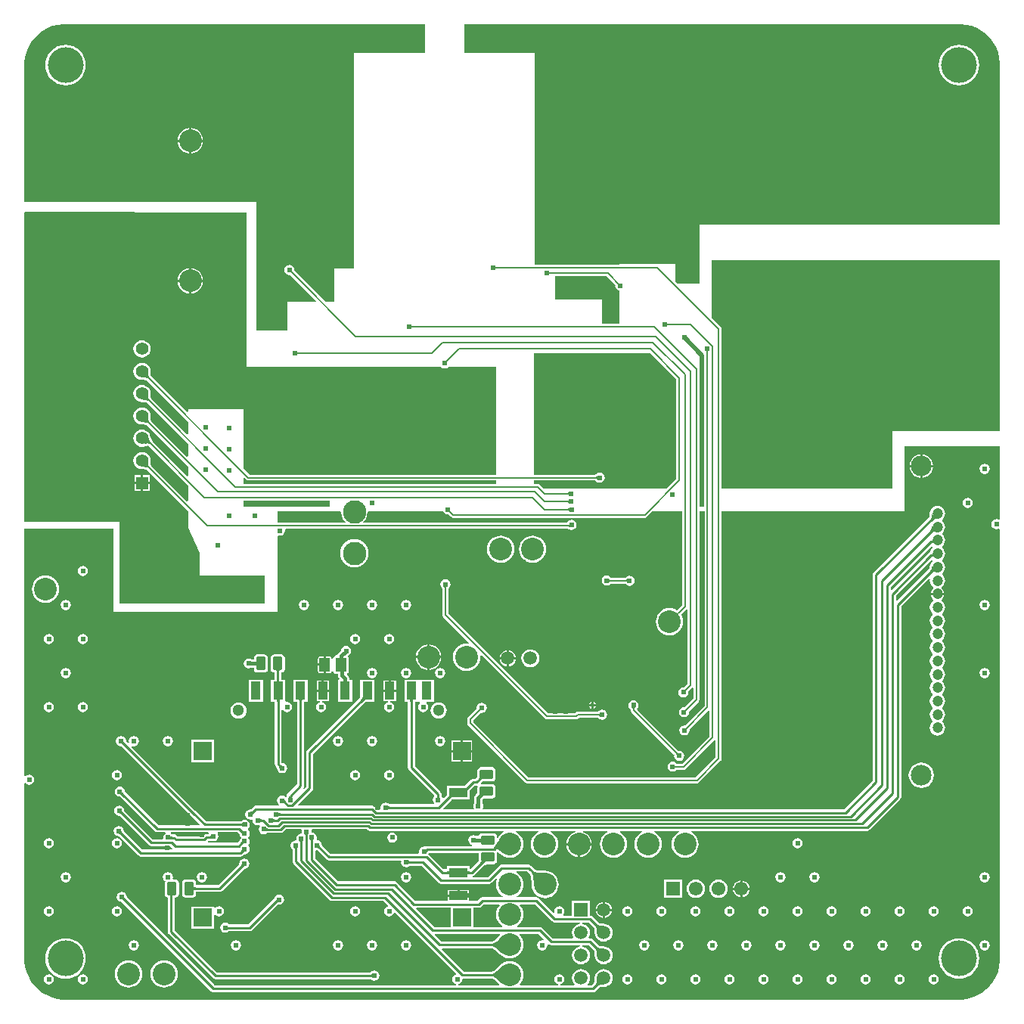
<source format=gbl>
G04*
G04 #@! TF.GenerationSoftware,Altium Limited,Altium Designer,20.1.11 (218)*
G04*
G04 Layer_Physical_Order=4*
G04 Layer_Color=16711680*
%FSAX25Y25*%
%MOIN*%
G70*
G04*
G04 #@! TF.SameCoordinates,67A62120-44F4-422E-8626-A4E8A68DA6A5*
G04*
G04*
G04 #@! TF.FilePolarity,Positive*
G04*
G01*
G75*
%ADD17C,0.01000*%
%ADD18C,0.00600*%
G04:AMPARAMS|DCode=26|XSize=41.34mil|YSize=59.06mil|CornerRadius=4.13mil|HoleSize=0mil|Usage=FLASHONLY|Rotation=180.000|XOffset=0mil|YOffset=0mil|HoleType=Round|Shape=RoundedRectangle|*
%AMROUNDEDRECTD26*
21,1,0.04134,0.05079,0,0,180.0*
21,1,0.03307,0.05906,0,0,180.0*
1,1,0.00827,-0.01654,0.02539*
1,1,0.00827,0.01654,0.02539*
1,1,0.00827,0.01654,-0.02539*
1,1,0.00827,-0.01654,-0.02539*
%
%ADD26ROUNDEDRECTD26*%
G04:AMPARAMS|DCode=28|XSize=41.34mil|YSize=59.06mil|CornerRadius=4.13mil|HoleSize=0mil|Usage=FLASHONLY|Rotation=90.000|XOffset=0mil|YOffset=0mil|HoleType=Round|Shape=RoundedRectangle|*
%AMROUNDEDRECTD28*
21,1,0.04134,0.05079,0,0,90.0*
21,1,0.03307,0.05906,0,0,90.0*
1,1,0.00827,0.02539,0.01654*
1,1,0.00827,0.02539,-0.01654*
1,1,0.00827,-0.02539,-0.01654*
1,1,0.00827,-0.02539,0.01654*
%
%ADD28ROUNDEDRECTD28*%
G04:AMPARAMS|DCode=35|XSize=49.21mil|YSize=62.99mil|CornerRadius=4.92mil|HoleSize=0mil|Usage=FLASHONLY|Rotation=180.000|XOffset=0mil|YOffset=0mil|HoleType=Round|Shape=RoundedRectangle|*
%AMROUNDEDRECTD35*
21,1,0.04921,0.05315,0,0,180.0*
21,1,0.03937,0.06299,0,0,180.0*
1,1,0.00984,-0.01968,0.02657*
1,1,0.00984,0.01968,0.02657*
1,1,0.00984,0.01968,-0.02657*
1,1,0.00984,-0.01968,-0.02657*
%
%ADD35ROUNDEDRECTD35*%
%ADD115C,0.01500*%
%ADD116C,0.02000*%
%ADD117C,0.06102*%
%ADD118R,0.06102X0.06102*%
%ADD119C,0.10000*%
%ADD120C,0.04724*%
%ADD121C,0.09094*%
%ADD122C,0.05118*%
%ADD123C,0.09000*%
%ADD124R,0.05543X0.05543*%
%ADD125C,0.05543*%
%ADD126C,0.10335*%
%ADD127C,0.02000*%
%ADD128C,0.05906*%
%ADD129C,0.15748*%
%ADD130R,0.05906X0.05906*%
%ADD131C,0.37402*%
%ADD132C,0.02400*%
%ADD134R,0.04331X0.07874*%
%ADD135R,0.07874X0.03937*%
%ADD136R,0.07874X0.07874*%
G36*
X0158400Y0005299D02*
X0127000Y0005299D01*
Y-0089705D01*
X0118532D01*
Y-0104401D01*
X0114645D01*
X0100792Y-0090548D01*
X0100853Y-0090241D01*
X0100682Y-0089382D01*
X0100196Y-0088655D01*
X0099468Y-0088168D01*
X0098610Y-0087998D01*
X0097752Y-0088168D01*
X0097024Y-0088655D01*
X0096538Y-0089382D01*
X0096367Y-0090241D01*
X0096538Y-0091099D01*
X0097024Y-0091827D01*
X0097752Y-0092313D01*
X0098610Y-0092484D01*
X0098917Y-0092423D01*
X0110434Y-0103939D01*
X0110242Y-0104401D01*
X0097800D01*
Y-0116959D01*
X0084200D01*
X0084200Y-0060201D01*
X-0018156D01*
Y-0000000D01*
Y0001190D01*
X-0017845Y0003550D01*
X-0017229Y0005849D01*
X-0016318Y0008047D01*
X-0015128Y0010108D01*
X-0013679Y0011997D01*
X-0011997Y0013679D01*
X-0010108Y0015128D01*
X-0008047Y0016318D01*
X-0005849Y0017229D01*
X-0003550Y0017845D01*
X-0001190Y0018156D01*
X0158400D01*
X0158400Y0005299D01*
D02*
G37*
G36*
X0397250Y0017845D02*
X0399549Y0017229D01*
X0401748Y0016318D01*
X0403809Y0015128D01*
X0405697Y0013679D01*
X0407380Y0011997D01*
X0408829Y0010108D01*
X0410019Y0008047D01*
X0410930Y0005849D01*
X0411546Y0003550D01*
X0411857Y0001190D01*
Y-0000000D01*
Y-0070201D01*
X0279400Y-0070201D01*
Y-0087668D01*
Y-0096242D01*
X0269635D01*
X0268749Y-0095355D01*
Y-0087668D01*
X0243931D01*
Y-0088045D01*
X0206700D01*
Y0005299D01*
X0175849D01*
X0175849Y0018156D01*
X0394891D01*
X0397250Y0017845D01*
D02*
G37*
G36*
X0242272Y-0096868D02*
X0242211Y-0097176D01*
X0242382Y-0098034D01*
X0242868Y-0098762D01*
X0243596Y-0099248D01*
X0243931Y-0099315D01*
Y-0113935D01*
X0236333D01*
Y-0103301D01*
X0215600D01*
Y-0092996D01*
X0238400D01*
X0242272Y-0096868D01*
D02*
G37*
G36*
X0036442Y-0135386D02*
X0036520Y-0136507D01*
X0036570Y-0136813D01*
X0036633Y-0137084D01*
X0036707Y-0137321D01*
X0036794Y-0137524D01*
X0036894Y-0137693D01*
X0037005Y-0137828D01*
X0036581Y-0138252D01*
X0036446Y-0138141D01*
X0036277Y-0138041D01*
X0036075Y-0137954D01*
X0035837Y-0137880D01*
X0035566Y-0137817D01*
X0035260Y-0137767D01*
X0034547Y-0137703D01*
X0034139Y-0137689D01*
X0033697Y-0137687D01*
X0036440Y-0134943D01*
X0036442Y-0135386D01*
D02*
G37*
G36*
Y-0145228D02*
X0036520Y-0146350D01*
X0036570Y-0146655D01*
X0036633Y-0146927D01*
X0036707Y-0147164D01*
X0036794Y-0147367D01*
X0036894Y-0147536D01*
X0037005Y-0147670D01*
X0036581Y-0148095D01*
X0036446Y-0147983D01*
X0036277Y-0147884D01*
X0036075Y-0147797D01*
X0035837Y-0147722D01*
X0035566Y-0147660D01*
X0035260Y-0147609D01*
X0034547Y-0147545D01*
X0034139Y-0147531D01*
X0033697Y-0147530D01*
X0036440Y-0144786D01*
X0036442Y-0145228D01*
D02*
G37*
G36*
Y-0155071D02*
X0036520Y-0156192D01*
X0036570Y-0156498D01*
X0036633Y-0156769D01*
X0036707Y-0157006D01*
X0036794Y-0157209D01*
X0036894Y-0157378D01*
X0037005Y-0157513D01*
X0036581Y-0157937D01*
X0036446Y-0157826D01*
X0036277Y-0157727D01*
X0036075Y-0157640D01*
X0035837Y-0157565D01*
X0035566Y-0157502D01*
X0035260Y-0157452D01*
X0034547Y-0157388D01*
X0034139Y-0157374D01*
X0033697Y-0157372D01*
X0036440Y-0154629D01*
X0036442Y-0155071D01*
D02*
G37*
G36*
X0037463Y-0166529D02*
X0037187Y-0167102D01*
X0037032Y-0166972D01*
X0036854Y-0166870D01*
X0036653Y-0166796D01*
X0036429Y-0166750D01*
X0036182Y-0166731D01*
X0035912Y-0166740D01*
X0035619Y-0166777D01*
X0035304Y-0166841D01*
X0034965Y-0166933D01*
X0034603Y-0167053D01*
X0036297Y-0163562D01*
X0037463Y-0166529D01*
D02*
G37*
G36*
X0036442Y-0174756D02*
X0036520Y-0175877D01*
X0036570Y-0176183D01*
X0036633Y-0176454D01*
X0036707Y-0176691D01*
X0036794Y-0176894D01*
X0036894Y-0177063D01*
X0037005Y-0177198D01*
X0036581Y-0177622D01*
X0036446Y-0177511D01*
X0036277Y-0177411D01*
X0036075Y-0177324D01*
X0035837Y-0177250D01*
X0035566Y-0177187D01*
X0035260Y-0177137D01*
X0034547Y-0177073D01*
X0034139Y-0177059D01*
X0033697Y-0177057D01*
X0036440Y-0174314D01*
X0036442Y-0174756D01*
D02*
G37*
G36*
X0079600Y-0064901D02*
Y-0132901D01*
X0165430D01*
X0165514Y-0133027D01*
X0166242Y-0133513D01*
X0167100Y-0133684D01*
X0167958Y-0133513D01*
X0168686Y-0133027D01*
X0168770Y-0132901D01*
X0189900D01*
X0189900Y-0180455D01*
X0081083D01*
X0078300Y-0177672D01*
Y-0151501D01*
X0054000D01*
Y-0152719D01*
X0053538Y-0152910D01*
X0037728Y-0137100D01*
X0037706Y-0137063D01*
X0037665Y-0136966D01*
X0037617Y-0136816D01*
X0037571Y-0136615D01*
X0037534Y-0136389D01*
X0037461Y-0135349D01*
X0037460Y-0135013D01*
X0037473Y-0134916D01*
X0037343Y-0133931D01*
X0036963Y-0133014D01*
X0036359Y-0132226D01*
X0035571Y-0131621D01*
X0034653Y-0131241D01*
X0033669Y-0131112D01*
X0032684Y-0131241D01*
X0031767Y-0131621D01*
X0030979Y-0132226D01*
X0030374Y-0133014D01*
X0029994Y-0133931D01*
X0029865Y-0134916D01*
X0029994Y-0135900D01*
X0030374Y-0136818D01*
X0030979Y-0137606D01*
X0031767Y-0138210D01*
X0032684Y-0138590D01*
X0033669Y-0138720D01*
X0033766Y-0138707D01*
X0034120Y-0138708D01*
X0034484Y-0138721D01*
X0035132Y-0138779D01*
X0035368Y-0138818D01*
X0035569Y-0138864D01*
X0035719Y-0138911D01*
X0035816Y-0138953D01*
X0035853Y-0138975D01*
X0054000Y-0157121D01*
Y-0162562D01*
X0053538Y-0162753D01*
X0037728Y-0146943D01*
X0037706Y-0146906D01*
X0037665Y-0146809D01*
X0037617Y-0146659D01*
X0037571Y-0146458D01*
X0037534Y-0146231D01*
X0037461Y-0145191D01*
X0037460Y-0144856D01*
X0037473Y-0144758D01*
X0037343Y-0143774D01*
X0036963Y-0142856D01*
X0036359Y-0142068D01*
X0035571Y-0141464D01*
X0034653Y-0141084D01*
X0033669Y-0140954D01*
X0032684Y-0141084D01*
X0031767Y-0141464D01*
X0030979Y-0142068D01*
X0030374Y-0142856D01*
X0029994Y-0143774D01*
X0029865Y-0144758D01*
X0029994Y-0145743D01*
X0030374Y-0146660D01*
X0030979Y-0147448D01*
X0031767Y-0148053D01*
X0032684Y-0148433D01*
X0033669Y-0148563D01*
X0033766Y-0148550D01*
X0034120Y-0148551D01*
X0034484Y-0148563D01*
X0035132Y-0148621D01*
X0035368Y-0148660D01*
X0035569Y-0148707D01*
X0035719Y-0148754D01*
X0035816Y-0148796D01*
X0035853Y-0148817D01*
X0054000Y-0166964D01*
Y-0172404D01*
X0053538Y-0172596D01*
X0037728Y-0156785D01*
X0037706Y-0156748D01*
X0037665Y-0156651D01*
X0037617Y-0156501D01*
X0037571Y-0156300D01*
X0037534Y-0156074D01*
X0037461Y-0155034D01*
X0037460Y-0154698D01*
X0037473Y-0154601D01*
X0037343Y-0153616D01*
X0036963Y-0152699D01*
X0036359Y-0151911D01*
X0035571Y-0151306D01*
X0034653Y-0150926D01*
X0033669Y-0150797D01*
X0032684Y-0150926D01*
X0031767Y-0151306D01*
X0030979Y-0151911D01*
X0030374Y-0152699D01*
X0029994Y-0153616D01*
X0029865Y-0154601D01*
X0029994Y-0155585D01*
X0030374Y-0156503D01*
X0030979Y-0157291D01*
X0031767Y-0157895D01*
X0032684Y-0158275D01*
X0033669Y-0158405D01*
X0033766Y-0158392D01*
X0034120Y-0158393D01*
X0034484Y-0158406D01*
X0035132Y-0158464D01*
X0035368Y-0158503D01*
X0035569Y-0158549D01*
X0035719Y-0158597D01*
X0035816Y-0158638D01*
X0035853Y-0158660D01*
X0054000Y-0176806D01*
Y-0180963D01*
X0053538Y-0181154D01*
X0038329Y-0165945D01*
X0037246Y-0163189D01*
X0037207Y-0163128D01*
X0036963Y-0162541D01*
X0036359Y-0161753D01*
X0035571Y-0161149D01*
X0034653Y-0160769D01*
X0033669Y-0160639D01*
X0032684Y-0160769D01*
X0031767Y-0161149D01*
X0030979Y-0161753D01*
X0030374Y-0162541D01*
X0029994Y-0163459D01*
X0029865Y-0164443D01*
X0029994Y-0165428D01*
X0030374Y-0166345D01*
X0030979Y-0167133D01*
X0031767Y-0167738D01*
X0032684Y-0168118D01*
X0033669Y-0168247D01*
X0034653Y-0168118D01*
X0034873Y-0168027D01*
X0034923Y-0168021D01*
X0035258Y-0167910D01*
X0035539Y-0167834D01*
X0035785Y-0167783D01*
X0035993Y-0167757D01*
X0036161Y-0167752D01*
X0036286Y-0167762D01*
X0036371Y-0167779D01*
X0036421Y-0167797D01*
X0036447Y-0167812D01*
X0036447Y-0167812D01*
X0054000Y-0185365D01*
Y-0192089D01*
X0053538Y-0192281D01*
X0037728Y-0176470D01*
X0037706Y-0176433D01*
X0037665Y-0176336D01*
X0037617Y-0176186D01*
X0037571Y-0175985D01*
X0037534Y-0175759D01*
X0037461Y-0174719D01*
X0037460Y-0174383D01*
X0037473Y-0174286D01*
X0037343Y-0173301D01*
X0036963Y-0172384D01*
X0036359Y-0171596D01*
X0035571Y-0170991D01*
X0034653Y-0170611D01*
X0033669Y-0170482D01*
X0032684Y-0170611D01*
X0031767Y-0170991D01*
X0030979Y-0171596D01*
X0030374Y-0172384D01*
X0029994Y-0173301D01*
X0029865Y-0174286D01*
X0029994Y-0175270D01*
X0030374Y-0176188D01*
X0030979Y-0176976D01*
X0031767Y-0177580D01*
X0032684Y-0177960D01*
X0033669Y-0178090D01*
X0033766Y-0178077D01*
X0034120Y-0178078D01*
X0034484Y-0178091D01*
X0035132Y-0178149D01*
X0035368Y-0178188D01*
X0035569Y-0178234D01*
X0035719Y-0178282D01*
X0035816Y-0178323D01*
X0035853Y-0178345D01*
X0054000Y-0196492D01*
Y-0204101D01*
X0059051Y-0214939D01*
Y-0224901D01*
X0087900D01*
Y-0237201D01*
X0023843Y-0237201D01*
Y-0201301D01*
X-0018156D01*
Y-0064967D01*
X-0017802Y-0064614D01*
X0079600Y-0064901D01*
D02*
G37*
G36*
X0234503Y-0182621D02*
X0234398Y-0182518D01*
X0234189Y-0182345D01*
X0234085Y-0182275D01*
X0233982Y-0182216D01*
X0233880Y-0182167D01*
X0233779Y-0182129D01*
X0233678Y-0182102D01*
X0233578Y-0182086D01*
X0233478Y-0182081D01*
Y-0181481D01*
X0233578Y-0181475D01*
X0233678Y-0181459D01*
X0233779Y-0181432D01*
X0233880Y-0181394D01*
X0233982Y-0181346D01*
X0234085Y-0181286D01*
X0234189Y-0181216D01*
X0234293Y-0181135D01*
X0234398Y-0181043D01*
X0234503Y-0180941D01*
Y-0182621D01*
D02*
G37*
G36*
X0269204Y-0138330D02*
Y-0182372D01*
X0264974Y-0186602D01*
X0210756D01*
X0209057Y-0184904D01*
X0208627Y-0184616D01*
X0208120Y-0184515D01*
X0206287D01*
Y-0183106D01*
X0233480D01*
X0233482Y-0183107D01*
X0233507Y-0183119D01*
X0233543Y-0183140D01*
X0233576Y-0183162D01*
X0233712Y-0183274D01*
X0233774Y-0183367D01*
X0234502Y-0183853D01*
X0235360Y-0184024D01*
X0236218Y-0183853D01*
X0236946Y-0183367D01*
X0237432Y-0182639D01*
X0237603Y-0181781D01*
X0237432Y-0180922D01*
X0236946Y-0180195D01*
X0236218Y-0179708D01*
X0235360Y-0179538D01*
X0234502Y-0179708D01*
X0233774Y-0180195D01*
X0233711Y-0180289D01*
X0233706Y-0180294D01*
X0233643Y-0180349D01*
X0233589Y-0180391D01*
X0233543Y-0180422D01*
X0233507Y-0180443D01*
X0233482Y-0180455D01*
X0233480Y-0180455D01*
X0206287D01*
Y-0127001D01*
X0257875D01*
X0269204Y-0138330D01*
D02*
G37*
G36*
X0079597Y-0182718D02*
X0080027Y-0183005D01*
X0080534Y-0183106D01*
X0080534Y-0183106D01*
X0189900D01*
Y-0184515D01*
X0078300D01*
Y-0182075D01*
X0078762Y-0181883D01*
X0079597Y-0182718D01*
D02*
G37*
G36*
X0411857Y-0161401D02*
X0364500D01*
Y-0186602D01*
X0289136D01*
Y-0116291D01*
X0289035Y-0115784D01*
X0288747Y-0115354D01*
X0284900Y-0111506D01*
Y-0086001D01*
X0411857D01*
Y-0161401D01*
D02*
G37*
G36*
X0221973Y-0189711D02*
X0221867Y-0189608D01*
X0221658Y-0189435D01*
X0221555Y-0189365D01*
X0221452Y-0189306D01*
X0221350Y-0189257D01*
X0221249Y-0189219D01*
X0221148Y-0189192D01*
X0221048Y-0189176D01*
X0220948Y-0189171D01*
Y-0188571D01*
X0221048Y-0188565D01*
X0221148Y-0188549D01*
X0221249Y-0188522D01*
X0221350Y-0188484D01*
X0221452Y-0188436D01*
X0221555Y-0188376D01*
X0221658Y-0188306D01*
X0221763Y-0188225D01*
X0221867Y-0188133D01*
X0221973Y-0188031D01*
Y-0189711D01*
D02*
G37*
G36*
Y-0193191D02*
X0221867Y-0193088D01*
X0221658Y-0192915D01*
X0221555Y-0192845D01*
X0221452Y-0192786D01*
X0221350Y-0192737D01*
X0221249Y-0192699D01*
X0221148Y-0192672D01*
X0221048Y-0192656D01*
X0220948Y-0192651D01*
Y-0192051D01*
X0221048Y-0192045D01*
X0221148Y-0192029D01*
X0221249Y-0192002D01*
X0221350Y-0191964D01*
X0221452Y-0191916D01*
X0221555Y-0191856D01*
X0221658Y-0191786D01*
X0221763Y-0191705D01*
X0221867Y-0191613D01*
X0221973Y-0191511D01*
Y-0193191D01*
D02*
G37*
G36*
X0116300Y-0194701D02*
X0078300D01*
Y-0192016D01*
X0116300D01*
Y-0194701D01*
D02*
G37*
G36*
X0222103Y-0196711D02*
X0221997Y-0196608D01*
X0221789Y-0196435D01*
X0221685Y-0196365D01*
X0221582Y-0196306D01*
X0221480Y-0196257D01*
X0221378Y-0196219D01*
X0221278Y-0196192D01*
X0221178Y-0196176D01*
X0221078Y-0196171D01*
Y-0195571D01*
X0221178Y-0195565D01*
X0221278Y-0195549D01*
X0221378Y-0195522D01*
X0221480Y-0195484D01*
X0221582Y-0195436D01*
X0221685Y-0195376D01*
X0221789Y-0195306D01*
X0221893Y-0195225D01*
X0221997Y-0195133D01*
X0222103Y-0195031D01*
Y-0196711D01*
D02*
G37*
G36*
X0121452Y-0196967D02*
X0121447Y-0197004D01*
X0121646Y-0198510D01*
X0122227Y-0199913D01*
X0123151Y-0201117D01*
X0123353Y-0201273D01*
X0123193Y-0201746D01*
X0096787D01*
X0096785Y-0201746D01*
X0093520D01*
Y-0196591D01*
X0121123D01*
X0121452Y-0196967D01*
D02*
G37*
G36*
X0222442Y-0203743D02*
X0222291Y-0203673D01*
X0221761Y-0203465D01*
X0221648Y-0203431D01*
X0221445Y-0203386D01*
X0221355Y-0203375D01*
X0221273Y-0203372D01*
X0221045Y-0202771D01*
X0221152Y-0202765D01*
X0221253Y-0202747D01*
X0221349Y-0202717D01*
X0221439Y-0202674D01*
X0221524Y-0202620D01*
X0221604Y-0202553D01*
X0221678Y-0202474D01*
X0221746Y-0202383D01*
X0221810Y-0202280D01*
X0221867Y-0202165D01*
X0222442Y-0203743D01*
D02*
G37*
G36*
X0411857Y-0200198D02*
X0411415Y-0200434D01*
X0411168Y-0200269D01*
X0410310Y-0200098D01*
X0409452Y-0200269D01*
X0408724Y-0200755D01*
X0408238Y-0201482D01*
X0408067Y-0202341D01*
X0408238Y-0203199D01*
X0408724Y-0203927D01*
X0409452Y-0204413D01*
X0410310Y-0204584D01*
X0411168Y-0204413D01*
X0411415Y-0204248D01*
X0411857Y-0204484D01*
Y-0393701D01*
Y-0394891D01*
X0411546Y-0397250D01*
X0410930Y-0399549D01*
X0410019Y-0401748D01*
X0408829Y-0403809D01*
X0407380Y-0405697D01*
X0405697Y-0407380D01*
X0403809Y-0408829D01*
X0401748Y-0410019D01*
X0399549Y-0410930D01*
X0397250Y-0411546D01*
X0394891Y-0411857D01*
X-0001190D01*
X-0003550Y-0411546D01*
X-0005849Y-0410930D01*
X-0008047Y-0410019D01*
X-0010108Y-0408829D01*
X-0011997Y-0407380D01*
X-0013679Y-0405697D01*
X-0015128Y-0403809D01*
X-0016318Y-0401748D01*
X-0017229Y-0399549D01*
X-0017845Y-0397250D01*
X-0018156Y-0394891D01*
Y-0393701D01*
Y-0316579D01*
X-0017656Y-0316428D01*
X-0017616Y-0316487D01*
X-0016888Y-0316973D01*
X-0016030Y-0317144D01*
X-0015172Y-0316973D01*
X-0014444Y-0316487D01*
X-0013958Y-0315759D01*
X-0013787Y-0314901D01*
X-0013958Y-0314042D01*
X-0014444Y-0313315D01*
X-0015172Y-0312828D01*
X-0016030Y-0312658D01*
X-0016888Y-0312828D01*
X-0017616Y-0313315D01*
X-0017656Y-0313374D01*
X-0018156Y-0313222D01*
Y-0204231D01*
X0021230Y-0204231D01*
X0021230Y-0241051D01*
X0093520D01*
Y-0207710D01*
X0094020Y-0207316D01*
X0094512Y-0207414D01*
X0095371Y-0207243D01*
X0096098Y-0206757D01*
X0096584Y-0206030D01*
X0096755Y-0205171D01*
X0096698Y-0204885D01*
X0096705Y-0204845D01*
X0097111Y-0204397D01*
X0221293D01*
X0221394Y-0204419D01*
X0221429Y-0204430D01*
X0221888Y-0204610D01*
X0221985Y-0204655D01*
X0222102Y-0204733D01*
X0222960Y-0204904D01*
X0223818Y-0204733D01*
X0224546Y-0204247D01*
X0225032Y-0203519D01*
X0225203Y-0202661D01*
X0225032Y-0201802D01*
X0224546Y-0201075D01*
X0223818Y-0200588D01*
X0222960Y-0200418D01*
X0222102Y-0200588D01*
X0221374Y-0201075D01*
X0220925Y-0201746D01*
X0131337D01*
X0131176Y-0201273D01*
X0131378Y-0201117D01*
X0132302Y-0199913D01*
X0132884Y-0198510D01*
X0133082Y-0197004D01*
X0133077Y-0196967D01*
X0133407Y-0196591D01*
X0166380D01*
X0166398Y-0196679D01*
X0166884Y-0197407D01*
X0167612Y-0197893D01*
X0168470Y-0198064D01*
X0168777Y-0198003D01*
X0169883Y-0199108D01*
X0170313Y-0199395D01*
X0170820Y-0199496D01*
X0255280D01*
X0255787Y-0199395D01*
X0256217Y-0199108D01*
X0258734Y-0196591D01*
X0271685D01*
Y-0237962D01*
X0269422Y-0240224D01*
X0268517Y-0239741D01*
X0267386Y-0239398D01*
X0266210Y-0239282D01*
X0265034Y-0239398D01*
X0263903Y-0239741D01*
X0262860Y-0240298D01*
X0261947Y-0241048D01*
X0261197Y-0241961D01*
X0260640Y-0243004D01*
X0260297Y-0244135D01*
X0260181Y-0245311D01*
X0260297Y-0246487D01*
X0260640Y-0247618D01*
X0261197Y-0248660D01*
X0261947Y-0249574D01*
X0262860Y-0250324D01*
X0263903Y-0250881D01*
X0265034Y-0251224D01*
X0266210Y-0251340D01*
X0267386Y-0251224D01*
X0268517Y-0250881D01*
X0269560Y-0250324D01*
X0270473Y-0249574D01*
X0271223Y-0248660D01*
X0271780Y-0247618D01*
X0272123Y-0246487D01*
X0272239Y-0245311D01*
X0272123Y-0244135D01*
X0271780Y-0243004D01*
X0271297Y-0242099D01*
X0273675Y-0239721D01*
X0274174Y-0239928D01*
Y-0272672D01*
X0272587Y-0274259D01*
X0272280Y-0274198D01*
X0271422Y-0274368D01*
X0270694Y-0274855D01*
X0270208Y-0275582D01*
X0270037Y-0276441D01*
X0270208Y-0277299D01*
X0270694Y-0278027D01*
X0271422Y-0278513D01*
X0272280Y-0278684D01*
X0273138Y-0278513D01*
X0273866Y-0278027D01*
X0274352Y-0277299D01*
X0274523Y-0276441D01*
X0274462Y-0276133D01*
X0276165Y-0274431D01*
X0276664Y-0274638D01*
Y-0279152D01*
X0272867Y-0282949D01*
X0272560Y-0282888D01*
X0271702Y-0283058D01*
X0270974Y-0283545D01*
X0270488Y-0284272D01*
X0270317Y-0285131D01*
X0270488Y-0285989D01*
X0270974Y-0286717D01*
X0271702Y-0287203D01*
X0272560Y-0287374D01*
X0273418Y-0287203D01*
X0274146Y-0286717D01*
X0274632Y-0285989D01*
X0274803Y-0285131D01*
X0274742Y-0284823D01*
X0278927Y-0280638D01*
X0279215Y-0280208D01*
X0279315Y-0279701D01*
Y-0196591D01*
X0281594D01*
Y-0282492D01*
X0273077Y-0291009D01*
X0272770Y-0290948D01*
X0271912Y-0291118D01*
X0271184Y-0291605D01*
X0270698Y-0292332D01*
X0270527Y-0293191D01*
X0270698Y-0294049D01*
X0271184Y-0294777D01*
X0271912Y-0295263D01*
X0272770Y-0295434D01*
X0273628Y-0295263D01*
X0274356Y-0294777D01*
X0274842Y-0294049D01*
X0275013Y-0293191D01*
X0274952Y-0292883D01*
X0283395Y-0284441D01*
X0283894Y-0284648D01*
Y-0295845D01*
X0271714Y-0308025D01*
X0269454D01*
X0269126Y-0307535D01*
X0268398Y-0307049D01*
X0267540Y-0306878D01*
X0266682Y-0307049D01*
X0265954Y-0307535D01*
X0265468Y-0308262D01*
X0265297Y-0309121D01*
X0265468Y-0309979D01*
X0265954Y-0310707D01*
X0266682Y-0311193D01*
X0267540Y-0311364D01*
X0268398Y-0311193D01*
X0269126Y-0310707D01*
X0269147Y-0310676D01*
X0272263D01*
X0272770Y-0310575D01*
X0273200Y-0310288D01*
X0285984Y-0297503D01*
X0286485Y-0297711D01*
Y-0305102D01*
X0277771Y-0313815D01*
X0203979D01*
X0179695Y-0289532D01*
Y-0288770D01*
X0183073Y-0285393D01*
X0183380Y-0285454D01*
X0184238Y-0285283D01*
X0184966Y-0284797D01*
X0185452Y-0284069D01*
X0185623Y-0283211D01*
X0185452Y-0282352D01*
X0184966Y-0281625D01*
X0184238Y-0281138D01*
X0183380Y-0280968D01*
X0182522Y-0281138D01*
X0181794Y-0281625D01*
X0181308Y-0282352D01*
X0181137Y-0283211D01*
X0181198Y-0283518D01*
X0177433Y-0287284D01*
X0177145Y-0287714D01*
X0177044Y-0288221D01*
Y-0290081D01*
X0177145Y-0290588D01*
X0177433Y-0291018D01*
X0202493Y-0316078D01*
X0202923Y-0316365D01*
X0203430Y-0316466D01*
X0278320D01*
X0278827Y-0316365D01*
X0279257Y-0316078D01*
X0288747Y-0306588D01*
X0289035Y-0306158D01*
X0289136Y-0305651D01*
Y-0196591D01*
X0369820D01*
Y-0168071D01*
X0411857D01*
Y-0200198D01*
D02*
G37*
%LPC*%
G36*
X0000000Y0008917D02*
X-0001740Y0008746D01*
X-0003412Y0008238D01*
X-0004954Y0007414D01*
X-0006305Y0006305D01*
X-0007414Y0004954D01*
X-0008238Y0003412D01*
X-0008746Y0001740D01*
X-0008917Y0000000D01*
X-0008746Y-0001740D01*
X-0008238Y-0003412D01*
X-0007414Y-0004954D01*
X-0006305Y-0006305D01*
X-0004954Y-0007414D01*
X-0003412Y-0008238D01*
X-0001740Y-0008746D01*
X0000000Y-0008917D01*
X0001740Y-0008746D01*
X0003412Y-0008238D01*
X0004954Y-0007414D01*
X0006305Y-0006305D01*
X0007414Y-0004954D01*
X0008238Y-0003412D01*
X0008746Y-0001740D01*
X0008917Y0000000D01*
X0008746Y0001740D01*
X0008238Y0003412D01*
X0007414Y0004954D01*
X0006305Y0006305D01*
X0004954Y0007414D01*
X0003412Y0008238D01*
X0001740Y0008746D01*
X0000000Y0008917D01*
D02*
G37*
G36*
X0055500Y-0027718D02*
Y-0032801D01*
X0060583D01*
X0060456Y-0031839D01*
X0059892Y-0030477D01*
X0058994Y-0029307D01*
X0057824Y-0028409D01*
X0056462Y-0027845D01*
X0055500Y-0027718D01*
D02*
G37*
G36*
X0054500D02*
X0053538Y-0027845D01*
X0052176Y-0028409D01*
X0051006Y-0029307D01*
X0050109Y-0030477D01*
X0049545Y-0031839D01*
X0049418Y-0032801D01*
X0054500D01*
Y-0027718D01*
D02*
G37*
G36*
X0060583Y-0033801D02*
X0055500D01*
Y-0038883D01*
X0056462Y-0038757D01*
X0057824Y-0038192D01*
X0058994Y-0037295D01*
X0059892Y-0036125D01*
X0060456Y-0034763D01*
X0060583Y-0033801D01*
D02*
G37*
G36*
X0054500D02*
X0049418D01*
X0049545Y-0034763D01*
X0050109Y-0036125D01*
X0051006Y-0037295D01*
X0052176Y-0038192D01*
X0053538Y-0038757D01*
X0054500Y-0038883D01*
Y-0033801D01*
D02*
G37*
G36*
X0393701Y0008917D02*
X0391961Y0008746D01*
X0390288Y0008238D01*
X0388747Y0007414D01*
X0387396Y0006305D01*
X0386287Y0004954D01*
X0385463Y0003412D01*
X0384955Y0001740D01*
X0384784Y0000000D01*
X0384955Y-0001740D01*
X0385463Y-0003412D01*
X0386287Y-0004954D01*
X0387396Y-0006305D01*
X0388747Y-0007414D01*
X0390288Y-0008238D01*
X0391961Y-0008746D01*
X0393701Y-0008917D01*
X0395440Y-0008746D01*
X0397113Y-0008238D01*
X0398655Y-0007414D01*
X0400006Y-0006305D01*
X0401115Y-0004954D01*
X0401939Y-0003412D01*
X0402446Y-0001740D01*
X0402618Y0000000D01*
X0402446Y0001740D01*
X0401939Y0003412D01*
X0401115Y0004954D01*
X0400006Y0006305D01*
X0398655Y0007414D01*
X0397113Y0008238D01*
X0395440Y0008746D01*
X0393701Y0008917D01*
D02*
G37*
G36*
X0055500Y-0089488D02*
Y-0094571D01*
X0060583D01*
X0060456Y-0093609D01*
X0059892Y-0092247D01*
X0058994Y-0091077D01*
X0057824Y-0090179D01*
X0056462Y-0089615D01*
X0055500Y-0089488D01*
D02*
G37*
G36*
X0054500D02*
X0053538Y-0089615D01*
X0052176Y-0090179D01*
X0051006Y-0091077D01*
X0050109Y-0092247D01*
X0049545Y-0093609D01*
X0049418Y-0094571D01*
X0054500D01*
Y-0089488D01*
D02*
G37*
G36*
X0060583Y-0095571D02*
X0055500D01*
Y-0100653D01*
X0056462Y-0100527D01*
X0057824Y-0099962D01*
X0058994Y-0099065D01*
X0059892Y-0097895D01*
X0060456Y-0096533D01*
X0060583Y-0095571D01*
D02*
G37*
G36*
X0054500D02*
X0049418D01*
X0049545Y-0096533D01*
X0050109Y-0097895D01*
X0051006Y-0099065D01*
X0052176Y-0099962D01*
X0053538Y-0100527D01*
X0054500Y-0100653D01*
Y-0095571D01*
D02*
G37*
G36*
X0033669Y-0121269D02*
X0032684Y-0121399D01*
X0031767Y-0121779D01*
X0030979Y-0122383D01*
X0030374Y-0123171D01*
X0029994Y-0124089D01*
X0029865Y-0125073D01*
X0029994Y-0126058D01*
X0030374Y-0126975D01*
X0030979Y-0127763D01*
X0031767Y-0128368D01*
X0032684Y-0128748D01*
X0033669Y-0128877D01*
X0034653Y-0128748D01*
X0035571Y-0128368D01*
X0036359Y-0127763D01*
X0036963Y-0126975D01*
X0037343Y-0126058D01*
X0037473Y-0125073D01*
X0037343Y-0124089D01*
X0036963Y-0123171D01*
X0036359Y-0122383D01*
X0035571Y-0121779D01*
X0034653Y-0121399D01*
X0033669Y-0121269D01*
D02*
G37*
G36*
X0037040Y-0180757D02*
X0034169D01*
Y-0183628D01*
X0037040D01*
Y-0180757D01*
D02*
G37*
G36*
X0033169D02*
X0030297D01*
Y-0183628D01*
X0033169D01*
Y-0180757D01*
D02*
G37*
G36*
X0037040Y-0184628D02*
X0034169D01*
Y-0187500D01*
X0037040D01*
Y-0184628D01*
D02*
G37*
G36*
X0033169D02*
X0030297D01*
Y-0187500D01*
X0033169D01*
Y-0184628D01*
D02*
G37*
G36*
X0377681Y-0171627D02*
Y-0176253D01*
X0382306D01*
X0382195Y-0175409D01*
X0381677Y-0174157D01*
X0380852Y-0173082D01*
X0379776Y-0172257D01*
X0378524Y-0171738D01*
X0377681Y-0171627D01*
D02*
G37*
G36*
X0376681D02*
X0375837Y-0171738D01*
X0374585Y-0172257D01*
X0373510Y-0173082D01*
X0372685Y-0174157D01*
X0372166Y-0175409D01*
X0372055Y-0176253D01*
X0376681D01*
Y-0171627D01*
D02*
G37*
G36*
X0405100Y-0175658D02*
X0404242Y-0175828D01*
X0403514Y-0176315D01*
X0403028Y-0177042D01*
X0402857Y-0177901D01*
X0403028Y-0178759D01*
X0403514Y-0179487D01*
X0404242Y-0179973D01*
X0405100Y-0180144D01*
X0405958Y-0179973D01*
X0406686Y-0179487D01*
X0407172Y-0178759D01*
X0407343Y-0177901D01*
X0407172Y-0177042D01*
X0406686Y-0176315D01*
X0405958Y-0175828D01*
X0405100Y-0175658D01*
D02*
G37*
G36*
X0382306Y-0177253D02*
X0377681D01*
Y-0181878D01*
X0378524Y-0181767D01*
X0379776Y-0181249D01*
X0380852Y-0180424D01*
X0381677Y-0179349D01*
X0382195Y-0178096D01*
X0382306Y-0177253D01*
D02*
G37*
G36*
X0376681D02*
X0372055D01*
X0372166Y-0178096D01*
X0372685Y-0179349D01*
X0373510Y-0180424D01*
X0374585Y-0181249D01*
X0375837Y-0181767D01*
X0376681Y-0181878D01*
Y-0177253D01*
D02*
G37*
G36*
X0397600Y-0190658D02*
X0396742Y-0190828D01*
X0396014Y-0191315D01*
X0395528Y-0192042D01*
X0395357Y-0192901D01*
X0395528Y-0193759D01*
X0396014Y-0194487D01*
X0396742Y-0194973D01*
X0397600Y-0195144D01*
X0398458Y-0194973D01*
X0399186Y-0194487D01*
X0399672Y-0193759D01*
X0399843Y-0192901D01*
X0399672Y-0192042D01*
X0399186Y-0191315D01*
X0398458Y-0190828D01*
X0397600Y-0190658D01*
D02*
G37*
G36*
X0205894Y-0207330D02*
X0204718Y-0207445D01*
X0203587Y-0207788D01*
X0202544Y-0208346D01*
X0201631Y-0209095D01*
X0200881Y-0210009D01*
X0200324Y-0211051D01*
X0199981Y-0212182D01*
X0199865Y-0213359D01*
X0199981Y-0214535D01*
X0200324Y-0215666D01*
X0200881Y-0216708D01*
X0201631Y-0217622D01*
X0202544Y-0218372D01*
X0203587Y-0218929D01*
X0204718Y-0219272D01*
X0205894Y-0219388D01*
X0207070Y-0219272D01*
X0208201Y-0218929D01*
X0209243Y-0218372D01*
X0210157Y-0217622D01*
X0210907Y-0216708D01*
X0211464Y-0215666D01*
X0211807Y-0214535D01*
X0211923Y-0213359D01*
X0211807Y-0212182D01*
X0211464Y-0211051D01*
X0210907Y-0210009D01*
X0210157Y-0209095D01*
X0209243Y-0208346D01*
X0208201Y-0207788D01*
X0207070Y-0207445D01*
X0205894Y-0207330D01*
D02*
G37*
G36*
X0191794D02*
X0190618Y-0207445D01*
X0189487Y-0207788D01*
X0188444Y-0208346D01*
X0187531Y-0209095D01*
X0186781Y-0210009D01*
X0186224Y-0211051D01*
X0185881Y-0212182D01*
X0185765Y-0213359D01*
X0185881Y-0214535D01*
X0186224Y-0215666D01*
X0186781Y-0216708D01*
X0187531Y-0217622D01*
X0188444Y-0218372D01*
X0189487Y-0218929D01*
X0190618Y-0219272D01*
X0191794Y-0219388D01*
X0192970Y-0219272D01*
X0194101Y-0218929D01*
X0195143Y-0218372D01*
X0196057Y-0217622D01*
X0196807Y-0216708D01*
X0197364Y-0215666D01*
X0197707Y-0214535D01*
X0197823Y-0213359D01*
X0197707Y-0212182D01*
X0197364Y-0211051D01*
X0196807Y-0210009D01*
X0196057Y-0209095D01*
X0195143Y-0208346D01*
X0194101Y-0207788D01*
X0192970Y-0207445D01*
X0191794Y-0207330D01*
D02*
G37*
G36*
X0127265Y-0208917D02*
X0126056Y-0209036D01*
X0124893Y-0209388D01*
X0123821Y-0209961D01*
X0122882Y-0210732D01*
X0122112Y-0211671D01*
X0121539Y-0212742D01*
X0121186Y-0213905D01*
X0121067Y-0215114D01*
X0121186Y-0216323D01*
X0121539Y-0217486D01*
X0122112Y-0218557D01*
X0122882Y-0219496D01*
X0123821Y-0220267D01*
X0124893Y-0220840D01*
X0126056Y-0221192D01*
X0127265Y-0221311D01*
X0128474Y-0221192D01*
X0129636Y-0220840D01*
X0130708Y-0220267D01*
X0131647Y-0219496D01*
X0132418Y-0218557D01*
X0132990Y-0217486D01*
X0133343Y-0216323D01*
X0133462Y-0215114D01*
X0133343Y-0213905D01*
X0132990Y-0212742D01*
X0132418Y-0211671D01*
X0131647Y-0210732D01*
X0130708Y-0209961D01*
X0129636Y-0209388D01*
X0128474Y-0209036D01*
X0127265Y-0208917D01*
D02*
G37*
G36*
X0007600Y-0220658D02*
X0006742Y-0220829D01*
X0006014Y-0221315D01*
X0005528Y-0222042D01*
X0005357Y-0222901D01*
X0005528Y-0223759D01*
X0006014Y-0224487D01*
X0006742Y-0224973D01*
X0007600Y-0225144D01*
X0008458Y-0224973D01*
X0009186Y-0224487D01*
X0009672Y-0223759D01*
X0009843Y-0222901D01*
X0009672Y-0222042D01*
X0009186Y-0221315D01*
X0008458Y-0220829D01*
X0007600Y-0220658D01*
D02*
G37*
G36*
X0238510Y-0224938D02*
X0237652Y-0225108D01*
X0236924Y-0225595D01*
X0236438Y-0226322D01*
X0236267Y-0227181D01*
X0236438Y-0228039D01*
X0236924Y-0228767D01*
X0237652Y-0229253D01*
X0238510Y-0229424D01*
X0239368Y-0229253D01*
X0240096Y-0228767D01*
X0240159Y-0228673D01*
X0240164Y-0228668D01*
X0240227Y-0228613D01*
X0240281Y-0228571D01*
X0240327Y-0228540D01*
X0240363Y-0228519D01*
X0240388Y-0228507D01*
X0240390Y-0228506D01*
X0246686D01*
X0246694Y-0228510D01*
X0246721Y-0228527D01*
X0246758Y-0228554D01*
X0246804Y-0228593D01*
X0246857Y-0228645D01*
X0246925Y-0228718D01*
X0247004Y-0228837D01*
X0247732Y-0229323D01*
X0248590Y-0229494D01*
X0249448Y-0229323D01*
X0250176Y-0228837D01*
X0250662Y-0228109D01*
X0250833Y-0227251D01*
X0250662Y-0226392D01*
X0250176Y-0225665D01*
X0249448Y-0225179D01*
X0248590Y-0225008D01*
X0247732Y-0225179D01*
X0247004Y-0225665D01*
X0246971Y-0225713D01*
X0246948Y-0225732D01*
X0246884Y-0225777D01*
X0246829Y-0225811D01*
X0246785Y-0225835D01*
X0246751Y-0225850D01*
X0246736Y-0225855D01*
X0240390D01*
X0240388Y-0225854D01*
X0240363Y-0225843D01*
X0240327Y-0225822D01*
X0240294Y-0225799D01*
X0240158Y-0225687D01*
X0240096Y-0225595D01*
X0239368Y-0225108D01*
X0238510Y-0224938D01*
D02*
G37*
G36*
X0384268Y-0194228D02*
X0383390Y-0194343D01*
X0382572Y-0194682D01*
X0381870Y-0195221D01*
X0381331Y-0195923D01*
X0380992Y-0196741D01*
X0380877Y-0197619D01*
X0380885Y-0197678D01*
X0380868Y-0198178D01*
X0380846Y-0198384D01*
X0380814Y-0198576D01*
X0380774Y-0198740D01*
X0380731Y-0198877D01*
X0380685Y-0198987D01*
X0380639Y-0199071D01*
X0380609Y-0199114D01*
X0356099Y-0223625D01*
X0355767Y-0224121D01*
X0355651Y-0224707D01*
Y-0315407D01*
X0343067Y-0327991D01*
X0184074D01*
X0183838Y-0327550D01*
X0183992Y-0327319D01*
X0184163Y-0326461D01*
X0183992Y-0325603D01*
X0183704Y-0325171D01*
Y-0323524D01*
X0184093Y-0323135D01*
X0188089D01*
X0188641Y-0323025D01*
X0189108Y-0322713D01*
X0189421Y-0322246D01*
X0189530Y-0321694D01*
Y-0318387D01*
X0189421Y-0317835D01*
X0189108Y-0317368D01*
X0188641Y-0317056D01*
X0188089Y-0316946D01*
X0183109D01*
X0182951Y-0316709D01*
X0182887Y-0316461D01*
X0183507Y-0315841D01*
X0183667Y-0315692D01*
X0183762Y-0315616D01*
X0188089D01*
X0188641Y-0315506D01*
X0189108Y-0315194D01*
X0189421Y-0314726D01*
X0189530Y-0314175D01*
Y-0310867D01*
X0189421Y-0310316D01*
X0189108Y-0309848D01*
X0188641Y-0309536D01*
X0188089Y-0309426D01*
X0183011D01*
X0182459Y-0309536D01*
X0181992Y-0309848D01*
X0181679Y-0310316D01*
X0181570Y-0310867D01*
Y-0313420D01*
X0181382Y-0313640D01*
X0180571Y-0314451D01*
X0179703D01*
X0179118Y-0314568D01*
X0178622Y-0314899D01*
X0176128Y-0317393D01*
X0175968Y-0317542D01*
X0175847Y-0317639D01*
X0175842Y-0317642D01*
X0175654D01*
X0175616Y-0317635D01*
X0175577Y-0317642D01*
X0168168D01*
Y-0321380D01*
X0167960Y-0321624D01*
X0166628Y-0322956D01*
X0166041Y-0322836D01*
X0165686Y-0322305D01*
X0165629Y-0322267D01*
Y-0321311D01*
X0165513Y-0320725D01*
X0165181Y-0320229D01*
X0153965Y-0309013D01*
Y-0280666D01*
X0155463D01*
X0155601Y-0280666D01*
X0156085Y-0280666D01*
X0156236Y-0281166D01*
X0156014Y-0281315D01*
X0155528Y-0282042D01*
X0155357Y-0282901D01*
X0155528Y-0283759D01*
X0156014Y-0284487D01*
X0156742Y-0284973D01*
X0157600Y-0285144D01*
X0158458Y-0284973D01*
X0159186Y-0284487D01*
X0159672Y-0283759D01*
X0159843Y-0282901D01*
X0159672Y-0282042D01*
X0159186Y-0281315D01*
X0158964Y-0281166D01*
X0159115Y-0280666D01*
X0162294D01*
Y-0270792D01*
X0156101D01*
X0155963Y-0270792D01*
X0155601D01*
X0155463Y-0270792D01*
X0149270D01*
Y-0280666D01*
X0150906D01*
Y-0309646D01*
X0151022Y-0310231D01*
X0151354Y-0310728D01*
X0162447Y-0321820D01*
X0162514Y-0322305D01*
X0162028Y-0323032D01*
X0161857Y-0323891D01*
X0162028Y-0324749D01*
X0162350Y-0325231D01*
X0162083Y-0325731D01*
X0142757D01*
X0142736Y-0325728D01*
X0142706Y-0325721D01*
X0142695Y-0325718D01*
X0142666Y-0325675D01*
X0141938Y-0325188D01*
X0141080Y-0325018D01*
X0140222Y-0325188D01*
X0139494Y-0325675D01*
X0139008Y-0326402D01*
X0138837Y-0327261D01*
X0138913Y-0327645D01*
X0138596Y-0328031D01*
X0137298D01*
X0136146Y-0326879D01*
X0135650Y-0326548D01*
X0135065Y-0326431D01*
X0102518D01*
X0102327Y-0325970D01*
X0108651Y-0319645D01*
X0108983Y-0319149D01*
X0109099Y-0318564D01*
Y-0303610D01*
X0131798Y-0280911D01*
X0131958Y-0280763D01*
X0132078Y-0280666D01*
X0136211D01*
Y-0270792D01*
X0129880D01*
Y-0278466D01*
X0129673Y-0278710D01*
X0106489Y-0301895D01*
X0106157Y-0302391D01*
X0106041Y-0302976D01*
Y-0317930D01*
X0105049Y-0318922D01*
X0104660Y-0318603D01*
X0104931Y-0318198D01*
X0105048Y-0317613D01*
Y-0280666D01*
X0106683D01*
Y-0270792D01*
X0100353D01*
Y-0280666D01*
X0101989D01*
Y-0316979D01*
X0097879Y-0321089D01*
X0097547Y-0321585D01*
X0097431Y-0322171D01*
Y-0322297D01*
X0096986Y-0322525D01*
X0096258Y-0322039D01*
X0095400Y-0321868D01*
X0094542Y-0322039D01*
X0093814Y-0322525D01*
X0093328Y-0323252D01*
X0093157Y-0324111D01*
X0093328Y-0324969D01*
X0093814Y-0325697D01*
X0094165Y-0325931D01*
X0094013Y-0326431D01*
X0083790D01*
X0083205Y-0326548D01*
X0082709Y-0326879D01*
X0081595Y-0327993D01*
X0081577Y-0328006D01*
X0081551Y-0328022D01*
X0081541Y-0328028D01*
X0081490Y-0328018D01*
X0080632Y-0328188D01*
X0079904Y-0328675D01*
X0079418Y-0329402D01*
X0079247Y-0330261D01*
X0079418Y-0331119D01*
X0079904Y-0331847D01*
X0080632Y-0332333D01*
X0081490Y-0332504D01*
X0081944Y-0332414D01*
X0082377Y-0332801D01*
X0082548Y-0333659D01*
X0083034Y-0334387D01*
X0083762Y-0334873D01*
X0084620Y-0335044D01*
X0085323Y-0334904D01*
X0085651Y-0335313D01*
X0085278Y-0335872D01*
X0085107Y-0336731D01*
X0085278Y-0337589D01*
X0085764Y-0338317D01*
X0086492Y-0338803D01*
X0087350Y-0338974D01*
X0088208Y-0338803D01*
X0088665Y-0338498D01*
X0088738Y-0338462D01*
X0088780Y-0338430D01*
X0088789Y-0338425D01*
X0088802Y-0338418D01*
X0088820Y-0338410D01*
X0088845Y-0338401D01*
X0088878Y-0338392D01*
X0088919Y-0338384D01*
X0088946Y-0338380D01*
X0094780D01*
X0095365Y-0338264D01*
X0095861Y-0337932D01*
X0097034Y-0336760D01*
X0103761D01*
X0104084Y-0337260D01*
X0103957Y-0337901D01*
X0104025Y-0338243D01*
X0103900Y-0338728D01*
X0103660Y-0338775D01*
X0103042Y-0338898D01*
X0102314Y-0339385D01*
X0101828Y-0340112D01*
X0101657Y-0340971D01*
X0101750Y-0341438D01*
X0101490Y-0341698D01*
X0100632Y-0341868D01*
X0099904Y-0342355D01*
X0099418Y-0343082D01*
X0099247Y-0343941D01*
X0099418Y-0344799D01*
X0099904Y-0345527D01*
X0099947Y-0345556D01*
X0099950Y-0345567D01*
X0099957Y-0345597D01*
X0099961Y-0345618D01*
Y-0350841D01*
X0100077Y-0351426D01*
X0100409Y-0351922D01*
X0116369Y-0367882D01*
X0116865Y-0368214D01*
X0117450Y-0368330D01*
X0140086D01*
X0142070Y-0370314D01*
X0141925Y-0370792D01*
X0141742Y-0370829D01*
X0141014Y-0371315D01*
X0140528Y-0372042D01*
X0140357Y-0372901D01*
X0140528Y-0373759D01*
X0141014Y-0374487D01*
X0141742Y-0374973D01*
X0142600Y-0375144D01*
X0143458Y-0374973D01*
X0144186Y-0374487D01*
X0144672Y-0373759D01*
X0144709Y-0373576D01*
X0145187Y-0373431D01*
X0172070Y-0400314D01*
X0171925Y-0400792D01*
X0171742Y-0400829D01*
X0171014Y-0401315D01*
X0170528Y-0402042D01*
X0170357Y-0402901D01*
X0170528Y-0403759D01*
X0171014Y-0404487D01*
X0171742Y-0404973D01*
X0172236Y-0405071D01*
X0172186Y-0405571D01*
X0065864D01*
X0027030Y-0366738D01*
X0027043Y-0366671D01*
X0026872Y-0365812D01*
X0026386Y-0365085D01*
X0025658Y-0364598D01*
X0024800Y-0364428D01*
X0023942Y-0364598D01*
X0023214Y-0365085D01*
X0022728Y-0365812D01*
X0022557Y-0366671D01*
X0022728Y-0367529D01*
X0023214Y-0368257D01*
X0023942Y-0368743D01*
X0024800Y-0368914D01*
X0024867Y-0368901D01*
X0064149Y-0408182D01*
X0064645Y-0408514D01*
X0065230Y-0408630D01*
X0232400D01*
X0232985Y-0408514D01*
X0233481Y-0408182D01*
X0235026Y-0406638D01*
X0235101Y-0406589D01*
X0235222Y-0406529D01*
X0235383Y-0406468D01*
X0235584Y-0406411D01*
X0235825Y-0406361D01*
X0236093Y-0406323D01*
X0236785Y-0406276D01*
X0237093Y-0406274D01*
X0237200Y-0406288D01*
X0238232Y-0406152D01*
X0239193Y-0405754D01*
X0240019Y-0405120D01*
X0240653Y-0404294D01*
X0241051Y-0403333D01*
X0241187Y-0402301D01*
X0241051Y-0401269D01*
X0240653Y-0400307D01*
X0240019Y-0399482D01*
X0239193Y-0398848D01*
X0238232Y-0398450D01*
X0237200Y-0398314D01*
X0236168Y-0398450D01*
X0235207Y-0398848D01*
X0234381Y-0399482D01*
X0233747Y-0400307D01*
X0233349Y-0401269D01*
X0233213Y-0402301D01*
X0233227Y-0402408D01*
X0233225Y-0402716D01*
X0233178Y-0403408D01*
X0233139Y-0403676D01*
X0233089Y-0403917D01*
X0233032Y-0404118D01*
X0232972Y-0404279D01*
X0232912Y-0404400D01*
X0232863Y-0404475D01*
X0231767Y-0405571D01*
X0230172D01*
X0230143Y-0405484D01*
X0230056Y-0405071D01*
X0230653Y-0404294D01*
X0231051Y-0403333D01*
X0231187Y-0402301D01*
X0231051Y-0401269D01*
X0230653Y-0400307D01*
X0230019Y-0399482D01*
X0229193Y-0398848D01*
X0228232Y-0398450D01*
X0227200Y-0398314D01*
X0226168Y-0398450D01*
X0225207Y-0398848D01*
X0224381Y-0399482D01*
X0223747Y-0400307D01*
X0223349Y-0401269D01*
X0223213Y-0402301D01*
X0223349Y-0403333D01*
X0223747Y-0404294D01*
X0224344Y-0405071D01*
X0224257Y-0405484D01*
X0224228Y-0405571D01*
X0218014D01*
X0217964Y-0405071D01*
X0218458Y-0404973D01*
X0219186Y-0404487D01*
X0219672Y-0403759D01*
X0219843Y-0402901D01*
X0219672Y-0402042D01*
X0219186Y-0401315D01*
X0218458Y-0400829D01*
X0217600Y-0400658D01*
X0216742Y-0400829D01*
X0216014Y-0401315D01*
X0215528Y-0402042D01*
X0215357Y-0402901D01*
X0215528Y-0403759D01*
X0216014Y-0404487D01*
X0216742Y-0404973D01*
X0217236Y-0405071D01*
X0217186Y-0405571D01*
X0200358D01*
X0200121Y-0405071D01*
X0200713Y-0404350D01*
X0201270Y-0403308D01*
X0201613Y-0402177D01*
X0201729Y-0401001D01*
X0201613Y-0399825D01*
X0201270Y-0398694D01*
X0200713Y-0397651D01*
X0199963Y-0396738D01*
X0199049Y-0395988D01*
X0198007Y-0395431D01*
X0196876Y-0395088D01*
X0195700Y-0394972D01*
X0194524Y-0395088D01*
X0193393Y-0395431D01*
X0192350Y-0395988D01*
X0191437Y-0396738D01*
X0191375Y-0396813D01*
X0190848Y-0397337D01*
X0190335Y-0397818D01*
X0189385Y-0398617D01*
X0188985Y-0398907D01*
X0188620Y-0399139D01*
X0188303Y-0399306D01*
X0188044Y-0399412D01*
X0187850Y-0399464D01*
X0187776Y-0399471D01*
X0175554D01*
X0165774Y-0389692D01*
X0165966Y-0389230D01*
X0187776D01*
X0187850Y-0389237D01*
X0188044Y-0389289D01*
X0188303Y-0389395D01*
X0188620Y-0389563D01*
X0188985Y-0389795D01*
X0189377Y-0390079D01*
X0190860Y-0391377D01*
X0191375Y-0391889D01*
X0191437Y-0391964D01*
X0192350Y-0392714D01*
X0193393Y-0393271D01*
X0194524Y-0393614D01*
X0195700Y-0393730D01*
X0196876Y-0393614D01*
X0198007Y-0393271D01*
X0199049Y-0392714D01*
X0199963Y-0391964D01*
X0200713Y-0391050D01*
X0201270Y-0390008D01*
X0201613Y-0388877D01*
X0201729Y-0387701D01*
X0201613Y-0386525D01*
X0201270Y-0385394D01*
X0200713Y-0384351D01*
X0199965Y-0383440D01*
X0199981Y-0383269D01*
X0200099Y-0382940D01*
X0208349D01*
X0210671Y-0385261D01*
X0210424Y-0385722D01*
X0210100Y-0385658D01*
X0209242Y-0385828D01*
X0208514Y-0386315D01*
X0208028Y-0387042D01*
X0207857Y-0387901D01*
X0208028Y-0388759D01*
X0208514Y-0389487D01*
X0209242Y-0389973D01*
X0210100Y-0390144D01*
X0210958Y-0389973D01*
X0211686Y-0389487D01*
X0212172Y-0388759D01*
X0212343Y-0387901D01*
X0212279Y-0387576D01*
X0212739Y-0387330D01*
X0212844Y-0387435D01*
X0213340Y-0387767D01*
X0213926Y-0387883D01*
X0226643D01*
X0226676Y-0388383D01*
X0226168Y-0388450D01*
X0225207Y-0388848D01*
X0224381Y-0389482D01*
X0223747Y-0390307D01*
X0223349Y-0391269D01*
X0223213Y-0392301D01*
X0223349Y-0393333D01*
X0223747Y-0394294D01*
X0224381Y-0395120D01*
X0225207Y-0395754D01*
X0226168Y-0396152D01*
X0227200Y-0396288D01*
X0228232Y-0396152D01*
X0229193Y-0395754D01*
X0230019Y-0395120D01*
X0230653Y-0394294D01*
X0231051Y-0393333D01*
X0231187Y-0392301D01*
X0231051Y-0391269D01*
X0230653Y-0390307D01*
X0230019Y-0389482D01*
X0229193Y-0388848D01*
X0228232Y-0388450D01*
X0227724Y-0388383D01*
X0227757Y-0387883D01*
X0230619D01*
X0232863Y-0390127D01*
X0232912Y-0390202D01*
X0232972Y-0390322D01*
X0233032Y-0390483D01*
X0233089Y-0390685D01*
X0233139Y-0390926D01*
X0233178Y-0391194D01*
X0233225Y-0391885D01*
X0233227Y-0392194D01*
X0233213Y-0392301D01*
X0233349Y-0393333D01*
X0233747Y-0394294D01*
X0234381Y-0395120D01*
X0235207Y-0395754D01*
X0236168Y-0396152D01*
X0237200Y-0396288D01*
X0238232Y-0396152D01*
X0239193Y-0395754D01*
X0240019Y-0395120D01*
X0240653Y-0394294D01*
X0241051Y-0393333D01*
X0241187Y-0392301D01*
X0241051Y-0391269D01*
X0240653Y-0390307D01*
X0240019Y-0389482D01*
X0239193Y-0388848D01*
X0238232Y-0388450D01*
X0237200Y-0388314D01*
X0237093Y-0388328D01*
X0236785Y-0388326D01*
X0236093Y-0388279D01*
X0235825Y-0388240D01*
X0235584Y-0388190D01*
X0235383Y-0388133D01*
X0235222Y-0388073D01*
X0235101Y-0388013D01*
X0235026Y-0387964D01*
X0232334Y-0385272D01*
X0231838Y-0384941D01*
X0231253Y-0384824D01*
X0230811D01*
X0230590Y-0384376D01*
X0230653Y-0384294D01*
X0231051Y-0383333D01*
X0231187Y-0382301D01*
X0231051Y-0381269D01*
X0230653Y-0380307D01*
X0230019Y-0379482D01*
X0229193Y-0378848D01*
X0228232Y-0378450D01*
X0227724Y-0378383D01*
X0227757Y-0377883D01*
X0230619D01*
X0232863Y-0380127D01*
X0232912Y-0380202D01*
X0232972Y-0380323D01*
X0233032Y-0380483D01*
X0233089Y-0380685D01*
X0233139Y-0380926D01*
X0233178Y-0381194D01*
X0233225Y-0381886D01*
X0233227Y-0382194D01*
X0233213Y-0382301D01*
X0233349Y-0383333D01*
X0233747Y-0384294D01*
X0234381Y-0385120D01*
X0235207Y-0385753D01*
X0236168Y-0386152D01*
X0237200Y-0386288D01*
X0238232Y-0386152D01*
X0239193Y-0385753D01*
X0240019Y-0385120D01*
X0240653Y-0384294D01*
X0241051Y-0383333D01*
X0241187Y-0382301D01*
X0241051Y-0381269D01*
X0240653Y-0380307D01*
X0240019Y-0379482D01*
X0239193Y-0378848D01*
X0238232Y-0378450D01*
X0237200Y-0378314D01*
X0237093Y-0378328D01*
X0236785Y-0378326D01*
X0236093Y-0378279D01*
X0235825Y-0378240D01*
X0235584Y-0378190D01*
X0235383Y-0378133D01*
X0235222Y-0378073D01*
X0235101Y-0378013D01*
X0235026Y-0377964D01*
X0232334Y-0375272D01*
X0231838Y-0374941D01*
X0231253Y-0374824D01*
X0231153D01*
Y-0368348D01*
X0223247D01*
Y-0374824D01*
X0219513D01*
X0219295Y-0374324D01*
X0219672Y-0373759D01*
X0219843Y-0372901D01*
X0219672Y-0372042D01*
X0219186Y-0371315D01*
X0218458Y-0370829D01*
X0217600Y-0370658D01*
X0216742Y-0370829D01*
X0216014Y-0371315D01*
X0215528Y-0372042D01*
X0215357Y-0372901D01*
X0215447Y-0373355D01*
X0214986Y-0373602D01*
X0208604Y-0367219D01*
X0208108Y-0366888D01*
X0207523Y-0366771D01*
X0198880D01*
X0198755Y-0366271D01*
X0199049Y-0366114D01*
X0199963Y-0365364D01*
X0200713Y-0364450D01*
X0201270Y-0363408D01*
X0201613Y-0362277D01*
X0201729Y-0361101D01*
X0201613Y-0359925D01*
X0201270Y-0358794D01*
X0200713Y-0357751D01*
X0199963Y-0356838D01*
X0199049Y-0356088D01*
X0198717Y-0355910D01*
X0198842Y-0355410D01*
X0203447D01*
X0204615Y-0356579D01*
X0204663Y-0356637D01*
X0204763Y-0356810D01*
X0204872Y-0357069D01*
X0204977Y-0357411D01*
X0205071Y-0357833D01*
X0205147Y-0358311D01*
X0205278Y-0360278D01*
X0205280Y-0361004D01*
X0205271Y-0361101D01*
X0205387Y-0362277D01*
X0205730Y-0363408D01*
X0206287Y-0364450D01*
X0207037Y-0365364D01*
X0207950Y-0366114D01*
X0208993Y-0366671D01*
X0210124Y-0367014D01*
X0211300Y-0367130D01*
X0212476Y-0367014D01*
X0213607Y-0366671D01*
X0214650Y-0366114D01*
X0215563Y-0365364D01*
X0216313Y-0364450D01*
X0216870Y-0363408D01*
X0217213Y-0362277D01*
X0217329Y-0361101D01*
X0217213Y-0359925D01*
X0216870Y-0358794D01*
X0216313Y-0357751D01*
X0215563Y-0356838D01*
X0214650Y-0356088D01*
X0213607Y-0355531D01*
X0212476Y-0355188D01*
X0211300Y-0355072D01*
X0211203Y-0355081D01*
X0210459Y-0355079D01*
X0209757Y-0355057D01*
X0208520Y-0354950D01*
X0208033Y-0354872D01*
X0207610Y-0354777D01*
X0207268Y-0354672D01*
X0207009Y-0354564D01*
X0206836Y-0354464D01*
X0206778Y-0354416D01*
X0205161Y-0352799D01*
X0204665Y-0352468D01*
X0204080Y-0352351D01*
X0192140D01*
X0191555Y-0352468D01*
X0191059Y-0352799D01*
X0186027Y-0357831D01*
X0179354D01*
X0179304Y-0357331D01*
X0179663Y-0357260D01*
X0180159Y-0356928D01*
X0184167Y-0352920D01*
X0184327Y-0352772D01*
X0184450Y-0352673D01*
X0184490Y-0352645D01*
X0184559Y-0352648D01*
X0184676Y-0352671D01*
X0184756Y-0352655D01*
X0184838Y-0352658D01*
X0184949Y-0352617D01*
X0185066Y-0352593D01*
X0185134Y-0352548D01*
X0185211Y-0352519D01*
X0185298Y-0352438D01*
X0185397Y-0352372D01*
X0185442Y-0352304D01*
X0185502Y-0352248D01*
X0185536Y-0352175D01*
X0188619D01*
X0189171Y-0352065D01*
X0189638Y-0351753D01*
X0189951Y-0351286D01*
X0190060Y-0350734D01*
Y-0347427D01*
X0189985Y-0347048D01*
X0190050Y-0346937D01*
X0190121Y-0346854D01*
X0190329Y-0346699D01*
X0190382Y-0346674D01*
X0190422Y-0346689D01*
X0190597Y-0346786D01*
X0190816Y-0346944D01*
X0191070Y-0347168D01*
X0191375Y-0347481D01*
X0191402Y-0347500D01*
X0191537Y-0347664D01*
X0192450Y-0348414D01*
X0193493Y-0348971D01*
X0194624Y-0349314D01*
X0195800Y-0349430D01*
X0196976Y-0349314D01*
X0198107Y-0348971D01*
X0199150Y-0348414D01*
X0200063Y-0347664D01*
X0200813Y-0346750D01*
X0201370Y-0345708D01*
X0201713Y-0344577D01*
X0201829Y-0343401D01*
X0201713Y-0342225D01*
X0201370Y-0341094D01*
X0200813Y-0340051D01*
X0200063Y-0339138D01*
X0199150Y-0338388D01*
X0198406Y-0337990D01*
X0198531Y-0337490D01*
X0208317D01*
X0208443Y-0337990D01*
X0207699Y-0338388D01*
X0206785Y-0339138D01*
X0206035Y-0340051D01*
X0205478Y-0341094D01*
X0205135Y-0342225D01*
X0205019Y-0343401D01*
X0205135Y-0344577D01*
X0205478Y-0345708D01*
X0206035Y-0346750D01*
X0206785Y-0347664D01*
X0207699Y-0348414D01*
X0208741Y-0348971D01*
X0209872Y-0349314D01*
X0211048Y-0349430D01*
X0212225Y-0349314D01*
X0213356Y-0348971D01*
X0214398Y-0348414D01*
X0215312Y-0347664D01*
X0216061Y-0346750D01*
X0216618Y-0345708D01*
X0216962Y-0344577D01*
X0217077Y-0343401D01*
X0216962Y-0342225D01*
X0216618Y-0341094D01*
X0216061Y-0340051D01*
X0215312Y-0339138D01*
X0214398Y-0338388D01*
X0213654Y-0337990D01*
X0213779Y-0337490D01*
X0224626D01*
X0224726Y-0337990D01*
X0223473Y-0338509D01*
X0222303Y-0339407D01*
X0221405Y-0340577D01*
X0220841Y-0341939D01*
X0220714Y-0342901D01*
X0226297D01*
X0231879D01*
X0231753Y-0341939D01*
X0231188Y-0340577D01*
X0230291Y-0339407D01*
X0229121Y-0338509D01*
X0227868Y-0337990D01*
X0227967Y-0337490D01*
X0238814D01*
X0238940Y-0337990D01*
X0238196Y-0338388D01*
X0237282Y-0339138D01*
X0236532Y-0340051D01*
X0235975Y-0341094D01*
X0235632Y-0342225D01*
X0235516Y-0343401D01*
X0235632Y-0344577D01*
X0235975Y-0345708D01*
X0236532Y-0346750D01*
X0237282Y-0347664D01*
X0238196Y-0348414D01*
X0239238Y-0348971D01*
X0240369Y-0349314D01*
X0241545Y-0349430D01*
X0242721Y-0349314D01*
X0243852Y-0348971D01*
X0244895Y-0348414D01*
X0245808Y-0347664D01*
X0246558Y-0346750D01*
X0247115Y-0345708D01*
X0247458Y-0344577D01*
X0247574Y-0343401D01*
X0247458Y-0342225D01*
X0247115Y-0341094D01*
X0246558Y-0340051D01*
X0245808Y-0339138D01*
X0244895Y-0338388D01*
X0244151Y-0337990D01*
X0244276Y-0337490D01*
X0254063D01*
X0254188Y-0337990D01*
X0253444Y-0338388D01*
X0252530Y-0339138D01*
X0251781Y-0340051D01*
X0251223Y-0341094D01*
X0250880Y-0342225D01*
X0250765Y-0343401D01*
X0250880Y-0344577D01*
X0251223Y-0345708D01*
X0251781Y-0346750D01*
X0252530Y-0347664D01*
X0253444Y-0348414D01*
X0254486Y-0348971D01*
X0255617Y-0349314D01*
X0256794Y-0349430D01*
X0257970Y-0349314D01*
X0259101Y-0348971D01*
X0260143Y-0348414D01*
X0261057Y-0347664D01*
X0261807Y-0346750D01*
X0262364Y-0345708D01*
X0262707Y-0344577D01*
X0262823Y-0343401D01*
X0262707Y-0342225D01*
X0262364Y-0341094D01*
X0261807Y-0340051D01*
X0261057Y-0339138D01*
X0260143Y-0338388D01*
X0259399Y-0337990D01*
X0259524Y-0337490D01*
X0270269D01*
X0270394Y-0337990D01*
X0269651Y-0338388D01*
X0268737Y-0339138D01*
X0267987Y-0340051D01*
X0267430Y-0341094D01*
X0267087Y-0342225D01*
X0266971Y-0343401D01*
X0267087Y-0344577D01*
X0267430Y-0345708D01*
X0267987Y-0346750D01*
X0268737Y-0347664D01*
X0269651Y-0348414D01*
X0270693Y-0348971D01*
X0271824Y-0349314D01*
X0273000Y-0349430D01*
X0274176Y-0349314D01*
X0275307Y-0348971D01*
X0276349Y-0348414D01*
X0277263Y-0347664D01*
X0278013Y-0346750D01*
X0278570Y-0345708D01*
X0278913Y-0344577D01*
X0279029Y-0343401D01*
X0278913Y-0342225D01*
X0278570Y-0341094D01*
X0278013Y-0340051D01*
X0277263Y-0339138D01*
X0276349Y-0338388D01*
X0275606Y-0337990D01*
X0275731Y-0337490D01*
X0353280D01*
X0353865Y-0337374D01*
X0354361Y-0337042D01*
X0367821Y-0323582D01*
X0368153Y-0323086D01*
X0368269Y-0322501D01*
Y-0238494D01*
X0380487Y-0226277D01*
X0380960Y-0226510D01*
X0380877Y-0227146D01*
X0380992Y-0228024D01*
X0381331Y-0228841D01*
X0381870Y-0229544D01*
X0382531Y-0230051D01*
X0382571Y-0230264D01*
X0382569Y-0230622D01*
X0382155Y-0230939D01*
X0381680Y-0231558D01*
X0381382Y-0232279D01*
X0381346Y-0232552D01*
X0384268D01*
X0387189D01*
X0387154Y-0232279D01*
X0386855Y-0231558D01*
X0386380Y-0230939D01*
X0385967Y-0230622D01*
X0385964Y-0230264D01*
X0386004Y-0230051D01*
X0386666Y-0229544D01*
X0387204Y-0228841D01*
X0387543Y-0228024D01*
X0387659Y-0227146D01*
X0387543Y-0226268D01*
X0387204Y-0225450D01*
X0386666Y-0224748D01*
X0386353Y-0224508D01*
Y-0223878D01*
X0386666Y-0223639D01*
X0387204Y-0222936D01*
X0387543Y-0222118D01*
X0387659Y-0221241D01*
X0387543Y-0220363D01*
X0387204Y-0219545D01*
X0386666Y-0218843D01*
X0386353Y-0218603D01*
Y-0217973D01*
X0386666Y-0217733D01*
X0387204Y-0217030D01*
X0387543Y-0216213D01*
X0387659Y-0215335D01*
X0387543Y-0214457D01*
X0387204Y-0213639D01*
X0386666Y-0212937D01*
X0386353Y-0212697D01*
Y-0212067D01*
X0386666Y-0211828D01*
X0387204Y-0211125D01*
X0387543Y-0210308D01*
X0387659Y-0209430D01*
X0387543Y-0208552D01*
X0387204Y-0207734D01*
X0386666Y-0207032D01*
X0386353Y-0206792D01*
Y-0206162D01*
X0386666Y-0205922D01*
X0387204Y-0205219D01*
X0387543Y-0204401D01*
X0387659Y-0203524D01*
X0387543Y-0202646D01*
X0387204Y-0201828D01*
X0386666Y-0201126D01*
X0386353Y-0200886D01*
Y-0200256D01*
X0386666Y-0200017D01*
X0387204Y-0199314D01*
X0387543Y-0198496D01*
X0387659Y-0197619D01*
X0387543Y-0196741D01*
X0387204Y-0195923D01*
X0386666Y-0195221D01*
X0385963Y-0194682D01*
X0385145Y-0194343D01*
X0384268Y-0194228D01*
D02*
G37*
G36*
X-0008825Y-0224972D02*
X-0010001Y-0225088D01*
X-0011132Y-0225431D01*
X-0012174Y-0225988D01*
X-0013088Y-0226738D01*
X-0013838Y-0227651D01*
X-0014395Y-0228694D01*
X-0014738Y-0229825D01*
X-0014854Y-0231001D01*
X-0014738Y-0232177D01*
X-0014395Y-0233308D01*
X-0013838Y-0234350D01*
X-0013088Y-0235264D01*
X-0012174Y-0236014D01*
X-0011132Y-0236571D01*
X-0010001Y-0236914D01*
X-0008825Y-0237030D01*
X-0007649Y-0236914D01*
X-0006518Y-0236571D01*
X-0005475Y-0236014D01*
X-0004562Y-0235264D01*
X-0003812Y-0234350D01*
X-0003255Y-0233308D01*
X-0002912Y-0232177D01*
X-0002796Y-0231001D01*
X-0002912Y-0229825D01*
X-0003255Y-0228694D01*
X-0003812Y-0227651D01*
X-0004562Y-0226738D01*
X-0005475Y-0225988D01*
X-0006518Y-0225431D01*
X-0007649Y-0225088D01*
X-0008825Y-0224972D01*
D02*
G37*
G36*
X0405100Y-0235658D02*
X0404242Y-0235828D01*
X0403514Y-0236315D01*
X0403028Y-0237042D01*
X0402857Y-0237901D01*
X0403028Y-0238759D01*
X0403514Y-0239487D01*
X0404242Y-0239973D01*
X0405100Y-0240144D01*
X0405958Y-0239973D01*
X0406686Y-0239487D01*
X0407172Y-0238759D01*
X0407343Y-0237901D01*
X0407172Y-0237042D01*
X0406686Y-0236315D01*
X0405958Y-0235828D01*
X0405100Y-0235658D01*
D02*
G37*
G36*
X0150100D02*
X0149242Y-0235828D01*
X0148514Y-0236315D01*
X0148028Y-0237042D01*
X0147857Y-0237901D01*
X0148028Y-0238759D01*
X0148514Y-0239487D01*
X0149242Y-0239973D01*
X0150100Y-0240144D01*
X0150958Y-0239973D01*
X0151686Y-0239487D01*
X0152172Y-0238759D01*
X0152343Y-0237901D01*
X0152172Y-0237042D01*
X0151686Y-0236315D01*
X0150958Y-0235828D01*
X0150100Y-0235658D01*
D02*
G37*
G36*
X0135100D02*
X0134242Y-0235828D01*
X0133514Y-0236315D01*
X0133028Y-0237042D01*
X0132857Y-0237901D01*
X0133028Y-0238759D01*
X0133514Y-0239487D01*
X0134242Y-0239973D01*
X0135100Y-0240144D01*
X0135958Y-0239973D01*
X0136686Y-0239487D01*
X0137172Y-0238759D01*
X0137343Y-0237901D01*
X0137172Y-0237042D01*
X0136686Y-0236315D01*
X0135958Y-0235828D01*
X0135100Y-0235658D01*
D02*
G37*
G36*
X0120100D02*
X0119242Y-0235828D01*
X0118514Y-0236315D01*
X0118028Y-0237042D01*
X0117857Y-0237901D01*
X0118028Y-0238759D01*
X0118514Y-0239487D01*
X0119242Y-0239973D01*
X0120100Y-0240144D01*
X0120958Y-0239973D01*
X0121686Y-0239487D01*
X0122172Y-0238759D01*
X0122343Y-0237901D01*
X0122172Y-0237042D01*
X0121686Y-0236315D01*
X0120958Y-0235828D01*
X0120100Y-0235658D01*
D02*
G37*
G36*
X0105100D02*
X0104242Y-0235828D01*
X0103514Y-0236315D01*
X0103028Y-0237042D01*
X0102857Y-0237901D01*
X0103028Y-0238759D01*
X0103514Y-0239487D01*
X0104242Y-0239973D01*
X0105100Y-0240144D01*
X0105958Y-0239973D01*
X0106686Y-0239487D01*
X0107172Y-0238759D01*
X0107343Y-0237901D01*
X0107172Y-0237042D01*
X0106686Y-0236315D01*
X0105958Y-0235828D01*
X0105100Y-0235658D01*
D02*
G37*
G36*
X0000100D02*
X-0000758Y-0235828D01*
X-0001486Y-0236315D01*
X-0001972Y-0237042D01*
X-0002143Y-0237901D01*
X-0001972Y-0238759D01*
X-0001486Y-0239487D01*
X-0000758Y-0239973D01*
X0000100Y-0240144D01*
X0000958Y-0239973D01*
X0001686Y-0239487D01*
X0002172Y-0238759D01*
X0002343Y-0237901D01*
X0002172Y-0237042D01*
X0001686Y-0236315D01*
X0000958Y-0235828D01*
X0000100Y-0235658D01*
D02*
G37*
G36*
X0167360Y-0226558D02*
X0166502Y-0226729D01*
X0165774Y-0227215D01*
X0165288Y-0227942D01*
X0165117Y-0228801D01*
X0165288Y-0229659D01*
X0165774Y-0230387D01*
X0165868Y-0230450D01*
X0165873Y-0230455D01*
X0165928Y-0230518D01*
X0165970Y-0230572D01*
X0166001Y-0230618D01*
X0166022Y-0230654D01*
X0166034Y-0230679D01*
X0166034Y-0230681D01*
Y-0242191D01*
X0166135Y-0242698D01*
X0166423Y-0243128D01*
X0171875Y-0248580D01*
X0171875Y-0248580D01*
X0177769Y-0254475D01*
X0177542Y-0254955D01*
X0176700Y-0254872D01*
X0175524Y-0254988D01*
X0174393Y-0255331D01*
X0173351Y-0255888D01*
X0172437Y-0256638D01*
X0171687Y-0257551D01*
X0171130Y-0258594D01*
X0170787Y-0259725D01*
X0170671Y-0260901D01*
X0170787Y-0262077D01*
X0171130Y-0263208D01*
X0171687Y-0264250D01*
X0172437Y-0265164D01*
X0173351Y-0265914D01*
X0174393Y-0266471D01*
X0175524Y-0266814D01*
X0176700Y-0266930D01*
X0177876Y-0266814D01*
X0179007Y-0266471D01*
X0180050Y-0265914D01*
X0180963Y-0265164D01*
X0181713Y-0264250D01*
X0182270Y-0263208D01*
X0182613Y-0262077D01*
X0182729Y-0260901D01*
X0182646Y-0260058D01*
X0183126Y-0259832D01*
X0211319Y-0288024D01*
X0211749Y-0288312D01*
X0212256Y-0288413D01*
X0225041D01*
X0225549Y-0288312D01*
X0225978Y-0288024D01*
X0226357Y-0287646D01*
X0234630D01*
X0234632Y-0287647D01*
X0234657Y-0287659D01*
X0234693Y-0287680D01*
X0234726Y-0287702D01*
X0234862Y-0287814D01*
X0234924Y-0287907D01*
X0235652Y-0288393D01*
X0236510Y-0288564D01*
X0237368Y-0288393D01*
X0238096Y-0287907D01*
X0238582Y-0287179D01*
X0238753Y-0286321D01*
X0238582Y-0285462D01*
X0238096Y-0284735D01*
X0237368Y-0284248D01*
X0236510Y-0284078D01*
X0235652Y-0284248D01*
X0234924Y-0284735D01*
X0234861Y-0284829D01*
X0234856Y-0284834D01*
X0234793Y-0284889D01*
X0234739Y-0284931D01*
X0234693Y-0284962D01*
X0234657Y-0284983D01*
X0234632Y-0284995D01*
X0234630Y-0284995D01*
X0225808D01*
X0225300Y-0285096D01*
X0224870Y-0285384D01*
X0224492Y-0285762D01*
X0212805D01*
X0173749Y-0246706D01*
X0173749Y-0246706D01*
X0168685Y-0241642D01*
Y-0230681D01*
X0168686Y-0230679D01*
X0168698Y-0230654D01*
X0168719Y-0230618D01*
X0168741Y-0230585D01*
X0168854Y-0230449D01*
X0168946Y-0230387D01*
X0169432Y-0229659D01*
X0169603Y-0228801D01*
X0169432Y-0227942D01*
X0168946Y-0227215D01*
X0168218Y-0226729D01*
X0167360Y-0226558D01*
D02*
G37*
G36*
X0142600Y-0250658D02*
X0141742Y-0250829D01*
X0141014Y-0251315D01*
X0140528Y-0252042D01*
X0140357Y-0252901D01*
X0140528Y-0253759D01*
X0141014Y-0254487D01*
X0141742Y-0254973D01*
X0142600Y-0255144D01*
X0143458Y-0254973D01*
X0144186Y-0254487D01*
X0144672Y-0253759D01*
X0144843Y-0252901D01*
X0144672Y-0252042D01*
X0144186Y-0251315D01*
X0143458Y-0250829D01*
X0142600Y-0250658D01*
D02*
G37*
G36*
X0127600D02*
X0126742Y-0250829D01*
X0126014Y-0251315D01*
X0125528Y-0252042D01*
X0125357Y-0252901D01*
X0125528Y-0253759D01*
X0126014Y-0254487D01*
X0126742Y-0254973D01*
X0127600Y-0255144D01*
X0128458Y-0254973D01*
X0129186Y-0254487D01*
X0129672Y-0253759D01*
X0129843Y-0252901D01*
X0129672Y-0252042D01*
X0129186Y-0251315D01*
X0128458Y-0250829D01*
X0127600Y-0250658D01*
D02*
G37*
G36*
X0007600D02*
X0006742Y-0250829D01*
X0006014Y-0251315D01*
X0005528Y-0252042D01*
X0005357Y-0252901D01*
X0005528Y-0253759D01*
X0006014Y-0254487D01*
X0006742Y-0254973D01*
X0007600Y-0255144D01*
X0008458Y-0254973D01*
X0009186Y-0254487D01*
X0009672Y-0253759D01*
X0009843Y-0252901D01*
X0009672Y-0252042D01*
X0009186Y-0251315D01*
X0008458Y-0250829D01*
X0007600Y-0250658D01*
D02*
G37*
G36*
X-0007400D02*
X-0008258Y-0250829D01*
X-0008986Y-0251315D01*
X-0009472Y-0252042D01*
X-0009643Y-0252901D01*
X-0009472Y-0253759D01*
X-0008986Y-0254487D01*
X-0008258Y-0254973D01*
X-0007400Y-0255144D01*
X-0006542Y-0254973D01*
X-0005814Y-0254487D01*
X-0005328Y-0253759D01*
X-0005157Y-0252901D01*
X-0005328Y-0252042D01*
X-0005814Y-0251315D01*
X-0006542Y-0250829D01*
X-0007400Y-0250658D01*
D02*
G37*
G36*
X0160490Y-0255318D02*
Y-0260401D01*
X0165573D01*
X0165446Y-0259439D01*
X0164882Y-0258077D01*
X0163984Y-0256907D01*
X0162814Y-0256009D01*
X0161452Y-0255445D01*
X0160490Y-0255318D01*
D02*
G37*
G36*
X0159490D02*
X0158528Y-0255445D01*
X0157166Y-0256009D01*
X0155996Y-0256907D01*
X0155098Y-0258077D01*
X0154534Y-0259439D01*
X0154408Y-0260401D01*
X0159490D01*
Y-0255318D01*
D02*
G37*
G36*
X0195378Y-0257918D02*
Y-0260935D01*
X0198396D01*
X0198340Y-0260508D01*
X0197982Y-0259644D01*
X0197412Y-0258902D01*
X0196670Y-0258332D01*
X0195806Y-0257974D01*
X0195378Y-0257918D01*
D02*
G37*
G36*
X0194378D02*
X0193951Y-0257974D01*
X0193087Y-0258332D01*
X0192345Y-0258902D01*
X0191775Y-0259644D01*
X0191417Y-0260508D01*
X0191361Y-0260935D01*
X0194378D01*
Y-0257918D01*
D02*
G37*
G36*
X0123610Y-0255888D02*
X0122752Y-0256058D01*
X0122024Y-0256544D01*
X0121538Y-0257272D01*
X0121437Y-0257781D01*
X0120042Y-0259175D01*
X0119655Y-0259754D01*
X0119592Y-0260072D01*
X0119335D01*
X0118753Y-0260188D01*
X0118259Y-0260518D01*
X0117929Y-0261011D01*
X0117814Y-0261593D01*
X0117338D01*
X0117254Y-0261167D01*
X0117012Y-0260806D01*
X0116651Y-0260565D01*
X0116225Y-0260480D01*
X0114756D01*
Y-0264251D01*
Y-0268022D01*
X0116225D01*
X0116651Y-0267937D01*
X0117012Y-0267696D01*
X0117254Y-0267334D01*
X0117338Y-0266908D01*
X0117814D01*
X0117929Y-0267491D01*
X0118259Y-0267984D01*
X0118753Y-0268314D01*
X0119335Y-0268430D01*
X0120105D01*
Y-0268960D01*
X0120241Y-0269643D01*
X0120628Y-0270222D01*
X0120736Y-0270330D01*
X0120545Y-0270792D01*
X0120038D01*
Y-0280666D01*
X0126368D01*
Y-0270792D01*
X0124987D01*
Y-0270274D01*
X0124852Y-0269591D01*
X0124465Y-0269012D01*
X0124162Y-0268709D01*
X0124225Y-0268066D01*
X0124348Y-0267984D01*
X0124678Y-0267491D01*
X0124793Y-0266908D01*
Y-0261593D01*
X0124678Y-0261011D01*
X0124477Y-0260711D01*
X0124475Y-0260591D01*
X0124577Y-0260169D01*
X0124623Y-0260100D01*
X0125196Y-0259717D01*
X0125682Y-0258989D01*
X0125853Y-0258131D01*
X0125682Y-0257272D01*
X0125196Y-0256544D01*
X0124468Y-0256058D01*
X0123610Y-0255888D01*
D02*
G37*
G36*
X0087684Y-0259750D02*
X0084377D01*
X0083825Y-0259860D01*
X0083358Y-0260173D01*
X0083045Y-0260640D01*
X0082936Y-0261192D01*
Y-0261947D01*
X0082024D01*
X0081547Y-0261628D01*
X0080689Y-0261457D01*
X0079830Y-0261628D01*
X0079102Y-0262114D01*
X0078616Y-0262842D01*
X0078446Y-0263700D01*
X0078616Y-0264559D01*
X0079102Y-0265286D01*
X0079830Y-0265773D01*
X0080689Y-0265943D01*
X0081547Y-0265773D01*
X0081932Y-0265515D01*
X0082936D01*
Y-0266270D01*
X0083045Y-0266822D01*
X0083358Y-0267289D01*
X0083825Y-0267602D01*
X0084377Y-0267711D01*
X0087684D01*
X0088235Y-0267602D01*
X0088703Y-0267289D01*
X0089015Y-0266822D01*
X0089125Y-0266270D01*
Y-0261192D01*
X0089015Y-0260640D01*
X0088703Y-0260173D01*
X0088235Y-0259860D01*
X0087684Y-0259750D01*
D02*
G37*
G36*
X0113756Y-0260480D02*
X0112288D01*
X0111862Y-0260565D01*
X0111501Y-0260806D01*
X0111259Y-0261167D01*
X0111174Y-0261593D01*
Y-0263751D01*
X0113756D01*
Y-0260480D01*
D02*
G37*
G36*
X0198396Y-0261935D02*
X0195378D01*
Y-0264953D01*
X0195806Y-0264897D01*
X0196670Y-0264539D01*
X0197412Y-0263969D01*
X0197982Y-0263227D01*
X0198340Y-0262363D01*
X0198396Y-0261935D01*
D02*
G37*
G36*
X0194378D02*
X0191361D01*
X0191417Y-0262363D01*
X0191775Y-0263227D01*
X0192345Y-0263969D01*
X0193087Y-0264539D01*
X0193951Y-0264897D01*
X0194378Y-0264953D01*
Y-0261935D01*
D02*
G37*
G36*
X0204878Y-0257449D02*
X0203847Y-0257584D01*
X0202885Y-0257983D01*
X0202059Y-0258616D01*
X0201426Y-0259442D01*
X0201027Y-0260403D01*
X0200891Y-0261435D01*
X0201027Y-0262467D01*
X0201426Y-0263429D01*
X0202059Y-0264254D01*
X0202885Y-0264888D01*
X0203847Y-0265286D01*
X0204878Y-0265422D01*
X0205910Y-0265286D01*
X0206872Y-0264888D01*
X0207698Y-0264254D01*
X0208331Y-0263429D01*
X0208729Y-0262467D01*
X0208865Y-0261435D01*
X0208729Y-0260403D01*
X0208331Y-0259442D01*
X0207698Y-0258616D01*
X0206872Y-0257983D01*
X0205910Y-0257584D01*
X0204878Y-0257449D01*
D02*
G37*
G36*
X0165573Y-0261401D02*
X0160490D01*
Y-0266483D01*
X0161452Y-0266357D01*
X0162814Y-0265792D01*
X0163984Y-0264895D01*
X0164882Y-0263725D01*
X0165446Y-0262363D01*
X0165573Y-0261401D01*
D02*
G37*
G36*
X0159490D02*
X0154408D01*
X0154534Y-0262363D01*
X0155098Y-0263725D01*
X0155996Y-0264895D01*
X0157166Y-0265792D01*
X0158528Y-0266357D01*
X0159490Y-0266483D01*
Y-0261401D01*
D02*
G37*
G36*
X0113756Y-0264751D02*
X0111174D01*
Y-0266908D01*
X0111259Y-0267334D01*
X0111501Y-0267696D01*
X0111862Y-0267937D01*
X0112288Y-0268022D01*
X0113756D01*
Y-0264751D01*
D02*
G37*
G36*
X0405100Y-0265658D02*
X0404242Y-0265828D01*
X0403514Y-0266315D01*
X0403028Y-0267042D01*
X0402857Y-0267901D01*
X0403028Y-0268759D01*
X0403514Y-0269487D01*
X0404242Y-0269973D01*
X0405100Y-0270144D01*
X0405958Y-0269973D01*
X0406686Y-0269487D01*
X0407172Y-0268759D01*
X0407343Y-0267901D01*
X0407172Y-0267042D01*
X0406686Y-0266315D01*
X0405958Y-0265828D01*
X0405100Y-0265658D01*
D02*
G37*
G36*
X0165100D02*
X0164242Y-0265828D01*
X0163514Y-0266315D01*
X0163028Y-0267042D01*
X0162857Y-0267901D01*
X0163028Y-0268759D01*
X0163514Y-0269487D01*
X0164242Y-0269973D01*
X0165100Y-0270144D01*
X0165958Y-0269973D01*
X0166686Y-0269487D01*
X0167172Y-0268759D01*
X0167343Y-0267901D01*
X0167172Y-0267042D01*
X0166686Y-0266315D01*
X0165958Y-0265828D01*
X0165100Y-0265658D01*
D02*
G37*
G36*
X0150100D02*
X0149242Y-0265828D01*
X0148514Y-0266315D01*
X0148028Y-0267042D01*
X0147857Y-0267901D01*
X0148028Y-0268759D01*
X0148514Y-0269487D01*
X0149242Y-0269973D01*
X0150100Y-0270144D01*
X0150958Y-0269973D01*
X0151686Y-0269487D01*
X0152172Y-0268759D01*
X0152343Y-0267901D01*
X0152172Y-0267042D01*
X0151686Y-0266315D01*
X0150958Y-0265828D01*
X0150100Y-0265658D01*
D02*
G37*
G36*
X0135100D02*
X0134242Y-0265828D01*
X0133514Y-0266315D01*
X0133028Y-0267042D01*
X0132857Y-0267901D01*
X0133028Y-0268759D01*
X0133514Y-0269487D01*
X0134242Y-0269973D01*
X0135100Y-0270144D01*
X0135958Y-0269973D01*
X0136686Y-0269487D01*
X0137172Y-0268759D01*
X0137343Y-0267901D01*
X0137172Y-0267042D01*
X0136686Y-0266315D01*
X0135958Y-0265828D01*
X0135100Y-0265658D01*
D02*
G37*
G36*
X0000100D02*
X-0000758Y-0265828D01*
X-0001486Y-0266315D01*
X-0001972Y-0267042D01*
X-0002143Y-0267901D01*
X-0001972Y-0268759D01*
X-0001486Y-0269487D01*
X-0000758Y-0269973D01*
X0000100Y-0270144D01*
X0000958Y-0269973D01*
X0001686Y-0269487D01*
X0002172Y-0268759D01*
X0002343Y-0267901D01*
X0002172Y-0267042D01*
X0001686Y-0266315D01*
X0000958Y-0265828D01*
X0000100Y-0265658D01*
D02*
G37*
G36*
X0145653Y-0271192D02*
X0143388D01*
Y-0275229D01*
X0145653D01*
Y-0271192D01*
D02*
G37*
G36*
X0116126D02*
X0113861D01*
Y-0275229D01*
X0116126D01*
Y-0271192D01*
D02*
G37*
G36*
X0142388D02*
X0140123D01*
Y-0275229D01*
X0142388D01*
Y-0271192D01*
D02*
G37*
G36*
X0112861D02*
X0110595D01*
Y-0275229D01*
X0112861D01*
Y-0271192D01*
D02*
G37*
G36*
X0086998Y-0270792D02*
X0080668D01*
Y-0280666D01*
X0086998D01*
Y-0270792D01*
D02*
G37*
G36*
X0232691Y-0280549D02*
Y-0281581D01*
X0233723D01*
X0233698Y-0281457D01*
X0233345Y-0280927D01*
X0232815Y-0280574D01*
X0232691Y-0280549D01*
D02*
G37*
G36*
X0231691D02*
X0231567Y-0280574D01*
X0231037Y-0280927D01*
X0230684Y-0281457D01*
X0230659Y-0281581D01*
X0231691D01*
Y-0280549D01*
D02*
G37*
G36*
X0233723Y-0282581D02*
X0232691D01*
Y-0283613D01*
X0232815Y-0283588D01*
X0233345Y-0283235D01*
X0233698Y-0282705D01*
X0233723Y-0282581D01*
D02*
G37*
G36*
X0231691D02*
X0230659D01*
X0230684Y-0282705D01*
X0231037Y-0283235D01*
X0231567Y-0283588D01*
X0231691Y-0283613D01*
Y-0282581D01*
D02*
G37*
G36*
X0145653Y-0276229D02*
X0142888D01*
X0140123D01*
Y-0280266D01*
X0142006D01*
X0142055Y-0280766D01*
X0141742Y-0280828D01*
X0141014Y-0281315D01*
X0140528Y-0282042D01*
X0140357Y-0282901D01*
X0140528Y-0283759D01*
X0141014Y-0284487D01*
X0141742Y-0284973D01*
X0142600Y-0285144D01*
X0143458Y-0284973D01*
X0144186Y-0284487D01*
X0144672Y-0283759D01*
X0144843Y-0282901D01*
X0144672Y-0282042D01*
X0144186Y-0281315D01*
X0143458Y-0280828D01*
X0143145Y-0280766D01*
X0143194Y-0280266D01*
X0145653D01*
Y-0276229D01*
D02*
G37*
G36*
X0116126D02*
X0113361D01*
X0110595D01*
Y-0280266D01*
X0112006D01*
X0112056Y-0280766D01*
X0111742Y-0280828D01*
X0111014Y-0281315D01*
X0110528Y-0282042D01*
X0110357Y-0282901D01*
X0110528Y-0283759D01*
X0111014Y-0284487D01*
X0111742Y-0284973D01*
X0112600Y-0285144D01*
X0113458Y-0284973D01*
X0114186Y-0284487D01*
X0114672Y-0283759D01*
X0114843Y-0282901D01*
X0114672Y-0282042D01*
X0114186Y-0281315D01*
X0113458Y-0280828D01*
X0113145Y-0280766D01*
X0113194Y-0280266D01*
X0116126D01*
Y-0276229D01*
D02*
G37*
G36*
X0095203Y-0259750D02*
X0091896D01*
X0091345Y-0259860D01*
X0090877Y-0260173D01*
X0090565Y-0260640D01*
X0090455Y-0261192D01*
Y-0266270D01*
X0090565Y-0266822D01*
X0090877Y-0267289D01*
X0091345Y-0267602D01*
X0091896Y-0267711D01*
X0092020D01*
Y-0270792D01*
X0090510D01*
Y-0280666D01*
X0092146D01*
Y-0308063D01*
X0092263Y-0308648D01*
X0092594Y-0309145D01*
X0093152Y-0309703D01*
X0093165Y-0309720D01*
X0093181Y-0309746D01*
X0093187Y-0309756D01*
X0093177Y-0309807D01*
X0093347Y-0310666D01*
X0093834Y-0311393D01*
X0094561Y-0311880D01*
X0095420Y-0312051D01*
X0096278Y-0311880D01*
X0097006Y-0311393D01*
X0097492Y-0310666D01*
X0097663Y-0309807D01*
X0097492Y-0308949D01*
X0097006Y-0308221D01*
X0096278Y-0307735D01*
X0095420Y-0307564D01*
X0095205Y-0307128D01*
Y-0284176D01*
X0095705Y-0284025D01*
X0096014Y-0284487D01*
X0096742Y-0284973D01*
X0097600Y-0285144D01*
X0098458Y-0284973D01*
X0099186Y-0284487D01*
X0099672Y-0283759D01*
X0099843Y-0282901D01*
X0099672Y-0282042D01*
X0099186Y-0281315D01*
X0098458Y-0280828D01*
X0097600Y-0280658D01*
X0097321Y-0280713D01*
X0096841Y-0280299D01*
Y-0270792D01*
X0095079D01*
Y-0267711D01*
X0095203D01*
X0095755Y-0267602D01*
X0096222Y-0267289D01*
X0096535Y-0266822D01*
X0096644Y-0266270D01*
Y-0261192D01*
X0096535Y-0260640D01*
X0096222Y-0260173D01*
X0095755Y-0259860D01*
X0095203Y-0259750D01*
D02*
G37*
G36*
X0007600Y-0280658D02*
X0006742Y-0280828D01*
X0006014Y-0281315D01*
X0005528Y-0282042D01*
X0005357Y-0282901D01*
X0005528Y-0283759D01*
X0006014Y-0284487D01*
X0006742Y-0284973D01*
X0007600Y-0285144D01*
X0008458Y-0284973D01*
X0009186Y-0284487D01*
X0009672Y-0283759D01*
X0009843Y-0282901D01*
X0009672Y-0282042D01*
X0009186Y-0281315D01*
X0008458Y-0280828D01*
X0007600Y-0280658D01*
D02*
G37*
G36*
X-0007400D02*
X-0008258Y-0280828D01*
X-0008986Y-0281315D01*
X-0009472Y-0282042D01*
X-0009643Y-0282901D01*
X-0009472Y-0283759D01*
X-0008986Y-0284487D01*
X-0008258Y-0284973D01*
X-0007400Y-0285144D01*
X-0006542Y-0284973D01*
X-0005814Y-0284487D01*
X-0005328Y-0283759D01*
X-0005157Y-0282901D01*
X-0005328Y-0282042D01*
X-0005814Y-0281315D01*
X-0006542Y-0280828D01*
X-0007400Y-0280658D01*
D02*
G37*
G36*
X0164443Y-0280801D02*
X0163514Y-0280923D01*
X0162648Y-0281282D01*
X0161905Y-0281852D01*
X0161335Y-0282595D01*
X0160976Y-0283461D01*
X0160854Y-0284390D01*
X0160976Y-0285319D01*
X0161335Y-0286185D01*
X0161905Y-0286929D01*
X0162648Y-0287499D01*
X0163514Y-0287858D01*
X0164443Y-0287980D01*
X0165372Y-0287858D01*
X0166238Y-0287499D01*
X0166982Y-0286929D01*
X0167552Y-0286185D01*
X0167911Y-0285319D01*
X0168033Y-0284390D01*
X0167911Y-0283461D01*
X0167552Y-0282595D01*
X0166982Y-0281852D01*
X0166238Y-0281282D01*
X0165372Y-0280923D01*
X0164443Y-0280801D01*
D02*
G37*
G36*
X0076254D02*
X0075325Y-0280923D01*
X0074459Y-0281282D01*
X0073716Y-0281852D01*
X0073146Y-0282595D01*
X0072787Y-0283461D01*
X0072664Y-0284390D01*
X0072787Y-0285319D01*
X0073146Y-0286185D01*
X0073716Y-0286929D01*
X0074459Y-0287499D01*
X0075325Y-0287858D01*
X0076254Y-0287980D01*
X0077183Y-0287858D01*
X0078049Y-0287499D01*
X0078793Y-0286929D01*
X0079363Y-0286185D01*
X0079722Y-0285319D01*
X0079844Y-0284390D01*
X0079722Y-0283461D01*
X0079363Y-0282595D01*
X0078793Y-0281852D01*
X0078049Y-0281282D01*
X0077183Y-0280923D01*
X0076254Y-0280801D01*
D02*
G37*
G36*
X0387189Y-0233552D02*
X0384268D01*
X0381346D01*
X0381382Y-0233825D01*
X0381680Y-0234546D01*
X0382155Y-0235164D01*
X0382568Y-0235481D01*
X0382571Y-0235835D01*
X0382530Y-0236052D01*
X0381870Y-0236559D01*
X0381331Y-0237261D01*
X0380992Y-0238079D01*
X0380877Y-0238957D01*
X0380992Y-0239834D01*
X0381331Y-0240652D01*
X0381870Y-0241355D01*
X0382183Y-0241595D01*
Y-0242225D01*
X0381870Y-0242465D01*
X0381331Y-0243167D01*
X0380992Y-0243985D01*
X0380877Y-0244863D01*
X0380992Y-0245741D01*
X0381331Y-0246558D01*
X0381870Y-0247261D01*
X0382182Y-0247500D01*
Y-0248130D01*
X0381870Y-0248370D01*
X0381331Y-0249072D01*
X0380992Y-0249890D01*
X0380877Y-0250768D01*
X0380992Y-0251645D01*
X0381331Y-0252463D01*
X0381870Y-0253166D01*
X0382183Y-0253406D01*
Y-0254036D01*
X0381870Y-0254276D01*
X0381331Y-0254978D01*
X0380992Y-0255796D01*
X0380877Y-0256674D01*
X0380992Y-0257552D01*
X0381331Y-0258369D01*
X0381870Y-0259072D01*
X0382182Y-0259311D01*
Y-0259941D01*
X0381870Y-0260181D01*
X0381331Y-0260883D01*
X0380992Y-0261701D01*
X0380877Y-0262579D01*
X0380992Y-0263457D01*
X0381331Y-0264274D01*
X0381870Y-0264977D01*
X0382183Y-0265217D01*
Y-0265847D01*
X0381870Y-0266087D01*
X0381331Y-0266789D01*
X0380992Y-0267607D01*
X0380877Y-0268485D01*
X0380992Y-0269362D01*
X0381331Y-0270180D01*
X0381870Y-0270883D01*
X0382182Y-0271122D01*
Y-0271752D01*
X0381870Y-0271992D01*
X0381331Y-0272694D01*
X0380992Y-0273512D01*
X0380877Y-0274390D01*
X0380992Y-0275268D01*
X0381331Y-0276085D01*
X0381870Y-0276788D01*
X0382183Y-0277028D01*
Y-0277658D01*
X0381870Y-0277898D01*
X0381331Y-0278600D01*
X0380992Y-0279418D01*
X0380877Y-0280296D01*
X0380992Y-0281173D01*
X0381331Y-0281991D01*
X0381870Y-0282694D01*
X0382182Y-0282933D01*
Y-0283563D01*
X0381870Y-0283803D01*
X0381331Y-0284505D01*
X0380992Y-0285323D01*
X0380877Y-0286201D01*
X0380992Y-0287078D01*
X0381331Y-0287896D01*
X0381870Y-0288599D01*
X0382183Y-0288839D01*
Y-0289469D01*
X0381870Y-0289709D01*
X0381331Y-0290411D01*
X0380992Y-0291229D01*
X0380877Y-0292107D01*
X0380992Y-0292985D01*
X0381331Y-0293802D01*
X0381870Y-0294505D01*
X0382572Y-0295043D01*
X0383390Y-0295382D01*
X0384268Y-0295498D01*
X0385145Y-0295382D01*
X0385963Y-0295043D01*
X0386666Y-0294505D01*
X0387204Y-0293802D01*
X0387543Y-0292985D01*
X0387659Y-0292107D01*
X0387543Y-0291229D01*
X0387204Y-0290411D01*
X0386666Y-0289709D01*
X0386353Y-0289469D01*
Y-0288839D01*
X0386666Y-0288599D01*
X0387204Y-0287896D01*
X0387543Y-0287078D01*
X0387659Y-0286201D01*
X0387543Y-0285323D01*
X0387204Y-0284505D01*
X0386666Y-0283803D01*
X0386353Y-0283563D01*
Y-0282933D01*
X0386666Y-0282694D01*
X0387204Y-0281991D01*
X0387543Y-0281173D01*
X0387659Y-0280296D01*
X0387543Y-0279418D01*
X0387204Y-0278600D01*
X0386666Y-0277898D01*
X0386353Y-0277658D01*
Y-0277028D01*
X0386666Y-0276788D01*
X0387204Y-0276085D01*
X0387543Y-0275268D01*
X0387659Y-0274390D01*
X0387543Y-0273512D01*
X0387204Y-0272694D01*
X0386666Y-0271992D01*
X0386353Y-0271752D01*
Y-0271122D01*
X0386666Y-0270883D01*
X0387204Y-0270180D01*
X0387543Y-0269362D01*
X0387659Y-0268485D01*
X0387543Y-0267607D01*
X0387204Y-0266789D01*
X0386666Y-0266087D01*
X0386353Y-0265847D01*
Y-0265217D01*
X0386666Y-0264977D01*
X0387204Y-0264274D01*
X0387543Y-0263457D01*
X0387659Y-0262579D01*
X0387543Y-0261701D01*
X0387204Y-0260883D01*
X0386666Y-0260181D01*
X0386353Y-0259941D01*
Y-0259311D01*
X0386666Y-0259072D01*
X0387204Y-0258369D01*
X0387543Y-0257552D01*
X0387659Y-0256674D01*
X0387543Y-0255796D01*
X0387204Y-0254978D01*
X0386666Y-0254276D01*
X0386353Y-0254036D01*
Y-0253406D01*
X0386666Y-0253166D01*
X0387204Y-0252463D01*
X0387543Y-0251645D01*
X0387659Y-0250768D01*
X0387543Y-0249890D01*
X0387204Y-0249072D01*
X0386666Y-0248370D01*
X0386353Y-0248130D01*
Y-0247500D01*
X0386666Y-0247261D01*
X0387204Y-0246558D01*
X0387543Y-0245741D01*
X0387659Y-0244863D01*
X0387543Y-0243985D01*
X0387204Y-0243167D01*
X0386666Y-0242465D01*
X0386353Y-0242225D01*
Y-0241595D01*
X0386666Y-0241355D01*
X0387204Y-0240652D01*
X0387543Y-0239834D01*
X0387659Y-0238957D01*
X0387543Y-0238079D01*
X0387204Y-0237261D01*
X0386666Y-0236559D01*
X0386005Y-0236052D01*
X0385965Y-0235835D01*
X0385968Y-0235481D01*
X0386380Y-0235164D01*
X0386855Y-0234546D01*
X0387154Y-0233825D01*
X0387189Y-0233552D01*
D02*
G37*
G36*
X0030100Y-0295658D02*
X0029242Y-0295829D01*
X0028514Y-0296315D01*
X0028028Y-0297042D01*
X0027857Y-0297901D01*
X0027978Y-0298510D01*
X0027517Y-0298756D01*
X0026716Y-0297955D01*
X0026700Y-0297934D01*
X0026680Y-0297903D01*
X0026666Y-0297877D01*
X0026660Y-0297864D01*
X0026645Y-0297788D01*
X0026644Y-0297779D01*
X0026641Y-0297769D01*
X0026502Y-0297072D01*
X0026016Y-0296345D01*
X0025288Y-0295858D01*
X0024430Y-0295688D01*
X0023572Y-0295858D01*
X0022844Y-0296345D01*
X0022358Y-0297072D01*
X0022187Y-0297931D01*
X0022358Y-0298789D01*
X0022844Y-0299517D01*
X0023572Y-0300003D01*
X0024430Y-0300174D01*
X0024565Y-0300147D01*
X0024576Y-0300153D01*
X0024597Y-0300165D01*
X0024610Y-0300175D01*
X0053718Y-0329282D01*
X0053718Y-0329282D01*
X0055065Y-0330629D01*
X0055065Y-0330630D01*
X0058973Y-0334538D01*
X0058782Y-0334999D01*
X0040962D01*
X0026187Y-0320225D01*
X0026175Y-0320208D01*
X0026158Y-0320182D01*
X0026153Y-0320172D01*
X0026163Y-0320121D01*
X0025992Y-0319262D01*
X0025506Y-0318535D01*
X0024778Y-0318049D01*
X0023920Y-0317878D01*
X0023062Y-0318049D01*
X0022334Y-0318535D01*
X0021848Y-0319262D01*
X0021677Y-0320121D01*
X0021848Y-0320979D01*
X0022334Y-0321707D01*
X0023062Y-0322193D01*
X0023920Y-0322364D01*
X0023971Y-0322354D01*
X0023981Y-0322359D01*
X0024008Y-0322376D01*
X0024024Y-0322388D01*
X0039247Y-0337610D01*
X0039743Y-0337942D01*
X0040328Y-0338058D01*
X0043799D01*
X0043950Y-0338558D01*
X0043595Y-0338796D01*
X0043109Y-0339523D01*
X0042938Y-0340382D01*
X0043014Y-0340766D01*
X0042697Y-0341152D01*
X0038355D01*
X0025887Y-0328685D01*
X0025875Y-0328668D01*
X0025858Y-0328642D01*
X0025853Y-0328632D01*
X0025863Y-0328581D01*
X0025692Y-0327722D01*
X0025206Y-0326995D01*
X0024478Y-0326508D01*
X0023620Y-0326338D01*
X0022762Y-0326508D01*
X0022034Y-0326995D01*
X0021548Y-0327722D01*
X0021377Y-0328581D01*
X0021548Y-0329439D01*
X0022034Y-0330167D01*
X0022762Y-0330653D01*
X0023620Y-0330824D01*
X0023671Y-0330814D01*
X0023681Y-0330819D01*
X0023708Y-0330836D01*
X0023724Y-0330848D01*
X0036640Y-0343763D01*
X0037136Y-0344095D01*
X0037721Y-0344211D01*
X0046187D01*
X0047229Y-0345252D01*
X0047210Y-0345420D01*
X0047057Y-0345752D01*
X0033814D01*
X0025737Y-0337675D01*
X0025725Y-0337658D01*
X0025708Y-0337632D01*
X0025703Y-0337622D01*
X0025713Y-0337571D01*
X0025542Y-0336712D01*
X0025056Y-0335985D01*
X0024328Y-0335498D01*
X0023470Y-0335328D01*
X0022612Y-0335498D01*
X0021884Y-0335985D01*
X0021398Y-0336712D01*
X0021227Y-0337571D01*
X0021398Y-0338429D01*
X0021884Y-0339157D01*
X0022612Y-0339643D01*
X0023470Y-0339814D01*
X0023521Y-0339804D01*
X0023531Y-0339809D01*
X0023558Y-0339826D01*
X0023574Y-0339838D01*
X0032100Y-0348363D01*
X0032596Y-0348695D01*
X0033181Y-0348811D01*
X0077160D01*
X0077746Y-0348695D01*
X0078242Y-0348363D01*
X0078788Y-0347817D01*
X0078805Y-0347805D01*
X0078831Y-0347788D01*
X0078842Y-0347783D01*
X0078892Y-0347793D01*
X0079751Y-0347622D01*
X0080479Y-0347136D01*
X0080965Y-0346408D01*
X0081136Y-0345550D01*
X0080965Y-0344691D01*
X0080598Y-0344143D01*
X0080447Y-0343643D01*
X0080933Y-0342915D01*
X0081104Y-0342057D01*
X0080933Y-0341198D01*
X0080447Y-0340471D01*
Y-0340263D01*
X0080933Y-0339535D01*
X0081104Y-0338677D01*
X0080933Y-0337819D01*
X0080447Y-0337091D01*
X0080317Y-0337004D01*
Y-0336504D01*
X0080554Y-0336345D01*
X0081040Y-0335618D01*
X0081211Y-0334759D01*
X0081040Y-0333901D01*
X0080554Y-0333173D01*
X0079826Y-0332687D01*
X0078968Y-0332516D01*
X0078110Y-0332687D01*
X0077382Y-0333173D01*
X0077353Y-0333216D01*
X0077342Y-0333220D01*
X0077312Y-0333227D01*
X0077291Y-0333230D01*
X0061991D01*
X0057228Y-0328467D01*
X0057228Y-0328467D01*
X0055880Y-0327119D01*
X0029245Y-0300484D01*
X0029491Y-0300023D01*
X0030100Y-0300144D01*
X0030958Y-0299973D01*
X0031686Y-0299487D01*
X0032172Y-0298759D01*
X0032343Y-0297901D01*
X0032172Y-0297042D01*
X0031686Y-0296315D01*
X0030958Y-0295829D01*
X0030100Y-0295658D01*
D02*
G37*
G36*
X0165100D02*
X0164242Y-0295829D01*
X0163514Y-0296315D01*
X0163028Y-0297042D01*
X0162857Y-0297901D01*
X0163028Y-0298759D01*
X0163514Y-0299487D01*
X0164242Y-0299973D01*
X0165100Y-0300144D01*
X0165958Y-0299973D01*
X0166686Y-0299487D01*
X0167172Y-0298759D01*
X0167343Y-0297901D01*
X0167172Y-0297042D01*
X0166686Y-0296315D01*
X0165958Y-0295829D01*
X0165100Y-0295658D01*
D02*
G37*
G36*
X0135100D02*
X0134242Y-0295829D01*
X0133514Y-0296315D01*
X0133028Y-0297042D01*
X0132857Y-0297901D01*
X0133028Y-0298759D01*
X0133514Y-0299487D01*
X0134242Y-0299973D01*
X0135100Y-0300144D01*
X0135958Y-0299973D01*
X0136686Y-0299487D01*
X0137172Y-0298759D01*
X0137343Y-0297901D01*
X0137172Y-0297042D01*
X0136686Y-0296315D01*
X0135958Y-0295829D01*
X0135100Y-0295658D01*
D02*
G37*
G36*
X0120100D02*
X0119242Y-0295829D01*
X0118514Y-0296315D01*
X0118028Y-0297042D01*
X0117857Y-0297901D01*
X0118028Y-0298759D01*
X0118514Y-0299487D01*
X0119242Y-0299973D01*
X0120100Y-0300144D01*
X0120958Y-0299973D01*
X0121686Y-0299487D01*
X0122172Y-0298759D01*
X0122343Y-0297901D01*
X0122172Y-0297042D01*
X0121686Y-0296315D01*
X0120958Y-0295829D01*
X0120100Y-0295658D01*
D02*
G37*
G36*
X0045100D02*
X0044242Y-0295829D01*
X0043514Y-0296315D01*
X0043028Y-0297042D01*
X0042857Y-0297901D01*
X0043028Y-0298759D01*
X0043514Y-0299487D01*
X0044242Y-0299973D01*
X0045100Y-0300144D01*
X0045958Y-0299973D01*
X0046686Y-0299487D01*
X0047172Y-0298759D01*
X0047343Y-0297901D01*
X0047172Y-0297042D01*
X0046686Y-0296315D01*
X0045958Y-0295829D01*
X0045100Y-0295658D01*
D02*
G37*
G36*
X0179217Y-0297767D02*
X0175180D01*
Y-0301804D01*
X0179217D01*
Y-0297767D01*
D02*
G37*
G36*
X0174179D02*
X0170142D01*
Y-0301804D01*
X0174179D01*
Y-0297767D01*
D02*
G37*
G36*
X0250304Y-0279838D02*
X0249446Y-0280009D01*
X0248718Y-0280495D01*
X0248232Y-0281223D01*
X0248061Y-0282081D01*
X0248232Y-0282939D01*
X0248718Y-0283667D01*
X0248812Y-0283730D01*
X0248817Y-0283735D01*
X0248872Y-0283798D01*
X0248915Y-0283852D01*
X0248945Y-0283898D01*
X0248966Y-0283934D01*
X0248978Y-0283959D01*
X0248979Y-0283961D01*
Y-0284195D01*
X0249080Y-0284702D01*
X0249367Y-0285133D01*
X0268233Y-0303999D01*
X0268234Y-0304001D01*
X0268244Y-0304027D01*
X0268254Y-0304067D01*
X0268262Y-0304106D01*
X0268279Y-0304282D01*
X0268257Y-0304391D01*
X0268428Y-0305249D01*
X0268914Y-0305977D01*
X0269642Y-0306463D01*
X0270500Y-0306634D01*
X0271358Y-0306463D01*
X0272086Y-0305977D01*
X0272572Y-0305249D01*
X0272743Y-0304391D01*
X0272572Y-0303532D01*
X0272086Y-0302805D01*
X0271358Y-0302318D01*
X0270500Y-0302148D01*
X0270389Y-0302170D01*
X0270382Y-0302170D01*
X0270299Y-0302164D01*
X0270230Y-0302156D01*
X0270176Y-0302145D01*
X0270136Y-0302134D01*
X0270110Y-0302125D01*
X0270108Y-0302124D01*
X0252107Y-0284124D01*
X0251890Y-0283667D01*
X0252377Y-0282939D01*
X0252548Y-0282081D01*
X0252377Y-0281223D01*
X0251890Y-0280495D01*
X0251163Y-0280009D01*
X0250304Y-0279838D01*
D02*
G37*
G36*
X0179217Y-0302804D02*
X0175180D01*
Y-0306841D01*
X0179217D01*
Y-0302804D01*
D02*
G37*
G36*
X0174179D02*
X0170142D01*
Y-0306841D01*
X0174179D01*
Y-0302804D01*
D02*
G37*
G36*
X0065443Y-0297367D02*
X0055569D01*
Y-0307241D01*
X0065443D01*
Y-0297367D01*
D02*
G37*
G36*
X0142600Y-0310658D02*
X0141742Y-0310828D01*
X0141014Y-0311315D01*
X0140528Y-0312042D01*
X0140357Y-0312901D01*
X0140528Y-0313759D01*
X0141014Y-0314487D01*
X0141742Y-0314973D01*
X0142600Y-0315144D01*
X0143458Y-0314973D01*
X0144186Y-0314487D01*
X0144672Y-0313759D01*
X0144843Y-0312901D01*
X0144672Y-0312042D01*
X0144186Y-0311315D01*
X0143458Y-0310828D01*
X0142600Y-0310658D01*
D02*
G37*
G36*
X0127600D02*
X0126742Y-0310828D01*
X0126014Y-0311315D01*
X0125528Y-0312042D01*
X0125357Y-0312901D01*
X0125528Y-0313759D01*
X0126014Y-0314487D01*
X0126742Y-0314973D01*
X0127600Y-0315144D01*
X0128458Y-0314973D01*
X0129186Y-0314487D01*
X0129672Y-0313759D01*
X0129843Y-0312901D01*
X0129672Y-0312042D01*
X0129186Y-0311315D01*
X0128458Y-0310828D01*
X0127600Y-0310658D01*
D02*
G37*
G36*
X0022600D02*
X0021742Y-0310828D01*
X0021014Y-0311315D01*
X0020528Y-0312042D01*
X0020357Y-0312901D01*
X0020528Y-0313759D01*
X0021014Y-0314487D01*
X0021742Y-0314973D01*
X0022600Y-0315144D01*
X0023458Y-0314973D01*
X0024186Y-0314487D01*
X0024672Y-0313759D01*
X0024843Y-0312901D01*
X0024672Y-0312042D01*
X0024186Y-0311315D01*
X0023458Y-0310828D01*
X0022600Y-0310658D01*
D02*
G37*
G36*
X0377181Y-0307378D02*
X0375733Y-0307569D01*
X0374383Y-0308127D01*
X0373225Y-0309017D01*
X0372335Y-0310175D01*
X0371777Y-0311525D01*
X0371586Y-0312973D01*
X0371777Y-0314421D01*
X0372335Y-0315770D01*
X0373225Y-0316929D01*
X0374383Y-0317818D01*
X0375733Y-0318377D01*
X0377181Y-0318568D01*
X0378629Y-0318377D01*
X0379978Y-0317818D01*
X0381137Y-0316929D01*
X0382026Y-0315770D01*
X0382585Y-0314421D01*
X0382776Y-0312973D01*
X0382585Y-0311525D01*
X0382026Y-0310175D01*
X0381137Y-0309017D01*
X0379978Y-0308127D01*
X0378629Y-0307569D01*
X0377181Y-0307378D01*
D02*
G37*
G36*
X0322600Y-0340658D02*
X0321742Y-0340828D01*
X0321014Y-0341315D01*
X0320528Y-0342042D01*
X0320357Y-0342901D01*
X0320528Y-0343759D01*
X0321014Y-0344487D01*
X0321742Y-0344973D01*
X0322600Y-0345144D01*
X0323458Y-0344973D01*
X0324186Y-0344487D01*
X0324672Y-0343759D01*
X0324843Y-0342901D01*
X0324672Y-0342042D01*
X0324186Y-0341315D01*
X0323458Y-0340828D01*
X0322600Y-0340658D01*
D02*
G37*
G36*
X0022600D02*
X0021742Y-0340828D01*
X0021014Y-0341315D01*
X0020528Y-0342042D01*
X0020357Y-0342901D01*
X0020528Y-0343759D01*
X0021014Y-0344487D01*
X0021742Y-0344973D01*
X0022600Y-0345144D01*
X0023458Y-0344973D01*
X0024186Y-0344487D01*
X0024672Y-0343759D01*
X0024843Y-0342901D01*
X0024672Y-0342042D01*
X0024186Y-0341315D01*
X0023458Y-0340828D01*
X0022600Y-0340658D01*
D02*
G37*
G36*
X-0007400D02*
X-0008258Y-0340828D01*
X-0008986Y-0341315D01*
X-0009472Y-0342042D01*
X-0009643Y-0342901D01*
X-0009472Y-0343759D01*
X-0008986Y-0344487D01*
X-0008258Y-0344973D01*
X-0007400Y-0345144D01*
X-0006542Y-0344973D01*
X-0005814Y-0344487D01*
X-0005328Y-0343759D01*
X-0005157Y-0342901D01*
X-0005328Y-0342042D01*
X-0005814Y-0341315D01*
X-0006542Y-0340828D01*
X-0007400Y-0340658D01*
D02*
G37*
G36*
X0231879Y-0343901D02*
X0226797D01*
Y-0348983D01*
X0227759Y-0348857D01*
X0229121Y-0348292D01*
X0230291Y-0347395D01*
X0231188Y-0346225D01*
X0231753Y-0344863D01*
X0231879Y-0343901D01*
D02*
G37*
G36*
X0225797D02*
X0220714D01*
X0220841Y-0344863D01*
X0221405Y-0346225D01*
X0222303Y-0347395D01*
X0223473Y-0348292D01*
X0224835Y-0348857D01*
X0225797Y-0348983D01*
Y-0343901D01*
D02*
G37*
G36*
X0078815Y-0349764D02*
X0077956Y-0349935D01*
X0077229Y-0350421D01*
X0076742Y-0351149D01*
X0076572Y-0352007D01*
X0076582Y-0352058D01*
X0076576Y-0352068D01*
X0076560Y-0352094D01*
X0076547Y-0352111D01*
X0067287Y-0361371D01*
X0057514D01*
Y-0360361D01*
X0057405Y-0359810D01*
X0057092Y-0359342D01*
X0056625Y-0359030D01*
X0056073Y-0358920D01*
X0052766D01*
X0052215Y-0359030D01*
X0051747Y-0359342D01*
X0051435Y-0359810D01*
X0051325Y-0360361D01*
Y-0365440D01*
X0051435Y-0365992D01*
X0051747Y-0366459D01*
X0052215Y-0366772D01*
X0052766Y-0366881D01*
X0056073D01*
X0056625Y-0366772D01*
X0057092Y-0366459D01*
X0057405Y-0365992D01*
X0057514Y-0365440D01*
Y-0364430D01*
X0067921D01*
X0068506Y-0364314D01*
X0069002Y-0363982D01*
X0078710Y-0354274D01*
X0078727Y-0354262D01*
X0078754Y-0354245D01*
X0078764Y-0354240D01*
X0078815Y-0354250D01*
X0079673Y-0354079D01*
X0080401Y-0353593D01*
X0080887Y-0352865D01*
X0081058Y-0352007D01*
X0080887Y-0351149D01*
X0080401Y-0350421D01*
X0079673Y-0349935D01*
X0078815Y-0349764D01*
D02*
G37*
G36*
X0405100Y-0355658D02*
X0404242Y-0355828D01*
X0403514Y-0356315D01*
X0403028Y-0357042D01*
X0402857Y-0357901D01*
X0403028Y-0358759D01*
X0403514Y-0359487D01*
X0404242Y-0359973D01*
X0405100Y-0360144D01*
X0405958Y-0359973D01*
X0406686Y-0359487D01*
X0407172Y-0358759D01*
X0407343Y-0357901D01*
X0407172Y-0357042D01*
X0406686Y-0356315D01*
X0405958Y-0355828D01*
X0405100Y-0355658D01*
D02*
G37*
G36*
X0330100D02*
X0329242Y-0355828D01*
X0328514Y-0356315D01*
X0328028Y-0357042D01*
X0327857Y-0357901D01*
X0328028Y-0358759D01*
X0328514Y-0359487D01*
X0329242Y-0359973D01*
X0330100Y-0360144D01*
X0330958Y-0359973D01*
X0331686Y-0359487D01*
X0332172Y-0358759D01*
X0332343Y-0357901D01*
X0332172Y-0357042D01*
X0331686Y-0356315D01*
X0330958Y-0355828D01*
X0330100Y-0355658D01*
D02*
G37*
G36*
X0315100D02*
X0314242Y-0355828D01*
X0313514Y-0356315D01*
X0313028Y-0357042D01*
X0312857Y-0357901D01*
X0313028Y-0358759D01*
X0313514Y-0359487D01*
X0314242Y-0359973D01*
X0315100Y-0360144D01*
X0315958Y-0359973D01*
X0316686Y-0359487D01*
X0317172Y-0358759D01*
X0317343Y-0357901D01*
X0317172Y-0357042D01*
X0316686Y-0356315D01*
X0315958Y-0355828D01*
X0315100Y-0355658D01*
D02*
G37*
G36*
X0060100D02*
X0059242Y-0355828D01*
X0058514Y-0356315D01*
X0058028Y-0357042D01*
X0057857Y-0357901D01*
X0058028Y-0358759D01*
X0058514Y-0359487D01*
X0059242Y-0359973D01*
X0060100Y-0360144D01*
X0060958Y-0359973D01*
X0061686Y-0359487D01*
X0062172Y-0358759D01*
X0062343Y-0357901D01*
X0062172Y-0357042D01*
X0061686Y-0356315D01*
X0060958Y-0355828D01*
X0060100Y-0355658D01*
D02*
G37*
G36*
X0000100D02*
X-0000758Y-0355828D01*
X-0001486Y-0356315D01*
X-0001972Y-0357042D01*
X-0002143Y-0357901D01*
X-0001972Y-0358759D01*
X-0001486Y-0359487D01*
X-0000758Y-0359973D01*
X0000100Y-0360144D01*
X0000958Y-0359973D01*
X0001686Y-0359487D01*
X0002172Y-0358759D01*
X0002343Y-0357901D01*
X0002172Y-0357042D01*
X0001686Y-0356315D01*
X0000958Y-0355828D01*
X0000100Y-0355658D01*
D02*
G37*
G36*
X0298300Y-0359384D02*
Y-0362501D01*
X0301417D01*
X0301357Y-0362048D01*
X0300989Y-0361159D01*
X0300404Y-0360397D01*
X0299641Y-0359811D01*
X0298753Y-0359444D01*
X0298300Y-0359384D01*
D02*
G37*
G36*
X0297300D02*
X0296847Y-0359444D01*
X0295959Y-0359811D01*
X0295196Y-0360397D01*
X0294611Y-0361159D01*
X0294243Y-0362048D01*
X0294183Y-0362501D01*
X0297300D01*
Y-0359384D01*
D02*
G37*
G36*
X0301417Y-0363501D02*
X0298300D01*
Y-0366618D01*
X0298753Y-0366558D01*
X0299641Y-0366190D01*
X0300404Y-0365605D01*
X0300989Y-0364842D01*
X0301357Y-0363954D01*
X0301417Y-0363501D01*
D02*
G37*
G36*
X0297300D02*
X0294183D01*
X0294243Y-0363954D01*
X0294611Y-0364842D01*
X0295196Y-0365605D01*
X0295959Y-0366190D01*
X0296847Y-0366558D01*
X0297300Y-0366618D01*
Y-0363501D01*
D02*
G37*
G36*
X0271851Y-0358950D02*
X0263749D01*
Y-0367052D01*
X0271851D01*
Y-0358950D01*
D02*
G37*
G36*
X0287800Y-0358915D02*
X0286742Y-0359054D01*
X0285757Y-0359462D01*
X0284911Y-0360111D01*
X0284261Y-0360958D01*
X0283853Y-0361943D01*
X0283714Y-0363001D01*
X0283853Y-0364058D01*
X0284261Y-0365044D01*
X0284911Y-0365890D01*
X0285757Y-0366540D01*
X0286742Y-0366948D01*
X0287800Y-0367087D01*
X0288858Y-0366948D01*
X0289843Y-0366540D01*
X0290689Y-0365890D01*
X0291339Y-0365044D01*
X0291747Y-0364058D01*
X0291886Y-0363001D01*
X0291747Y-0361943D01*
X0291339Y-0360958D01*
X0290689Y-0360111D01*
X0289843Y-0359462D01*
X0288858Y-0359054D01*
X0287800Y-0358915D01*
D02*
G37*
G36*
X0277800D02*
X0276742Y-0359054D01*
X0275757Y-0359462D01*
X0274911Y-0360111D01*
X0274261Y-0360958D01*
X0273853Y-0361943D01*
X0273714Y-0363001D01*
X0273853Y-0364058D01*
X0274261Y-0365044D01*
X0274911Y-0365890D01*
X0275757Y-0366540D01*
X0276742Y-0366948D01*
X0277800Y-0367087D01*
X0278858Y-0366948D01*
X0279843Y-0366540D01*
X0280689Y-0365890D01*
X0281339Y-0365044D01*
X0281747Y-0364058D01*
X0281886Y-0363001D01*
X0281747Y-0361943D01*
X0281339Y-0360958D01*
X0280689Y-0360111D01*
X0279843Y-0359462D01*
X0278858Y-0359054D01*
X0277800Y-0358915D01*
D02*
G37*
G36*
X0094060Y-0365568D02*
X0093202Y-0365739D01*
X0092474Y-0366225D01*
X0091988Y-0366952D01*
X0091929Y-0367246D01*
X0080554Y-0378621D01*
X0072004D01*
X0071966Y-0378565D01*
X0071238Y-0378079D01*
X0070380Y-0377908D01*
X0069522Y-0378079D01*
X0068794Y-0378565D01*
X0068308Y-0379292D01*
X0068137Y-0380151D01*
X0068308Y-0381009D01*
X0068794Y-0381737D01*
X0069522Y-0382223D01*
X0070380Y-0382394D01*
X0071238Y-0382223D01*
X0071966Y-0381737D01*
X0072004Y-0381680D01*
X0081187D01*
X0081773Y-0381564D01*
X0082269Y-0381232D01*
X0093549Y-0369952D01*
X0094060Y-0370054D01*
X0094918Y-0369883D01*
X0095646Y-0369397D01*
X0096132Y-0368669D01*
X0096303Y-0367811D01*
X0096132Y-0366952D01*
X0095646Y-0366225D01*
X0094918Y-0365739D01*
X0094060Y-0365568D01*
D02*
G37*
G36*
X0067600Y-0370658D02*
X0066742Y-0370829D01*
X0066014Y-0371315D01*
X0065943Y-0371420D01*
X0065443Y-0371269D01*
Y-0370792D01*
X0055569D01*
Y-0380666D01*
X0065443D01*
Y-0374533D01*
X0065943Y-0374381D01*
X0066014Y-0374487D01*
X0066742Y-0374973D01*
X0067600Y-0375144D01*
X0068458Y-0374973D01*
X0069186Y-0374487D01*
X0069672Y-0373759D01*
X0069843Y-0372901D01*
X0069672Y-0372042D01*
X0069186Y-0371315D01*
X0068458Y-0370829D01*
X0067600Y-0370658D01*
D02*
G37*
G36*
X0237700Y-0368783D02*
Y-0371801D01*
X0240718D01*
X0240661Y-0371373D01*
X0240303Y-0370509D01*
X0239734Y-0369767D01*
X0238992Y-0369198D01*
X0238127Y-0368840D01*
X0237700Y-0368783D01*
D02*
G37*
G36*
X0236700D02*
X0236273Y-0368840D01*
X0235408Y-0369198D01*
X0234666Y-0369767D01*
X0234097Y-0370509D01*
X0233739Y-0371373D01*
X0233682Y-0371801D01*
X0236700D01*
Y-0368783D01*
D02*
G37*
G36*
X0397600Y-0370658D02*
X0396742Y-0370829D01*
X0396014Y-0371315D01*
X0395528Y-0372042D01*
X0395357Y-0372901D01*
X0395528Y-0373759D01*
X0396014Y-0374487D01*
X0396742Y-0374973D01*
X0397600Y-0375144D01*
X0398458Y-0374973D01*
X0399186Y-0374487D01*
X0399672Y-0373759D01*
X0399843Y-0372901D01*
X0399672Y-0372042D01*
X0399186Y-0371315D01*
X0398458Y-0370829D01*
X0397600Y-0370658D01*
D02*
G37*
G36*
X0382600D02*
X0381742Y-0370829D01*
X0381014Y-0371315D01*
X0380528Y-0372042D01*
X0380357Y-0372901D01*
X0380528Y-0373759D01*
X0381014Y-0374487D01*
X0381742Y-0374973D01*
X0382600Y-0375144D01*
X0383458Y-0374973D01*
X0384186Y-0374487D01*
X0384672Y-0373759D01*
X0384843Y-0372901D01*
X0384672Y-0372042D01*
X0384186Y-0371315D01*
X0383458Y-0370829D01*
X0382600Y-0370658D01*
D02*
G37*
G36*
X0367600D02*
X0366742Y-0370829D01*
X0366014Y-0371315D01*
X0365528Y-0372042D01*
X0365357Y-0372901D01*
X0365528Y-0373759D01*
X0366014Y-0374487D01*
X0366742Y-0374973D01*
X0367600Y-0375144D01*
X0368458Y-0374973D01*
X0369186Y-0374487D01*
X0369672Y-0373759D01*
X0369843Y-0372901D01*
X0369672Y-0372042D01*
X0369186Y-0371315D01*
X0368458Y-0370829D01*
X0367600Y-0370658D01*
D02*
G37*
G36*
X0352600D02*
X0351742Y-0370829D01*
X0351014Y-0371315D01*
X0350528Y-0372042D01*
X0350357Y-0372901D01*
X0350528Y-0373759D01*
X0351014Y-0374487D01*
X0351742Y-0374973D01*
X0352600Y-0375144D01*
X0353458Y-0374973D01*
X0354186Y-0374487D01*
X0354672Y-0373759D01*
X0354843Y-0372901D01*
X0354672Y-0372042D01*
X0354186Y-0371315D01*
X0353458Y-0370829D01*
X0352600Y-0370658D01*
D02*
G37*
G36*
X0337600D02*
X0336742Y-0370829D01*
X0336014Y-0371315D01*
X0335528Y-0372042D01*
X0335357Y-0372901D01*
X0335528Y-0373759D01*
X0336014Y-0374487D01*
X0336742Y-0374973D01*
X0337600Y-0375144D01*
X0338458Y-0374973D01*
X0339186Y-0374487D01*
X0339672Y-0373759D01*
X0339843Y-0372901D01*
X0339672Y-0372042D01*
X0339186Y-0371315D01*
X0338458Y-0370829D01*
X0337600Y-0370658D01*
D02*
G37*
G36*
X0322600D02*
X0321742Y-0370829D01*
X0321014Y-0371315D01*
X0320528Y-0372042D01*
X0320357Y-0372901D01*
X0320528Y-0373759D01*
X0321014Y-0374487D01*
X0321742Y-0374973D01*
X0322600Y-0375144D01*
X0323458Y-0374973D01*
X0324186Y-0374487D01*
X0324672Y-0373759D01*
X0324843Y-0372901D01*
X0324672Y-0372042D01*
X0324186Y-0371315D01*
X0323458Y-0370829D01*
X0322600Y-0370658D01*
D02*
G37*
G36*
X0307600D02*
X0306742Y-0370829D01*
X0306014Y-0371315D01*
X0305528Y-0372042D01*
X0305357Y-0372901D01*
X0305528Y-0373759D01*
X0306014Y-0374487D01*
X0306742Y-0374973D01*
X0307600Y-0375144D01*
X0308458Y-0374973D01*
X0309186Y-0374487D01*
X0309672Y-0373759D01*
X0309843Y-0372901D01*
X0309672Y-0372042D01*
X0309186Y-0371315D01*
X0308458Y-0370829D01*
X0307600Y-0370658D01*
D02*
G37*
G36*
X0292600D02*
X0291742Y-0370829D01*
X0291014Y-0371315D01*
X0290528Y-0372042D01*
X0290357Y-0372901D01*
X0290528Y-0373759D01*
X0291014Y-0374487D01*
X0291742Y-0374973D01*
X0292600Y-0375144D01*
X0293458Y-0374973D01*
X0294186Y-0374487D01*
X0294672Y-0373759D01*
X0294843Y-0372901D01*
X0294672Y-0372042D01*
X0294186Y-0371315D01*
X0293458Y-0370829D01*
X0292600Y-0370658D01*
D02*
G37*
G36*
X0277600D02*
X0276742Y-0370829D01*
X0276014Y-0371315D01*
X0275528Y-0372042D01*
X0275357Y-0372901D01*
X0275528Y-0373759D01*
X0276014Y-0374487D01*
X0276742Y-0374973D01*
X0277600Y-0375144D01*
X0278458Y-0374973D01*
X0279186Y-0374487D01*
X0279672Y-0373759D01*
X0279843Y-0372901D01*
X0279672Y-0372042D01*
X0279186Y-0371315D01*
X0278458Y-0370829D01*
X0277600Y-0370658D01*
D02*
G37*
G36*
X0262600D02*
X0261742Y-0370829D01*
X0261014Y-0371315D01*
X0260528Y-0372042D01*
X0260357Y-0372901D01*
X0260528Y-0373759D01*
X0261014Y-0374487D01*
X0261742Y-0374973D01*
X0262600Y-0375144D01*
X0263458Y-0374973D01*
X0264186Y-0374487D01*
X0264672Y-0373759D01*
X0264843Y-0372901D01*
X0264672Y-0372042D01*
X0264186Y-0371315D01*
X0263458Y-0370829D01*
X0262600Y-0370658D01*
D02*
G37*
G36*
X0247600D02*
X0246742Y-0370829D01*
X0246014Y-0371315D01*
X0245528Y-0372042D01*
X0245357Y-0372901D01*
X0245528Y-0373759D01*
X0246014Y-0374487D01*
X0246742Y-0374973D01*
X0247600Y-0375144D01*
X0248458Y-0374973D01*
X0249186Y-0374487D01*
X0249672Y-0373759D01*
X0249843Y-0372901D01*
X0249672Y-0372042D01*
X0249186Y-0371315D01*
X0248458Y-0370829D01*
X0247600Y-0370658D01*
D02*
G37*
G36*
X0127600D02*
X0126742Y-0370829D01*
X0126014Y-0371315D01*
X0125528Y-0372042D01*
X0125357Y-0372901D01*
X0125528Y-0373759D01*
X0126014Y-0374487D01*
X0126742Y-0374973D01*
X0127600Y-0375144D01*
X0128458Y-0374973D01*
X0129186Y-0374487D01*
X0129672Y-0373759D01*
X0129843Y-0372901D01*
X0129672Y-0372042D01*
X0129186Y-0371315D01*
X0128458Y-0370829D01*
X0127600Y-0370658D01*
D02*
G37*
G36*
X0022600D02*
X0021742Y-0370829D01*
X0021014Y-0371315D01*
X0020528Y-0372042D01*
X0020357Y-0372901D01*
X0020528Y-0373759D01*
X0021014Y-0374487D01*
X0021742Y-0374973D01*
X0022600Y-0375144D01*
X0023458Y-0374973D01*
X0024186Y-0374487D01*
X0024672Y-0373759D01*
X0024843Y-0372901D01*
X0024672Y-0372042D01*
X0024186Y-0371315D01*
X0023458Y-0370829D01*
X0022600Y-0370658D01*
D02*
G37*
G36*
X-0007400D02*
X-0008258Y-0370829D01*
X-0008986Y-0371315D01*
X-0009472Y-0372042D01*
X-0009643Y-0372901D01*
X-0009472Y-0373759D01*
X-0008986Y-0374487D01*
X-0008258Y-0374973D01*
X-0007400Y-0375144D01*
X-0006542Y-0374973D01*
X-0005814Y-0374487D01*
X-0005328Y-0373759D01*
X-0005157Y-0372901D01*
X-0005328Y-0372042D01*
X-0005814Y-0371315D01*
X-0006542Y-0370829D01*
X-0007400Y-0370658D01*
D02*
G37*
G36*
X0240718Y-0372801D02*
X0237700D01*
Y-0375818D01*
X0238127Y-0375762D01*
X0238992Y-0375404D01*
X0239734Y-0374835D01*
X0240303Y-0374093D01*
X0240661Y-0373228D01*
X0240718Y-0372801D01*
D02*
G37*
G36*
X0236700D02*
X0233682D01*
X0233739Y-0373228D01*
X0234097Y-0374093D01*
X0234666Y-0374835D01*
X0235408Y-0375404D01*
X0236273Y-0375762D01*
X0236700Y-0375818D01*
Y-0372801D01*
D02*
G37*
G36*
X0405100Y-0385658D02*
X0404242Y-0385828D01*
X0403514Y-0386315D01*
X0403028Y-0387042D01*
X0402857Y-0387901D01*
X0403028Y-0388759D01*
X0403514Y-0389487D01*
X0404242Y-0389973D01*
X0405100Y-0390144D01*
X0405958Y-0389973D01*
X0406686Y-0389487D01*
X0407172Y-0388759D01*
X0407343Y-0387901D01*
X0407172Y-0387042D01*
X0406686Y-0386315D01*
X0405958Y-0385828D01*
X0405100Y-0385658D01*
D02*
G37*
G36*
X0375100D02*
X0374242Y-0385828D01*
X0373514Y-0386315D01*
X0373028Y-0387042D01*
X0372857Y-0387901D01*
X0373028Y-0388759D01*
X0373514Y-0389487D01*
X0374242Y-0389973D01*
X0375100Y-0390144D01*
X0375958Y-0389973D01*
X0376686Y-0389487D01*
X0377172Y-0388759D01*
X0377343Y-0387901D01*
X0377172Y-0387042D01*
X0376686Y-0386315D01*
X0375958Y-0385828D01*
X0375100Y-0385658D01*
D02*
G37*
G36*
X0360100D02*
X0359242Y-0385828D01*
X0358514Y-0386315D01*
X0358028Y-0387042D01*
X0357857Y-0387901D01*
X0358028Y-0388759D01*
X0358514Y-0389487D01*
X0359242Y-0389973D01*
X0360100Y-0390144D01*
X0360958Y-0389973D01*
X0361686Y-0389487D01*
X0362172Y-0388759D01*
X0362343Y-0387901D01*
X0362172Y-0387042D01*
X0361686Y-0386315D01*
X0360958Y-0385828D01*
X0360100Y-0385658D01*
D02*
G37*
G36*
X0345100D02*
X0344242Y-0385828D01*
X0343514Y-0386315D01*
X0343028Y-0387042D01*
X0342857Y-0387901D01*
X0343028Y-0388759D01*
X0343514Y-0389487D01*
X0344242Y-0389973D01*
X0345100Y-0390144D01*
X0345958Y-0389973D01*
X0346686Y-0389487D01*
X0347172Y-0388759D01*
X0347343Y-0387901D01*
X0347172Y-0387042D01*
X0346686Y-0386315D01*
X0345958Y-0385828D01*
X0345100Y-0385658D01*
D02*
G37*
G36*
X0330100D02*
X0329242Y-0385828D01*
X0328514Y-0386315D01*
X0328028Y-0387042D01*
X0327857Y-0387901D01*
X0328028Y-0388759D01*
X0328514Y-0389487D01*
X0329242Y-0389973D01*
X0330100Y-0390144D01*
X0330958Y-0389973D01*
X0331686Y-0389487D01*
X0332172Y-0388759D01*
X0332343Y-0387901D01*
X0332172Y-0387042D01*
X0331686Y-0386315D01*
X0330958Y-0385828D01*
X0330100Y-0385658D01*
D02*
G37*
G36*
X0315100D02*
X0314242Y-0385828D01*
X0313514Y-0386315D01*
X0313028Y-0387042D01*
X0312857Y-0387901D01*
X0313028Y-0388759D01*
X0313514Y-0389487D01*
X0314242Y-0389973D01*
X0315100Y-0390144D01*
X0315958Y-0389973D01*
X0316686Y-0389487D01*
X0317172Y-0388759D01*
X0317343Y-0387901D01*
X0317172Y-0387042D01*
X0316686Y-0386315D01*
X0315958Y-0385828D01*
X0315100Y-0385658D01*
D02*
G37*
G36*
X0300100D02*
X0299242Y-0385828D01*
X0298514Y-0386315D01*
X0298028Y-0387042D01*
X0297857Y-0387901D01*
X0298028Y-0388759D01*
X0298514Y-0389487D01*
X0299242Y-0389973D01*
X0300100Y-0390144D01*
X0300958Y-0389973D01*
X0301686Y-0389487D01*
X0302172Y-0388759D01*
X0302343Y-0387901D01*
X0302172Y-0387042D01*
X0301686Y-0386315D01*
X0300958Y-0385828D01*
X0300100Y-0385658D01*
D02*
G37*
G36*
X0285100D02*
X0284242Y-0385828D01*
X0283514Y-0386315D01*
X0283028Y-0387042D01*
X0282857Y-0387901D01*
X0283028Y-0388759D01*
X0283514Y-0389487D01*
X0284242Y-0389973D01*
X0285100Y-0390144D01*
X0285958Y-0389973D01*
X0286686Y-0389487D01*
X0287172Y-0388759D01*
X0287343Y-0387901D01*
X0287172Y-0387042D01*
X0286686Y-0386315D01*
X0285958Y-0385828D01*
X0285100Y-0385658D01*
D02*
G37*
G36*
X0270100D02*
X0269242Y-0385828D01*
X0268514Y-0386315D01*
X0268028Y-0387042D01*
X0267857Y-0387901D01*
X0268028Y-0388759D01*
X0268514Y-0389487D01*
X0269242Y-0389973D01*
X0270100Y-0390144D01*
X0270958Y-0389973D01*
X0271686Y-0389487D01*
X0272172Y-0388759D01*
X0272343Y-0387901D01*
X0272172Y-0387042D01*
X0271686Y-0386315D01*
X0270958Y-0385828D01*
X0270100Y-0385658D01*
D02*
G37*
G36*
X0255100D02*
X0254242Y-0385828D01*
X0253514Y-0386315D01*
X0253028Y-0387042D01*
X0252857Y-0387901D01*
X0253028Y-0388759D01*
X0253514Y-0389487D01*
X0254242Y-0389973D01*
X0255100Y-0390144D01*
X0255958Y-0389973D01*
X0256686Y-0389487D01*
X0257172Y-0388759D01*
X0257343Y-0387901D01*
X0257172Y-0387042D01*
X0256686Y-0386315D01*
X0255958Y-0385828D01*
X0255100Y-0385658D01*
D02*
G37*
G36*
X0150100D02*
X0149242Y-0385828D01*
X0148514Y-0386315D01*
X0148028Y-0387042D01*
X0147857Y-0387901D01*
X0148028Y-0388759D01*
X0148514Y-0389487D01*
X0149242Y-0389973D01*
X0150100Y-0390144D01*
X0150958Y-0389973D01*
X0151686Y-0389487D01*
X0152172Y-0388759D01*
X0152343Y-0387901D01*
X0152172Y-0387042D01*
X0151686Y-0386315D01*
X0150958Y-0385828D01*
X0150100Y-0385658D01*
D02*
G37*
G36*
X0135100D02*
X0134242Y-0385828D01*
X0133514Y-0386315D01*
X0133028Y-0387042D01*
X0132857Y-0387901D01*
X0133028Y-0388759D01*
X0133514Y-0389487D01*
X0134242Y-0389973D01*
X0135100Y-0390144D01*
X0135958Y-0389973D01*
X0136686Y-0389487D01*
X0137172Y-0388759D01*
X0137343Y-0387901D01*
X0137172Y-0387042D01*
X0136686Y-0386315D01*
X0135958Y-0385828D01*
X0135100Y-0385658D01*
D02*
G37*
G36*
X0120100D02*
X0119242Y-0385828D01*
X0118514Y-0386315D01*
X0118028Y-0387042D01*
X0117857Y-0387901D01*
X0118028Y-0388759D01*
X0118514Y-0389487D01*
X0119242Y-0389973D01*
X0120100Y-0390144D01*
X0120958Y-0389973D01*
X0121686Y-0389487D01*
X0122172Y-0388759D01*
X0122343Y-0387901D01*
X0122172Y-0387042D01*
X0121686Y-0386315D01*
X0120958Y-0385828D01*
X0120100Y-0385658D01*
D02*
G37*
G36*
X0075100D02*
X0074242Y-0385828D01*
X0073514Y-0386315D01*
X0073028Y-0387042D01*
X0072857Y-0387901D01*
X0073028Y-0388759D01*
X0073514Y-0389487D01*
X0074242Y-0389973D01*
X0075100Y-0390144D01*
X0075958Y-0389973D01*
X0076686Y-0389487D01*
X0077172Y-0388759D01*
X0077343Y-0387901D01*
X0077172Y-0387042D01*
X0076686Y-0386315D01*
X0075958Y-0385828D01*
X0075100Y-0385658D01*
D02*
G37*
G36*
X0030100D02*
X0029242Y-0385828D01*
X0028514Y-0386315D01*
X0028028Y-0387042D01*
X0027857Y-0387901D01*
X0028028Y-0388759D01*
X0028514Y-0389487D01*
X0029242Y-0389973D01*
X0030100Y-0390144D01*
X0030958Y-0389973D01*
X0031686Y-0389487D01*
X0032172Y-0388759D01*
X0032343Y-0387901D01*
X0032172Y-0387042D01*
X0031686Y-0386315D01*
X0030958Y-0385828D01*
X0030100Y-0385658D01*
D02*
G37*
G36*
X0393701Y-0384784D02*
X0391961Y-0384955D01*
X0390288Y-0385463D01*
X0388747Y-0386287D01*
X0387396Y-0387396D01*
X0386287Y-0388747D01*
X0385463Y-0390288D01*
X0384955Y-0391961D01*
X0384784Y-0393701D01*
X0384955Y-0395440D01*
X0385463Y-0397113D01*
X0386287Y-0398655D01*
X0387396Y-0400006D01*
X0388747Y-0401115D01*
X0390288Y-0401939D01*
X0391961Y-0402446D01*
X0393701Y-0402618D01*
X0395440Y-0402446D01*
X0397113Y-0401939D01*
X0398655Y-0401115D01*
X0400006Y-0400006D01*
X0401115Y-0398655D01*
X0401939Y-0397113D01*
X0402446Y-0395440D01*
X0402618Y-0393701D01*
X0402446Y-0391961D01*
X0401939Y-0390288D01*
X0401115Y-0388747D01*
X0400006Y-0387396D01*
X0398655Y-0386287D01*
X0397113Y-0385463D01*
X0395440Y-0384955D01*
X0393701Y-0384784D01*
D02*
G37*
G36*
X0000000D02*
X-0001740Y-0384955D01*
X-0003412Y-0385463D01*
X-0004954Y-0386287D01*
X-0006305Y-0387396D01*
X-0007414Y-0388747D01*
X-0008238Y-0390288D01*
X-0008746Y-0391961D01*
X-0008917Y-0393701D01*
X-0008746Y-0395440D01*
X-0008238Y-0397113D01*
X-0007414Y-0398655D01*
X-0006305Y-0400006D01*
X-0004954Y-0401115D01*
X-0003412Y-0401939D01*
X-0001740Y-0402446D01*
X0000000Y-0402618D01*
X0001740Y-0402446D01*
X0003412Y-0401939D01*
X0004954Y-0401115D01*
X0006305Y-0400006D01*
X0007414Y-0398655D01*
X0008238Y-0397113D01*
X0008746Y-0395440D01*
X0008917Y-0393701D01*
X0008746Y-0391961D01*
X0008238Y-0390288D01*
X0007414Y-0388747D01*
X0006305Y-0387396D01*
X0004954Y-0386287D01*
X0003412Y-0385463D01*
X0001740Y-0384955D01*
X0000000Y-0384784D01*
D02*
G37*
G36*
X0045100Y-0355658D02*
X0044242Y-0355828D01*
X0043514Y-0356315D01*
X0043028Y-0357042D01*
X0042857Y-0357901D01*
X0043028Y-0358759D01*
X0043514Y-0359487D01*
X0043940Y-0359772D01*
X0043915Y-0359810D01*
X0043805Y-0360361D01*
Y-0365440D01*
X0043915Y-0365992D01*
X0044227Y-0366459D01*
X0044695Y-0366772D01*
X0045021Y-0366836D01*
Y-0381891D01*
X0045137Y-0382476D01*
X0045469Y-0382972D01*
X0064929Y-0402432D01*
X0065425Y-0402764D01*
X0066010Y-0402880D01*
X0134343D01*
X0134364Y-0402883D01*
X0134394Y-0402890D01*
X0134405Y-0402894D01*
X0134434Y-0402937D01*
X0135162Y-0403423D01*
X0136020Y-0403594D01*
X0136878Y-0403423D01*
X0137606Y-0402937D01*
X0138092Y-0402209D01*
X0138263Y-0401351D01*
X0138092Y-0400492D01*
X0137606Y-0399765D01*
X0136878Y-0399278D01*
X0136020Y-0399108D01*
X0135162Y-0399278D01*
X0134434Y-0399765D01*
X0134405Y-0399808D01*
X0134394Y-0399811D01*
X0134364Y-0399818D01*
X0134343Y-0399821D01*
X0066644D01*
X0048079Y-0381257D01*
Y-0366881D01*
X0048553D01*
X0049105Y-0366772D01*
X0049573Y-0366459D01*
X0049885Y-0365992D01*
X0049995Y-0365440D01*
Y-0360361D01*
X0049885Y-0359810D01*
X0049573Y-0359342D01*
X0049105Y-0359030D01*
X0048553Y-0358920D01*
X0047620D01*
X0047240Y-0358420D01*
X0047343Y-0357901D01*
X0047172Y-0357042D01*
X0046686Y-0356315D01*
X0045958Y-0355828D01*
X0045100Y-0355658D01*
D02*
G37*
G36*
X0382600Y-0400658D02*
X0381742Y-0400829D01*
X0381014Y-0401315D01*
X0380528Y-0402042D01*
X0380357Y-0402901D01*
X0380528Y-0403759D01*
X0381014Y-0404487D01*
X0381742Y-0404973D01*
X0382600Y-0405144D01*
X0383458Y-0404973D01*
X0384186Y-0404487D01*
X0384672Y-0403759D01*
X0384843Y-0402901D01*
X0384672Y-0402042D01*
X0384186Y-0401315D01*
X0383458Y-0400829D01*
X0382600Y-0400658D01*
D02*
G37*
G36*
X0367600D02*
X0366742Y-0400829D01*
X0366014Y-0401315D01*
X0365528Y-0402042D01*
X0365357Y-0402901D01*
X0365528Y-0403759D01*
X0366014Y-0404487D01*
X0366742Y-0404973D01*
X0367600Y-0405144D01*
X0368458Y-0404973D01*
X0369186Y-0404487D01*
X0369672Y-0403759D01*
X0369843Y-0402901D01*
X0369672Y-0402042D01*
X0369186Y-0401315D01*
X0368458Y-0400829D01*
X0367600Y-0400658D01*
D02*
G37*
G36*
X0352600D02*
X0351742Y-0400829D01*
X0351014Y-0401315D01*
X0350528Y-0402042D01*
X0350357Y-0402901D01*
X0350528Y-0403759D01*
X0351014Y-0404487D01*
X0351742Y-0404973D01*
X0352600Y-0405144D01*
X0353458Y-0404973D01*
X0354186Y-0404487D01*
X0354672Y-0403759D01*
X0354843Y-0402901D01*
X0354672Y-0402042D01*
X0354186Y-0401315D01*
X0353458Y-0400829D01*
X0352600Y-0400658D01*
D02*
G37*
G36*
X0337600D02*
X0336742Y-0400829D01*
X0336014Y-0401315D01*
X0335528Y-0402042D01*
X0335357Y-0402901D01*
X0335528Y-0403759D01*
X0336014Y-0404487D01*
X0336742Y-0404973D01*
X0337600Y-0405144D01*
X0338458Y-0404973D01*
X0339186Y-0404487D01*
X0339672Y-0403759D01*
X0339843Y-0402901D01*
X0339672Y-0402042D01*
X0339186Y-0401315D01*
X0338458Y-0400829D01*
X0337600Y-0400658D01*
D02*
G37*
G36*
X0322600D02*
X0321742Y-0400829D01*
X0321014Y-0401315D01*
X0320528Y-0402042D01*
X0320357Y-0402901D01*
X0320528Y-0403759D01*
X0321014Y-0404487D01*
X0321742Y-0404973D01*
X0322600Y-0405144D01*
X0323458Y-0404973D01*
X0324186Y-0404487D01*
X0324672Y-0403759D01*
X0324843Y-0402901D01*
X0324672Y-0402042D01*
X0324186Y-0401315D01*
X0323458Y-0400829D01*
X0322600Y-0400658D01*
D02*
G37*
G36*
X0307600D02*
X0306742Y-0400829D01*
X0306014Y-0401315D01*
X0305528Y-0402042D01*
X0305357Y-0402901D01*
X0305528Y-0403759D01*
X0306014Y-0404487D01*
X0306742Y-0404973D01*
X0307600Y-0405144D01*
X0308458Y-0404973D01*
X0309186Y-0404487D01*
X0309672Y-0403759D01*
X0309843Y-0402901D01*
X0309672Y-0402042D01*
X0309186Y-0401315D01*
X0308458Y-0400829D01*
X0307600Y-0400658D01*
D02*
G37*
G36*
X0292600D02*
X0291742Y-0400829D01*
X0291014Y-0401315D01*
X0290528Y-0402042D01*
X0290357Y-0402901D01*
X0290528Y-0403759D01*
X0291014Y-0404487D01*
X0291742Y-0404973D01*
X0292600Y-0405144D01*
X0293458Y-0404973D01*
X0294186Y-0404487D01*
X0294672Y-0403759D01*
X0294843Y-0402901D01*
X0294672Y-0402042D01*
X0294186Y-0401315D01*
X0293458Y-0400829D01*
X0292600Y-0400658D01*
D02*
G37*
G36*
X0277600D02*
X0276742Y-0400829D01*
X0276014Y-0401315D01*
X0275528Y-0402042D01*
X0275357Y-0402901D01*
X0275528Y-0403759D01*
X0276014Y-0404487D01*
X0276742Y-0404973D01*
X0277600Y-0405144D01*
X0278458Y-0404973D01*
X0279186Y-0404487D01*
X0279672Y-0403759D01*
X0279843Y-0402901D01*
X0279672Y-0402042D01*
X0279186Y-0401315D01*
X0278458Y-0400829D01*
X0277600Y-0400658D01*
D02*
G37*
G36*
X0262600D02*
X0261742Y-0400829D01*
X0261014Y-0401315D01*
X0260528Y-0402042D01*
X0260357Y-0402901D01*
X0260528Y-0403759D01*
X0261014Y-0404487D01*
X0261742Y-0404973D01*
X0262600Y-0405144D01*
X0263458Y-0404973D01*
X0264186Y-0404487D01*
X0264672Y-0403759D01*
X0264843Y-0402901D01*
X0264672Y-0402042D01*
X0264186Y-0401315D01*
X0263458Y-0400829D01*
X0262600Y-0400658D01*
D02*
G37*
G36*
X0247600D02*
X0246742Y-0400829D01*
X0246014Y-0401315D01*
X0245528Y-0402042D01*
X0245357Y-0402901D01*
X0245528Y-0403759D01*
X0246014Y-0404487D01*
X0246742Y-0404973D01*
X0247600Y-0405144D01*
X0248458Y-0404973D01*
X0249186Y-0404487D01*
X0249672Y-0403759D01*
X0249843Y-0402901D01*
X0249672Y-0402042D01*
X0249186Y-0401315D01*
X0248458Y-0400829D01*
X0247600Y-0400658D01*
D02*
G37*
G36*
X0007600D02*
X0006742Y-0400829D01*
X0006014Y-0401315D01*
X0005528Y-0402042D01*
X0005357Y-0402901D01*
X0005528Y-0403759D01*
X0006014Y-0404487D01*
X0006742Y-0404973D01*
X0007600Y-0405144D01*
X0008458Y-0404973D01*
X0009186Y-0404487D01*
X0009672Y-0403759D01*
X0009843Y-0402901D01*
X0009672Y-0402042D01*
X0009186Y-0401315D01*
X0008458Y-0400829D01*
X0007600Y-0400658D01*
D02*
G37*
G36*
X-0007400D02*
X-0008258Y-0400829D01*
X-0008986Y-0401315D01*
X-0009472Y-0402042D01*
X-0009643Y-0402901D01*
X-0009472Y-0403759D01*
X-0008986Y-0404487D01*
X-0008258Y-0404973D01*
X-0007400Y-0405144D01*
X-0006542Y-0404973D01*
X-0005814Y-0404487D01*
X-0005328Y-0403759D01*
X-0005157Y-0402901D01*
X-0005328Y-0402042D01*
X-0005814Y-0401315D01*
X-0006542Y-0400829D01*
X-0007400Y-0400658D01*
D02*
G37*
G36*
X0043400Y-0394472D02*
X0042224Y-0394588D01*
X0041093Y-0394931D01*
X0040051Y-0395488D01*
X0039137Y-0396238D01*
X0038387Y-0397151D01*
X0037830Y-0398194D01*
X0037487Y-0399325D01*
X0037371Y-0400501D01*
X0037487Y-0401677D01*
X0037830Y-0402808D01*
X0038387Y-0403850D01*
X0039137Y-0404764D01*
X0040051Y-0405514D01*
X0041093Y-0406071D01*
X0042224Y-0406414D01*
X0043400Y-0406530D01*
X0044576Y-0406414D01*
X0045707Y-0406071D01*
X0046749Y-0405514D01*
X0047663Y-0404764D01*
X0048413Y-0403850D01*
X0048970Y-0402808D01*
X0049313Y-0401677D01*
X0049429Y-0400501D01*
X0049313Y-0399325D01*
X0048970Y-0398194D01*
X0048413Y-0397151D01*
X0047663Y-0396238D01*
X0046749Y-0395488D01*
X0045707Y-0394931D01*
X0044576Y-0394588D01*
X0043400Y-0394472D01*
D02*
G37*
G36*
X0027700D02*
X0026524Y-0394588D01*
X0025393Y-0394931D01*
X0024351Y-0395488D01*
X0023437Y-0396238D01*
X0022687Y-0397151D01*
X0022130Y-0398194D01*
X0021787Y-0399325D01*
X0021671Y-0400501D01*
X0021787Y-0401677D01*
X0022130Y-0402808D01*
X0022687Y-0403850D01*
X0023437Y-0404764D01*
X0024351Y-0405514D01*
X0025393Y-0406071D01*
X0026524Y-0406414D01*
X0027700Y-0406530D01*
X0028876Y-0406414D01*
X0030007Y-0406071D01*
X0031049Y-0405514D01*
X0031963Y-0404764D01*
X0032713Y-0403850D01*
X0033270Y-0402808D01*
X0033613Y-0401677D01*
X0033729Y-0400501D01*
X0033613Y-0399325D01*
X0033270Y-0398194D01*
X0032713Y-0397151D01*
X0031963Y-0396238D01*
X0031049Y-0395488D01*
X0030007Y-0394931D01*
X0028876Y-0394588D01*
X0027700Y-0394472D01*
D02*
G37*
%LPD*%
G36*
X0239473Y-0226443D02*
X0239682Y-0226616D01*
X0239785Y-0226686D01*
X0239888Y-0226746D01*
X0239990Y-0226794D01*
X0240091Y-0226832D01*
X0240192Y-0226859D01*
X0240292Y-0226875D01*
X0240392Y-0226881D01*
Y-0227481D01*
X0240292Y-0227486D01*
X0240192Y-0227502D01*
X0240091Y-0227529D01*
X0239990Y-0227567D01*
X0239888Y-0227616D01*
X0239785Y-0227675D01*
X0239682Y-0227745D01*
X0239577Y-0227826D01*
X0239473Y-0227918D01*
X0239367Y-0228021D01*
Y-0226341D01*
X0239473Y-0226443D01*
D02*
G37*
G36*
X0247686Y-0228039D02*
X0247588Y-0227933D01*
X0247490Y-0227838D01*
X0247392Y-0227754D01*
X0247293Y-0227682D01*
X0247194Y-0227620D01*
X0247094Y-0227570D01*
X0246994Y-0227531D01*
X0246894Y-0227503D01*
X0246793Y-0227486D01*
X0246692Y-0227481D01*
X0246728Y-0226881D01*
X0246826Y-0226876D01*
X0246925Y-0226860D01*
X0247027Y-0226834D01*
X0247129Y-0226798D01*
X0247234Y-0226751D01*
X0247340Y-0226694D01*
X0247449Y-0226627D01*
X0247558Y-0226549D01*
X0247670Y-0226461D01*
X0247783Y-0226362D01*
X0247686Y-0228039D01*
D02*
G37*
G36*
X0384244Y-0199981D02*
X0383931Y-0199984D01*
X0383363Y-0200030D01*
X0383108Y-0200073D01*
X0382872Y-0200129D01*
X0382656Y-0200198D01*
X0382460Y-0200281D01*
X0382283Y-0200376D01*
X0382125Y-0200485D01*
X0381987Y-0200607D01*
X0381280Y-0199900D01*
X0381402Y-0199761D01*
X0381510Y-0199604D01*
X0381606Y-0199427D01*
X0381688Y-0199230D01*
X0381757Y-0199014D01*
X0381813Y-0198779D01*
X0381856Y-0198524D01*
X0381886Y-0198249D01*
X0381906Y-0197642D01*
X0384244Y-0199981D01*
D02*
G37*
G36*
X0383677Y-0205811D02*
X0383399Y-0205748D01*
X0383136Y-0205706D01*
X0382887Y-0205686D01*
X0382652Y-0205688D01*
X0382432Y-0205711D01*
X0382227Y-0205755D01*
X0382035Y-0205821D01*
X0381859Y-0205908D01*
X0381696Y-0206017D01*
X0381548Y-0206147D01*
X0381021Y-0205260D01*
X0381126Y-0205141D01*
X0381230Y-0204998D01*
X0381330Y-0204831D01*
X0381429Y-0204639D01*
X0381525Y-0204423D01*
X0381710Y-0203918D01*
X0381799Y-0203629D01*
X0381969Y-0202979D01*
X0383677Y-0205811D01*
D02*
G37*
G36*
X0382254Y-0210665D02*
X0382238Y-0210651D01*
X0382209Y-0210639D01*
X0382165Y-0210628D01*
X0382107Y-0210618D01*
X0381950Y-0210604D01*
X0381610Y-0210593D01*
X0381469Y-0210592D01*
Y-0209592D01*
X0381552Y-0209591D01*
X0381693Y-0209582D01*
X0381750Y-0209573D01*
X0381798Y-0209562D01*
X0381837Y-0209549D01*
X0381868Y-0209534D01*
X0381889Y-0209516D01*
X0381902Y-0209496D01*
X0381906Y-0209473D01*
X0382254Y-0210665D01*
D02*
G37*
G36*
X0382244Y-0216553D02*
X0382237Y-0216552D01*
X0382215Y-0216551D01*
X0381543Y-0216547D01*
Y-0215547D01*
X0381912Y-0215502D01*
X0382244Y-0216553D01*
D02*
G37*
G36*
X0383603Y-0223507D02*
X0383331Y-0223437D01*
X0383073Y-0223389D01*
X0382828Y-0223363D01*
X0382597Y-0223360D01*
X0382380Y-0223379D01*
X0382176Y-0223420D01*
X0381986Y-0223484D01*
X0381810Y-0223570D01*
X0381647Y-0223679D01*
X0381498Y-0223810D01*
X0380996Y-0222898D01*
X0381099Y-0222782D01*
X0381200Y-0222642D01*
X0381301Y-0222477D01*
X0381401Y-0222287D01*
X0381600Y-0221832D01*
X0381698Y-0221567D01*
X0381988Y-0220622D01*
X0383603Y-0223507D01*
D02*
G37*
G36*
X0382142Y-0212230D02*
X0382165Y-0212710D01*
X0381870Y-0212937D01*
X0381331Y-0213639D01*
X0380992Y-0214457D01*
X0380969Y-0214632D01*
X0380958Y-0214634D01*
X0380462Y-0214966D01*
X0364121Y-0231307D01*
X0363659Y-0231115D01*
Y-0230064D01*
X0381700Y-0212023D01*
X0382142Y-0212230D01*
D02*
G37*
G36*
X0381958Y-0218185D02*
X0382004Y-0218740D01*
X0381870Y-0218843D01*
X0381331Y-0219545D01*
X0380992Y-0220363D01*
X0380986Y-0220414D01*
X0380732Y-0221240D01*
X0380654Y-0221451D01*
X0380482Y-0221845D01*
X0380414Y-0221973D01*
X0380351Y-0222076D01*
X0380323Y-0222115D01*
X0366431Y-0236007D01*
X0365969Y-0235815D01*
Y-0233784D01*
X0381683Y-0218071D01*
X0381958Y-0218185D01*
D02*
G37*
G36*
X0132307Y-0279642D02*
X0132230Y-0279587D01*
X0132139Y-0279559D01*
X0132033Y-0279561D01*
X0131913Y-0279590D01*
X0131779Y-0279648D01*
X0131631Y-0279734D01*
X0131468Y-0279848D01*
X0131290Y-0279991D01*
X0130892Y-0280361D01*
X0130185Y-0279654D01*
X0130384Y-0279448D01*
X0130698Y-0279079D01*
X0130812Y-0278916D01*
X0130898Y-0278767D01*
X0130956Y-0278633D01*
X0130985Y-0278513D01*
X0130987Y-0278408D01*
X0130960Y-0278316D01*
X0130904Y-0278240D01*
X0132307Y-0279642D01*
D02*
G37*
G36*
X0153340Y-0279652D02*
X0153255Y-0279682D01*
X0153180Y-0279733D01*
X0153115Y-0279804D01*
X0153060Y-0279895D01*
X0153015Y-0280006D01*
X0152980Y-0280138D01*
X0152955Y-0280290D01*
X0152940Y-0280462D01*
X0152935Y-0280654D01*
X0151935D01*
X0151930Y-0280462D01*
X0151915Y-0280290D01*
X0151890Y-0280138D01*
X0151855Y-0280006D01*
X0151810Y-0279895D01*
X0151755Y-0279804D01*
X0151690Y-0279733D01*
X0151615Y-0279682D01*
X0151530Y-0279652D01*
X0151435Y-0279642D01*
X0153435D01*
X0153340Y-0279652D01*
D02*
G37*
G36*
X0104423D02*
X0104338Y-0279682D01*
X0104263Y-0279733D01*
X0104198Y-0279804D01*
X0104143Y-0279895D01*
X0104098Y-0280006D01*
X0104063Y-0280138D01*
X0104038Y-0280290D01*
X0104023Y-0280462D01*
X0104018Y-0280654D01*
X0103018D01*
X0103013Y-0280462D01*
X0102998Y-0280290D01*
X0102973Y-0280138D01*
X0102938Y-0280006D01*
X0102893Y-0279895D01*
X0102838Y-0279804D01*
X0102773Y-0279733D01*
X0102698Y-0279682D01*
X0102613Y-0279652D01*
X0102518Y-0279642D01*
X0104518D01*
X0104423Y-0279652D01*
D02*
G37*
G36*
X0184016Y-0314572D02*
X0183939Y-0314516D01*
X0183848Y-0314489D01*
X0183742Y-0314491D01*
X0183623Y-0314520D01*
X0183488Y-0314578D01*
X0183340Y-0314664D01*
X0183177Y-0314778D01*
X0182999Y-0314921D01*
X0182601Y-0315291D01*
X0181894Y-0314584D01*
X0182094Y-0314378D01*
X0182407Y-0314008D01*
X0182521Y-0313845D01*
X0182607Y-0313697D01*
X0182665Y-0313563D01*
X0182695Y-0313443D01*
X0182696Y-0313337D01*
X0182669Y-0313246D01*
X0182613Y-0313170D01*
X0184016Y-0314572D01*
D02*
G37*
G36*
X0177737Y-0318654D02*
X0177539Y-0318859D01*
X0177228Y-0319227D01*
X0177115Y-0319390D01*
X0177030Y-0319538D01*
X0176973Y-0319673D01*
X0176945Y-0319793D01*
Y-0319899D01*
X0176973Y-0319991D01*
X0177030Y-0320069D01*
X0175616Y-0318654D01*
X0175693Y-0318711D01*
X0175785Y-0318739D01*
X0175891D01*
X0176012Y-0318711D01*
X0176146Y-0318654D01*
X0176294Y-0318569D01*
X0176457Y-0318456D01*
X0176634Y-0318315D01*
X0177030Y-0317947D01*
X0177737Y-0318654D01*
D02*
G37*
G36*
X0170594Y-0322555D02*
X0170517Y-0322500D01*
X0170426Y-0322473D01*
X0170321Y-0322474D01*
X0170201Y-0322504D01*
X0170067Y-0322561D01*
X0169918Y-0322647D01*
X0169755Y-0322762D01*
X0169578Y-0322904D01*
X0169180Y-0323274D01*
X0168473Y-0322567D01*
X0168672Y-0322361D01*
X0168985Y-0321992D01*
X0169100Y-0321829D01*
X0169186Y-0321680D01*
X0169244Y-0321546D01*
X0169273Y-0321426D01*
X0169274Y-0321321D01*
X0169247Y-0321230D01*
X0169192Y-0321153D01*
X0170594Y-0322555D01*
D02*
G37*
G36*
X0099461Y-0322294D02*
X0099483Y-0322599D01*
X0099495Y-0322678D01*
X0099511Y-0322746D01*
X0099529Y-0322803D01*
X0099551Y-0322849D01*
X0099575Y-0322883D01*
X0099602Y-0322907D01*
X0098318D01*
X0098345Y-0322883D01*
X0098369Y-0322849D01*
X0098391Y-0322803D01*
X0098409Y-0322746D01*
X0098425Y-0322678D01*
X0098437Y-0322599D01*
X0098454Y-0322407D01*
X0098460Y-0322171D01*
X0099460D01*
X0099461Y-0322294D01*
D02*
G37*
G36*
X0096578Y-0323852D02*
X0096612Y-0323935D01*
X0096652Y-0324018D01*
X0096698Y-0324101D01*
X0096750Y-0324185D01*
X0096875Y-0324356D01*
X0096947Y-0324442D01*
X0097109Y-0324616D01*
X0096646Y-0325567D01*
X0096556Y-0325483D01*
X0096467Y-0325410D01*
X0096378Y-0325350D01*
X0096289Y-0325301D01*
X0096201Y-0325264D01*
X0096112Y-0325238D01*
X0096025Y-0325225D01*
X0095937Y-0325223D01*
X0095850Y-0325233D01*
X0095763Y-0325255D01*
X0096551Y-0323771D01*
X0096578Y-0323852D01*
D02*
G37*
G36*
X0181467Y-0317637D02*
X0181661Y-0317929D01*
X0181570Y-0318387D01*
Y-0320612D01*
X0180658Y-0321523D01*
X0180271Y-0322102D01*
X0180136Y-0322785D01*
Y-0325171D01*
X0179848Y-0325603D01*
X0179677Y-0326461D01*
X0179848Y-0327319D01*
X0180029Y-0327590D01*
X0179793Y-0328031D01*
X0166532D01*
X0166340Y-0327570D01*
X0170086Y-0323824D01*
X0170245Y-0323676D01*
X0170365Y-0323579D01*
X0178042D01*
Y-0320107D01*
X0178049Y-0320069D01*
X0178042Y-0320030D01*
Y-0319844D01*
X0178252Y-0319594D01*
X0180337Y-0317510D01*
X0181204D01*
X0181309Y-0317489D01*
X0181467Y-0317637D01*
D02*
G37*
G36*
X0142007Y-0326485D02*
X0142082Y-0326543D01*
X0142163Y-0326594D01*
X0142250Y-0326638D01*
X0142342Y-0326676D01*
X0142440Y-0326706D01*
X0142544Y-0326730D01*
X0142654Y-0326747D01*
X0142770Y-0326757D01*
X0142891Y-0326761D01*
Y-0327761D01*
X0142770Y-0327764D01*
X0142654Y-0327774D01*
X0142544Y-0327791D01*
X0142440Y-0327815D01*
X0142342Y-0327846D01*
X0142250Y-0327883D01*
X0142163Y-0327927D01*
X0142082Y-0327978D01*
X0142007Y-0328036D01*
X0141937Y-0328101D01*
Y-0326421D01*
X0142007Y-0326485D01*
D02*
G37*
G36*
X0083124Y-0329334D02*
X0083041Y-0329422D01*
X0082966Y-0329511D01*
X0082901Y-0329601D01*
X0082844Y-0329691D01*
X0082796Y-0329782D01*
X0082757Y-0329874D01*
X0082727Y-0329966D01*
X0082706Y-0330060D01*
X0082693Y-0330154D01*
X0082690Y-0330249D01*
X0081502Y-0329061D01*
X0081597Y-0329057D01*
X0081691Y-0329045D01*
X0081784Y-0329024D01*
X0081877Y-0328994D01*
X0081969Y-0328955D01*
X0082060Y-0328907D01*
X0082150Y-0328850D01*
X0082240Y-0328785D01*
X0082329Y-0328710D01*
X0082417Y-0328627D01*
X0083124Y-0329334D01*
D02*
G37*
G36*
X0093747Y-0329485D02*
X0093822Y-0329543D01*
X0093903Y-0329594D01*
X0093990Y-0329638D01*
X0094082Y-0329676D01*
X0094180Y-0329706D01*
X0094284Y-0329730D01*
X0094394Y-0329747D01*
X0094510Y-0329757D01*
X0094631Y-0329761D01*
Y-0330761D01*
X0094510Y-0330764D01*
X0094394Y-0330774D01*
X0094284Y-0330791D01*
X0094180Y-0330815D01*
X0094082Y-0330846D01*
X0093990Y-0330883D01*
X0093903Y-0330927D01*
X0093822Y-0330978D01*
X0093747Y-0331036D01*
X0093677Y-0331101D01*
Y-0329421D01*
X0093747Y-0329485D01*
D02*
G37*
G36*
X0085546Y-0332025D02*
X0085622Y-0332083D01*
X0085703Y-0332134D01*
X0085790Y-0332178D01*
X0085882Y-0332216D01*
X0085980Y-0332246D01*
X0086084Y-0332270D01*
X0086194Y-0332287D01*
X0086310Y-0332297D01*
X0086431Y-0332301D01*
Y-0333301D01*
X0086310Y-0333304D01*
X0086194Y-0333314D01*
X0086084Y-0333331D01*
X0085980Y-0333355D01*
X0085882Y-0333386D01*
X0085790Y-0333423D01*
X0085703Y-0333467D01*
X0085622Y-0333518D01*
X0085546Y-0333576D01*
X0085477Y-0333641D01*
Y-0331961D01*
X0085546Y-0332025D01*
D02*
G37*
G36*
X0091366Y-0332175D02*
X0091442Y-0332233D01*
X0091523Y-0332284D01*
X0091610Y-0332328D01*
X0091702Y-0332366D01*
X0091800Y-0332396D01*
X0091904Y-0332420D01*
X0092014Y-0332437D01*
X0092130Y-0332447D01*
X0092251Y-0332451D01*
Y-0333451D01*
X0092130Y-0333454D01*
X0092014Y-0333464D01*
X0091904Y-0333481D01*
X0091800Y-0333505D01*
X0091702Y-0333536D01*
X0091610Y-0333573D01*
X0091523Y-0333617D01*
X0091442Y-0333668D01*
X0091366Y-0333726D01*
X0091297Y-0333791D01*
Y-0332111D01*
X0091366Y-0332175D01*
D02*
G37*
G36*
X0088349Y-0336051D02*
X0088418Y-0336114D01*
X0088494Y-0336170D01*
X0088576Y-0336218D01*
X0088665Y-0336258D01*
X0088761Y-0336292D01*
X0088863Y-0336317D01*
X0088971Y-0336336D01*
X0089087Y-0336347D01*
X0089208Y-0336351D01*
X0089097Y-0337351D01*
X0088977Y-0337354D01*
X0088861Y-0337363D01*
X0088750Y-0337378D01*
X0088644Y-0337399D01*
X0088544Y-0337426D01*
X0088449Y-0337459D01*
X0088359Y-0337498D01*
X0088274Y-0337544D01*
X0088194Y-0337595D01*
X0088119Y-0337652D01*
X0088287Y-0335981D01*
X0088349Y-0336051D01*
D02*
G37*
G36*
X0106975Y-0338827D02*
X0106918Y-0338903D01*
X0106867Y-0338984D01*
X0106822Y-0339070D01*
X0106785Y-0339163D01*
X0106754Y-0339261D01*
X0106731Y-0339365D01*
X0106714Y-0339475D01*
X0106703Y-0339590D01*
X0106700Y-0339712D01*
X0105700D01*
X0105697Y-0339590D01*
X0105686Y-0339475D01*
X0105669Y-0339365D01*
X0105646Y-0339261D01*
X0105615Y-0339163D01*
X0105578Y-0339070D01*
X0105533Y-0338984D01*
X0105482Y-0338903D01*
X0105425Y-0338827D01*
X0105360Y-0338758D01*
X0107040D01*
X0106975Y-0338827D01*
D02*
G37*
G36*
X0132932Y-0337042D02*
X0133429Y-0337374D01*
X0134014Y-0337490D01*
X0193069D01*
X0193194Y-0337990D01*
X0192450Y-0338388D01*
X0191537Y-0339138D01*
X0190787Y-0340051D01*
X0190737Y-0340145D01*
X0190540Y-0340451D01*
X0190060Y-0340309D01*
Y-0339907D01*
X0189951Y-0339356D01*
X0189638Y-0338888D01*
X0189171Y-0338576D01*
X0188619Y-0338466D01*
X0183541D01*
X0182989Y-0338576D01*
X0182522Y-0338888D01*
X0182209Y-0339356D01*
X0182126Y-0339776D01*
X0181021D01*
X0180531Y-0339449D01*
X0179673Y-0339279D01*
X0178814Y-0339449D01*
X0178087Y-0339936D01*
X0177600Y-0340663D01*
X0177430Y-0341522D01*
X0177600Y-0342380D01*
X0178087Y-0343108D01*
X0178814Y-0343594D01*
X0179002Y-0343631D01*
X0178953Y-0344131D01*
X0159307D01*
X0158722Y-0344248D01*
X0158501Y-0344395D01*
X0158042Y-0344304D01*
X0157183Y-0344475D01*
X0156456Y-0344961D01*
X0155970Y-0345689D01*
X0155799Y-0346547D01*
X0155887Y-0346991D01*
X0155477Y-0347491D01*
X0116703D01*
X0113075Y-0343863D01*
X0113062Y-0343845D01*
X0113044Y-0343816D01*
X0113040Y-0343809D01*
X0113043Y-0343791D01*
X0112872Y-0342932D01*
X0112386Y-0342205D01*
X0111658Y-0341718D01*
X0110966Y-0341581D01*
X0110742Y-0341404D01*
X0110611Y-0341075D01*
X0110743Y-0340411D01*
X0110572Y-0339552D01*
X0110086Y-0338825D01*
X0109358Y-0338338D01*
X0108885Y-0338244D01*
X0108445Y-0337902D01*
X0108399Y-0337678D01*
X0108316Y-0337260D01*
X0108639Y-0336760D01*
X0132650D01*
X0132932Y-0337042D01*
D02*
G37*
G36*
X0109275Y-0341337D02*
X0109218Y-0341413D01*
X0109167Y-0341494D01*
X0109122Y-0341580D01*
X0109085Y-0341673D01*
X0109054Y-0341771D01*
X0109031Y-0341875D01*
X0109014Y-0341985D01*
X0109003Y-0342100D01*
X0109000Y-0342222D01*
X0108000D01*
X0107997Y-0342100D01*
X0107986Y-0341985D01*
X0107969Y-0341875D01*
X0107946Y-0341771D01*
X0107915Y-0341673D01*
X0107878Y-0341580D01*
X0107833Y-0341494D01*
X0107782Y-0341413D01*
X0107725Y-0341337D01*
X0107660Y-0341268D01*
X0109340D01*
X0109275Y-0341337D01*
D02*
G37*
G36*
X0104675Y-0341897D02*
X0104618Y-0341973D01*
X0104567Y-0342054D01*
X0104522Y-0342140D01*
X0104485Y-0342233D01*
X0104454Y-0342331D01*
X0104431Y-0342435D01*
X0104414Y-0342545D01*
X0104403Y-0342660D01*
X0104400Y-0342782D01*
X0103400D01*
X0103397Y-0342660D01*
X0103386Y-0342545D01*
X0103369Y-0342435D01*
X0103346Y-0342331D01*
X0103315Y-0342233D01*
X0103278Y-0342140D01*
X0103233Y-0342054D01*
X0103182Y-0341973D01*
X0103125Y-0341897D01*
X0103060Y-0341828D01*
X0104740D01*
X0104675Y-0341897D01*
D02*
G37*
G36*
X0112005Y-0343869D02*
X0112020Y-0343963D01*
X0112043Y-0344057D01*
X0112074Y-0344149D01*
X0112114Y-0344241D01*
X0112163Y-0344332D01*
X0112221Y-0344422D01*
X0112286Y-0344512D01*
X0112361Y-0344600D01*
X0112445Y-0344688D01*
X0111756Y-0345414D01*
X0111668Y-0345330D01*
X0111579Y-0345256D01*
X0111489Y-0345191D01*
X0111398Y-0345135D01*
X0111307Y-0345088D01*
X0111215Y-0345050D01*
X0111123Y-0345022D01*
X0111029Y-0345002D01*
X0110935Y-0344991D01*
X0110840Y-0344990D01*
X0112000Y-0343775D01*
X0112005Y-0343869D01*
D02*
G37*
G36*
X0102265Y-0344867D02*
X0102208Y-0344943D01*
X0102157Y-0345024D01*
X0102112Y-0345110D01*
X0102075Y-0345203D01*
X0102044Y-0345301D01*
X0102021Y-0345405D01*
X0102004Y-0345515D01*
X0101993Y-0345630D01*
X0101990Y-0345752D01*
X0100990D01*
X0100987Y-0345630D01*
X0100976Y-0345515D01*
X0100959Y-0345405D01*
X0100936Y-0345301D01*
X0100905Y-0345203D01*
X0100868Y-0345110D01*
X0100823Y-0345024D01*
X0100772Y-0344943D01*
X0100715Y-0344867D01*
X0100650Y-0344798D01*
X0102330D01*
X0102265Y-0344867D01*
D02*
G37*
G36*
X0192106Y-0346770D02*
X0191774Y-0346429D01*
X0191453Y-0346147D01*
X0191145Y-0345923D01*
X0190848Y-0345759D01*
X0190563Y-0345654D01*
X0190290Y-0345608D01*
X0190029Y-0345621D01*
X0189780Y-0345693D01*
X0189542Y-0345824D01*
X0189317Y-0346014D01*
X0188687Y-0345230D01*
X0188696Y-0345205D01*
X0188767Y-0345085D01*
X0191608Y-0340675D01*
X0192106Y-0346770D01*
D02*
G37*
G36*
X0184676Y-0351651D02*
X0184599Y-0351596D01*
X0184508Y-0351569D01*
X0184402Y-0351570D01*
X0184283Y-0351600D01*
X0184148Y-0351657D01*
X0184000Y-0351744D01*
X0183837Y-0351858D01*
X0183659Y-0352000D01*
X0183261Y-0352371D01*
X0182554Y-0351663D01*
X0182754Y-0351457D01*
X0183067Y-0351088D01*
X0183181Y-0350925D01*
X0183267Y-0350777D01*
X0183325Y-0350642D01*
X0183355Y-0350522D01*
X0183356Y-0350417D01*
X0183329Y-0350326D01*
X0183273Y-0350249D01*
X0184676Y-0351651D01*
D02*
G37*
G36*
X0151086Y-0350565D02*
X0151162Y-0350623D01*
X0151243Y-0350674D01*
X0151330Y-0350718D01*
X0151422Y-0350756D01*
X0151520Y-0350786D01*
X0151624Y-0350810D01*
X0151734Y-0350827D01*
X0151850Y-0350837D01*
X0151971Y-0350841D01*
Y-0351841D01*
X0151850Y-0351844D01*
X0151734Y-0351854D01*
X0151624Y-0351871D01*
X0151520Y-0351895D01*
X0151422Y-0351926D01*
X0151330Y-0351963D01*
X0151243Y-0352007D01*
X0151162Y-0352058D01*
X0151086Y-0352116D01*
X0151017Y-0352181D01*
Y-0350501D01*
X0151086Y-0350565D01*
D02*
G37*
G36*
X0182100Y-0347427D02*
Y-0350652D01*
X0182042Y-0350720D01*
X0178542Y-0354220D01*
X0178042Y-0354082D01*
Y-0352879D01*
X0168168D01*
Y-0354318D01*
X0166590D01*
X0160211Y-0347939D01*
X0159898Y-0347730D01*
X0160114Y-0347406D01*
X0160157Y-0347190D01*
X0181905D01*
X0182100Y-0347427D01*
D02*
G37*
G36*
X0177040Y-0354942D02*
X0177070Y-0355027D01*
X0177120Y-0355102D01*
X0177190Y-0355167D01*
X0177280Y-0355222D01*
X0177390Y-0355267D01*
X0177520Y-0355302D01*
X0177670Y-0355327D01*
X0177840Y-0355342D01*
X0178030Y-0355347D01*
Y-0356347D01*
X0177840Y-0356352D01*
X0177670Y-0356367D01*
X0177520Y-0356392D01*
X0177390Y-0356427D01*
X0177280Y-0356472D01*
X0177190Y-0356527D01*
X0177120Y-0356592D01*
X0177070Y-0356667D01*
X0177040Y-0356752D01*
X0177030Y-0356847D01*
Y-0354847D01*
X0177040Y-0354942D01*
D02*
G37*
G36*
X0169192Y-0356847D02*
X0169182Y-0356752D01*
X0169151Y-0356667D01*
X0169101Y-0356592D01*
X0169030Y-0356527D01*
X0168939Y-0356472D01*
X0168827Y-0356427D01*
X0168696Y-0356392D01*
X0168544Y-0356367D01*
X0168372Y-0356352D01*
X0168180Y-0356347D01*
Y-0355347D01*
X0168372Y-0355342D01*
X0168544Y-0355327D01*
X0168696Y-0355302D01*
X0168827Y-0355267D01*
X0168939Y-0355222D01*
X0169030Y-0355167D01*
X0169101Y-0355102D01*
X0169151Y-0355027D01*
X0169182Y-0354942D01*
X0169192Y-0354847D01*
Y-0356847D01*
D02*
G37*
G36*
X0206253Y-0355304D02*
X0206555Y-0355479D01*
X0206920Y-0355632D01*
X0207349Y-0355764D01*
X0207841Y-0355874D01*
X0208396Y-0355962D01*
X0209696Y-0356075D01*
X0210441Y-0356099D01*
X0211250Y-0356101D01*
X0206300Y-0361051D01*
X0206298Y-0360242D01*
X0206161Y-0358197D01*
X0206073Y-0357642D01*
X0205963Y-0357150D01*
X0205831Y-0356721D01*
X0205678Y-0356356D01*
X0205504Y-0356054D01*
X0205307Y-0355815D01*
X0206014Y-0355108D01*
X0206253Y-0355304D01*
D02*
G37*
G36*
X0110800Y-0346034D02*
X0110884Y-0346017D01*
X0110896Y-0346023D01*
X0110920Y-0346038D01*
X0110936Y-0346049D01*
X0114989Y-0350102D01*
X0115485Y-0350434D01*
X0116070Y-0350550D01*
X0147680D01*
X0147997Y-0350937D01*
X0147917Y-0351341D01*
X0148088Y-0352199D01*
X0148574Y-0352927D01*
X0149302Y-0353413D01*
X0150160Y-0353584D01*
X0151018Y-0353413D01*
X0151746Y-0352927D01*
X0151775Y-0352884D01*
X0151786Y-0352880D01*
X0151816Y-0352873D01*
X0151837Y-0352870D01*
X0156686D01*
X0164259Y-0360442D01*
X0164755Y-0360774D01*
X0165340Y-0360890D01*
X0186660D01*
X0187245Y-0360774D01*
X0187741Y-0360442D01*
X0189761Y-0358422D01*
X0190167Y-0358723D01*
X0190130Y-0358794D01*
X0189787Y-0359925D01*
X0189671Y-0361101D01*
X0189787Y-0362277D01*
X0190130Y-0363408D01*
X0190687Y-0364450D01*
X0191437Y-0365364D01*
X0192350Y-0366114D01*
X0192645Y-0366271D01*
X0192520Y-0366771D01*
X0183601D01*
X0183016Y-0366888D01*
X0182520Y-0367219D01*
X0181488Y-0368251D01*
X0177642D01*
Y-0366583D01*
X0173105D01*
X0168568D01*
Y-0368251D01*
X0154211D01*
X0146099Y-0360139D01*
X0145603Y-0359808D01*
X0145018Y-0359691D01*
X0120063D01*
X0110029Y-0349657D01*
Y-0346275D01*
X0110416Y-0345957D01*
X0110800Y-0346034D01*
D02*
G37*
G36*
X0191359Y-0370330D02*
X0190767Y-0371051D01*
X0190210Y-0372094D01*
X0189867Y-0373225D01*
X0189751Y-0374401D01*
X0189867Y-0375577D01*
X0190210Y-0376708D01*
X0190767Y-0377750D01*
X0191517Y-0378664D01*
X0192391Y-0379381D01*
X0192387Y-0379588D01*
X0192313Y-0379881D01*
X0179616D01*
Y-0371310D01*
X0182122D01*
X0182707Y-0371194D01*
X0183203Y-0370862D01*
X0184235Y-0369830D01*
X0191122D01*
X0191359Y-0370330D01*
D02*
G37*
G36*
X0169743Y-0379881D02*
X0162543D01*
X0154434Y-0371772D01*
X0154626Y-0371310D01*
X0169743D01*
Y-0379881D01*
D02*
G37*
G36*
X0234404Y-0378776D02*
X0234595Y-0378900D01*
X0234815Y-0379009D01*
X0235064Y-0379103D01*
X0235342Y-0379181D01*
X0235649Y-0379245D01*
X0235985Y-0379293D01*
X0236746Y-0379345D01*
X0237171Y-0379348D01*
X0234247Y-0382271D01*
X0234244Y-0381847D01*
X0234193Y-0381086D01*
X0234144Y-0380750D01*
X0234081Y-0380442D01*
X0234002Y-0380164D01*
X0233908Y-0379915D01*
X0233799Y-0379696D01*
X0233675Y-0379505D01*
X0233536Y-0379344D01*
X0234243Y-0378637D01*
X0234404Y-0378776D01*
D02*
G37*
G36*
X0214494Y-0377435D02*
X0214990Y-0377766D01*
X0215576Y-0377883D01*
X0226643D01*
X0226676Y-0378383D01*
X0226168Y-0378450D01*
X0225207Y-0378848D01*
X0224381Y-0379482D01*
X0223747Y-0380307D01*
X0223349Y-0381269D01*
X0223213Y-0382301D01*
X0223349Y-0383333D01*
X0223747Y-0384294D01*
X0223810Y-0384376D01*
X0223589Y-0384824D01*
X0214559D01*
X0210064Y-0380329D01*
X0209568Y-0379998D01*
X0208983Y-0379881D01*
X0199247D01*
X0199173Y-0379588D01*
X0199169Y-0379381D01*
X0200043Y-0378664D01*
X0200793Y-0377750D01*
X0201350Y-0376708D01*
X0201693Y-0375577D01*
X0201809Y-0374401D01*
X0201693Y-0373225D01*
X0201350Y-0372094D01*
X0200793Y-0371051D01*
X0200201Y-0370330D01*
X0200438Y-0369830D01*
X0206889D01*
X0214494Y-0377435D01*
D02*
G37*
G36*
X0191419Y-0383269D02*
X0191435Y-0383440D01*
X0191375Y-0383513D01*
X0190848Y-0384037D01*
X0190335Y-0384518D01*
X0189385Y-0385317D01*
X0188985Y-0385607D01*
X0188620Y-0385839D01*
X0188303Y-0386006D01*
X0188044Y-0386112D01*
X0187850Y-0386164D01*
X0187776Y-0386171D01*
X0165374D01*
X0162604Y-0383402D01*
X0162796Y-0382940D01*
X0191301D01*
X0191419Y-0383269D01*
D02*
G37*
G36*
X0192129Y-0391201D02*
X0191556Y-0390631D01*
X0190013Y-0389281D01*
X0189558Y-0388951D01*
X0189132Y-0388681D01*
X0188736Y-0388471D01*
X0188370Y-0388321D01*
X0188033Y-0388231D01*
X0187725Y-0388201D01*
Y-0387201D01*
X0188033Y-0387171D01*
X0188370Y-0387081D01*
X0188736Y-0386931D01*
X0189132Y-0386721D01*
X0189558Y-0386451D01*
X0190013Y-0386121D01*
X0191012Y-0385281D01*
X0191556Y-0384771D01*
X0192129Y-0384201D01*
Y-0391201D01*
D02*
G37*
G36*
X0234404Y-0388776D02*
X0234595Y-0388900D01*
X0234815Y-0389009D01*
X0235064Y-0389103D01*
X0235342Y-0389181D01*
X0235649Y-0389245D01*
X0235985Y-0389293D01*
X0236746Y-0389345D01*
X0237171Y-0389348D01*
X0234247Y-0392271D01*
X0234244Y-0391847D01*
X0234193Y-0391086D01*
X0234144Y-0390750D01*
X0234081Y-0390442D01*
X0234002Y-0390164D01*
X0233908Y-0389915D01*
X0233799Y-0389696D01*
X0233675Y-0389505D01*
X0233536Y-0389344D01*
X0234243Y-0388637D01*
X0234404Y-0388776D01*
D02*
G37*
G36*
X0192129Y-0404501D02*
X0191556Y-0403931D01*
X0190013Y-0402581D01*
X0189558Y-0402251D01*
X0189132Y-0401981D01*
X0188736Y-0401771D01*
X0188370Y-0401621D01*
X0188033Y-0401531D01*
X0187725Y-0401501D01*
Y-0400501D01*
X0188033Y-0400471D01*
X0188370Y-0400381D01*
X0188736Y-0400231D01*
X0189132Y-0400021D01*
X0189558Y-0399751D01*
X0190013Y-0399421D01*
X0191012Y-0398581D01*
X0191556Y-0398071D01*
X0192129Y-0397501D01*
Y-0404501D01*
D02*
G37*
G36*
X0187850Y-0402537D02*
X0188044Y-0402589D01*
X0188303Y-0402695D01*
X0188620Y-0402863D01*
X0188985Y-0403095D01*
X0189377Y-0403379D01*
X0190860Y-0404677D01*
X0191257Y-0405071D01*
X0191121Y-0405480D01*
X0191042Y-0405571D01*
X0173014D01*
X0172964Y-0405071D01*
X0173458Y-0404973D01*
X0174186Y-0404487D01*
X0174672Y-0403759D01*
X0174819Y-0403020D01*
X0174844Y-0402900D01*
X0175279Y-0402530D01*
X0187776D01*
X0187850Y-0402537D01*
D02*
G37*
G36*
X0237171Y-0405253D02*
X0236746Y-0405257D01*
X0235985Y-0405308D01*
X0235649Y-0405357D01*
X0235342Y-0405420D01*
X0235064Y-0405499D01*
X0234815Y-0405593D01*
X0234595Y-0405702D01*
X0234404Y-0405826D01*
X0234243Y-0405965D01*
X0233536Y-0405258D01*
X0233675Y-0405096D01*
X0233799Y-0404906D01*
X0233908Y-0404686D01*
X0234002Y-0404437D01*
X0234081Y-0404159D01*
X0234144Y-0403852D01*
X0234193Y-0403515D01*
X0234244Y-0402754D01*
X0234247Y-0402330D01*
X0237171Y-0405253D01*
D02*
G37*
%LPC*%
G36*
X0144000Y-0338139D02*
X0143141Y-0338310D01*
X0142413Y-0338796D01*
X0141927Y-0339524D01*
X0141756Y-0340382D01*
X0141927Y-0341241D01*
X0142413Y-0341968D01*
X0143141Y-0342454D01*
X0144000Y-0342625D01*
X0144858Y-0342454D01*
X0145586Y-0341968D01*
X0146072Y-0341241D01*
X0146243Y-0340382D01*
X0146072Y-0339524D01*
X0145586Y-0338796D01*
X0144858Y-0338310D01*
X0144000Y-0338139D01*
D02*
G37*
G36*
X0150100Y-0355658D02*
X0149242Y-0355828D01*
X0148514Y-0356315D01*
X0148028Y-0357042D01*
X0147857Y-0357901D01*
X0148028Y-0358759D01*
X0148514Y-0359487D01*
X0149242Y-0359973D01*
X0150100Y-0360144D01*
X0150958Y-0359973D01*
X0151686Y-0359487D01*
X0152172Y-0358759D01*
X0152343Y-0357901D01*
X0152172Y-0357042D01*
X0151686Y-0356315D01*
X0150958Y-0355828D01*
X0150100Y-0355658D01*
D02*
G37*
G36*
X0177642Y-0363515D02*
X0173605D01*
Y-0365583D01*
X0177642D01*
Y-0363515D01*
D02*
G37*
G36*
X0172605D02*
X0168568D01*
Y-0365583D01*
X0172605D01*
Y-0363515D01*
D02*
G37*
%LPD*%
G36*
X0168097Y-0229763D02*
X0167925Y-0229972D01*
X0167854Y-0230076D01*
X0167795Y-0230179D01*
X0167746Y-0230281D01*
X0167709Y-0230382D01*
X0167682Y-0230483D01*
X0167665Y-0230583D01*
X0167660Y-0230683D01*
X0167060D01*
X0167055Y-0230583D01*
X0167038Y-0230483D01*
X0167011Y-0230382D01*
X0166974Y-0230281D01*
X0166925Y-0230179D01*
X0166866Y-0230076D01*
X0166795Y-0229972D01*
X0166714Y-0229868D01*
X0166623Y-0229763D01*
X0166520Y-0229658D01*
X0168200D01*
X0168097Y-0229763D01*
D02*
G37*
G36*
X0235653Y-0287161D02*
X0235547Y-0287058D01*
X0235338Y-0286885D01*
X0235235Y-0286815D01*
X0235132Y-0286756D01*
X0235030Y-0286707D01*
X0234928Y-0286669D01*
X0234828Y-0286642D01*
X0234728Y-0286626D01*
X0234628Y-0286621D01*
Y-0286021D01*
X0234728Y-0286015D01*
X0234828Y-0285999D01*
X0234928Y-0285972D01*
X0235030Y-0285934D01*
X0235132Y-0285886D01*
X0235235Y-0285826D01*
X0235338Y-0285756D01*
X0235443Y-0285675D01*
X0235547Y-0285583D01*
X0235653Y-0285481D01*
Y-0287161D01*
D02*
G37*
G36*
X0094455Y-0266678D02*
X0094370Y-0266708D01*
X0094295Y-0266759D01*
X0094230Y-0266829D01*
X0094175Y-0266920D01*
X0094130Y-0267032D01*
X0094095Y-0267163D01*
X0094070Y-0267315D01*
X0094055Y-0267487D01*
X0094050Y-0267680D01*
X0093050D01*
X0093045Y-0267487D01*
X0093030Y-0267315D01*
X0093005Y-0267163D01*
X0092970Y-0267032D01*
X0092925Y-0266920D01*
X0092870Y-0266829D01*
X0092805Y-0266759D01*
X0092730Y-0266708D01*
X0092645Y-0266678D01*
X0092550Y-0266668D01*
X0094550D01*
X0094455Y-0266678D01*
D02*
G37*
G36*
X0094055Y-0270996D02*
X0094070Y-0271168D01*
X0094095Y-0271320D01*
X0094130Y-0271452D01*
X0094175Y-0271563D01*
X0094230Y-0271654D01*
X0094295Y-0271725D01*
X0094370Y-0271776D01*
X0094455Y-0271806D01*
X0094550Y-0271816D01*
X0092550D01*
X0092645Y-0271806D01*
X0092730Y-0271776D01*
X0092805Y-0271725D01*
X0092870Y-0271654D01*
X0092925Y-0271563D01*
X0092970Y-0271452D01*
X0093005Y-0271320D01*
X0093030Y-0271168D01*
X0093045Y-0270996D01*
X0093050Y-0270804D01*
X0094050D01*
X0094055Y-0270996D01*
D02*
G37*
G36*
X0094581Y-0279652D02*
X0094496Y-0279682D01*
X0094421Y-0279733D01*
X0094356Y-0279804D01*
X0094301Y-0279895D01*
X0094256Y-0280006D01*
X0094221Y-0280138D01*
X0094196Y-0280290D01*
X0094181Y-0280462D01*
X0094176Y-0280654D01*
X0093176D01*
X0093171Y-0280462D01*
X0093156Y-0280290D01*
X0093131Y-0280138D01*
X0093096Y-0280006D01*
X0093051Y-0279895D01*
X0092996Y-0279804D01*
X0092931Y-0279733D01*
X0092856Y-0279682D01*
X0092771Y-0279652D01*
X0092676Y-0279642D01*
X0094676D01*
X0094581Y-0279652D01*
D02*
G37*
G36*
X0094581Y-0308257D02*
X0094670Y-0308331D01*
X0094760Y-0308397D01*
X0094850Y-0308453D01*
X0094941Y-0308501D01*
X0095033Y-0308540D01*
X0095125Y-0308570D01*
X0095219Y-0308592D01*
X0095313Y-0308604D01*
X0095408Y-0308607D01*
X0094220Y-0309795D01*
X0094216Y-0309700D01*
X0094204Y-0309606D01*
X0094183Y-0309513D01*
X0094153Y-0309420D01*
X0094114Y-0309329D01*
X0094066Y-0309238D01*
X0094009Y-0309147D01*
X0093944Y-0309057D01*
X0093869Y-0308969D01*
X0093786Y-0308880D01*
X0094493Y-0308173D01*
X0094581Y-0308257D01*
D02*
G37*
G36*
X0025637Y-0297967D02*
X0025654Y-0298061D01*
X0025680Y-0298154D01*
X0025713Y-0298246D01*
X0025755Y-0298337D01*
X0025805Y-0298428D01*
X0025864Y-0298518D01*
X0025931Y-0298607D01*
X0026006Y-0298696D01*
X0026089Y-0298783D01*
X0025427Y-0299536D01*
X0025339Y-0299453D01*
X0025250Y-0299379D01*
X0025160Y-0299314D01*
X0025069Y-0299259D01*
X0024978Y-0299214D01*
X0024886Y-0299178D01*
X0024794Y-0299151D01*
X0024701Y-0299134D01*
X0024607Y-0299126D01*
X0024512Y-0299128D01*
X0025629Y-0297873D01*
X0025637Y-0297967D01*
D02*
G37*
G36*
X0025123Y-0320228D02*
X0025136Y-0320322D01*
X0025157Y-0320415D01*
X0025187Y-0320508D01*
X0025226Y-0320600D01*
X0025274Y-0320691D01*
X0025331Y-0320781D01*
X0025396Y-0320871D01*
X0025471Y-0320960D01*
X0025554Y-0321048D01*
X0024847Y-0321755D01*
X0024759Y-0321672D01*
X0024670Y-0321597D01*
X0024580Y-0321531D01*
X0024490Y-0321475D01*
X0024399Y-0321427D01*
X0024307Y-0321388D01*
X0024214Y-0321358D01*
X0024121Y-0321337D01*
X0024027Y-0321324D01*
X0023932Y-0321321D01*
X0025120Y-0320133D01*
X0025123Y-0320228D01*
D02*
G37*
G36*
X0024823Y-0328688D02*
X0024836Y-0328782D01*
X0024857Y-0328875D01*
X0024887Y-0328968D01*
X0024926Y-0329060D01*
X0024974Y-0329151D01*
X0025031Y-0329241D01*
X0025096Y-0329331D01*
X0025171Y-0329420D01*
X0025254Y-0329508D01*
X0024547Y-0330215D01*
X0024459Y-0330132D01*
X0024370Y-0330057D01*
X0024280Y-0329991D01*
X0024190Y-0329935D01*
X0024099Y-0329887D01*
X0024007Y-0329848D01*
X0023914Y-0329818D01*
X0023821Y-0329797D01*
X0023727Y-0329784D01*
X0023632Y-0329781D01*
X0024820Y-0328593D01*
X0024823Y-0328688D01*
D02*
G37*
G36*
X0078111Y-0335599D02*
X0078041Y-0335535D01*
X0077966Y-0335477D01*
X0077885Y-0335426D01*
X0077798Y-0335382D01*
X0077706Y-0335344D01*
X0077608Y-0335314D01*
X0077504Y-0335290D01*
X0077394Y-0335273D01*
X0077278Y-0335263D01*
X0077157Y-0335259D01*
Y-0334259D01*
X0077278Y-0334256D01*
X0077394Y-0334246D01*
X0077504Y-0334229D01*
X0077608Y-0334205D01*
X0077706Y-0334174D01*
X0077798Y-0334137D01*
X0077885Y-0334093D01*
X0077966Y-0334042D01*
X0078041Y-0333984D01*
X0078111Y-0333919D01*
Y-0335599D01*
D02*
G37*
G36*
X0024673Y-0337678D02*
X0024686Y-0337772D01*
X0024707Y-0337865D01*
X0024737Y-0337958D01*
X0024776Y-0338050D01*
X0024824Y-0338141D01*
X0024881Y-0338231D01*
X0024946Y-0338321D01*
X0025021Y-0338410D01*
X0025104Y-0338498D01*
X0024397Y-0339205D01*
X0024309Y-0339122D01*
X0024220Y-0339047D01*
X0024130Y-0338981D01*
X0024040Y-0338925D01*
X0023949Y-0338877D01*
X0023857Y-0338838D01*
X0023764Y-0338808D01*
X0023671Y-0338787D01*
X0023577Y-0338774D01*
X0023482Y-0338771D01*
X0024670Y-0337583D01*
X0024673Y-0337678D01*
D02*
G37*
G36*
X0063135Y-0338513D02*
X0062922Y-0338852D01*
X0062140D01*
X0061555Y-0338969D01*
X0061059Y-0339300D01*
X0060473Y-0339887D01*
X0049309D01*
X0048830Y-0339408D01*
X0048334Y-0339077D01*
X0047749Y-0338960D01*
X0046913D01*
X0046899Y-0338958D01*
X0046880Y-0338953D01*
X0046865Y-0338937D01*
X0046858Y-0338932D01*
X0046767Y-0338796D01*
X0046412Y-0338558D01*
X0046564Y-0338058D01*
X0062888D01*
X0063135Y-0338513D01*
D02*
G37*
G36*
X0064726Y-0340934D02*
X0064684Y-0340924D01*
X0064621Y-0340915D01*
X0064431Y-0340900D01*
X0063578Y-0340882D01*
X0063342Y-0340882D01*
X0063193Y-0339882D01*
X0063318Y-0339878D01*
X0063432Y-0339866D01*
X0063535Y-0339846D01*
X0063627Y-0339818D01*
X0063708Y-0339782D01*
X0063779Y-0339738D01*
X0063838Y-0339686D01*
X0063887Y-0339625D01*
X0063925Y-0339557D01*
X0063953Y-0339481D01*
X0064726Y-0340934D01*
D02*
G37*
G36*
X0046174Y-0339692D02*
X0046243Y-0339755D01*
X0046320Y-0339810D01*
X0046402Y-0339857D01*
X0046492Y-0339898D01*
X0046587Y-0339931D01*
X0046690Y-0339957D01*
X0046798Y-0339975D01*
X0046914Y-0339986D01*
X0047035Y-0339990D01*
X0046936Y-0340990D01*
X0046815Y-0340993D01*
X0046699Y-0341002D01*
X0046589Y-0341017D01*
X0046483Y-0341039D01*
X0046383Y-0341066D01*
X0046288Y-0341100D01*
X0046198Y-0341140D01*
X0046113Y-0341185D01*
X0046033Y-0341237D01*
X0045959Y-0341295D01*
X0046110Y-0339622D01*
X0046174Y-0339692D01*
D02*
G37*
G36*
X0076563Y-0338737D02*
X0076580Y-0338759D01*
X0076605Y-0338796D01*
X0076623Y-0338826D01*
X0076635Y-0338852D01*
X0076643Y-0338872D01*
X0076648Y-0338888D01*
X0076651Y-0338900D01*
X0076659Y-0338951D01*
X0076689Y-0339037D01*
X0076789Y-0339535D01*
X0077275Y-0340263D01*
Y-0340471D01*
X0076789Y-0341198D01*
X0076732Y-0341482D01*
X0076701Y-0341546D01*
X0076688Y-0341599D01*
X0076681Y-0341619D01*
X0076671Y-0341644D01*
X0076656Y-0341673D01*
X0076636Y-0341708D01*
X0076610Y-0341749D01*
X0076584Y-0341784D01*
X0076545Y-0341831D01*
X0075694Y-0342681D01*
X0062869D01*
X0062657Y-0342204D01*
X0062887Y-0341911D01*
X0064001D01*
X0064381Y-0341919D01*
X0064511Y-0341929D01*
X0064543Y-0341934D01*
X0064568Y-0341932D01*
X0065110Y-0342040D01*
X0065969Y-0341869D01*
X0066696Y-0341383D01*
X0067183Y-0340655D01*
X0067353Y-0339797D01*
X0067183Y-0338939D01*
X0066928Y-0338558D01*
X0067196Y-0338058D01*
X0075885D01*
X0076563Y-0338737D01*
D02*
G37*
G36*
X0078581Y-0343224D02*
X0078491Y-0343208D01*
X0078401Y-0343203D01*
X0078311Y-0343209D01*
X0078221Y-0343226D01*
X0078131Y-0343254D01*
X0078041Y-0343294D01*
X0077952Y-0343344D01*
X0077862Y-0343406D01*
X0077773Y-0343478D01*
X0077683Y-0343562D01*
X0077157Y-0342675D01*
X0077241Y-0342588D01*
X0077388Y-0342413D01*
X0077451Y-0342326D01*
X0077508Y-0342238D01*
X0077557Y-0342151D01*
X0077600Y-0342063D01*
X0077637Y-0341976D01*
X0077666Y-0341888D01*
X0077688Y-0341800D01*
X0078581Y-0343224D01*
D02*
G37*
G36*
X0078880Y-0346750D02*
X0078786Y-0346753D01*
X0078692Y-0346765D01*
X0078598Y-0346787D01*
X0078506Y-0346817D01*
X0078414Y-0346856D01*
X0078323Y-0346904D01*
X0078232Y-0346960D01*
X0078143Y-0347026D01*
X0078054Y-0347100D01*
X0077965Y-0347184D01*
X0077258Y-0346477D01*
X0077342Y-0346389D01*
X0077416Y-0346300D01*
X0077482Y-0346210D01*
X0077539Y-0346120D01*
X0077586Y-0346028D01*
X0077625Y-0345937D01*
X0077655Y-0345844D01*
X0077677Y-0345751D01*
X0077689Y-0345657D01*
X0077693Y-0345562D01*
X0078880Y-0346750D01*
D02*
G37*
G36*
X0251042Y-0283044D02*
X0250869Y-0283253D01*
X0250799Y-0283356D01*
X0250739Y-0283459D01*
X0250691Y-0283561D01*
X0250653Y-0283663D01*
X0250626Y-0283763D01*
X0250610Y-0283863D01*
X0250604Y-0283963D01*
X0250004D01*
X0249999Y-0283863D01*
X0249983Y-0283763D01*
X0249956Y-0283663D01*
X0249918Y-0283561D01*
X0249869Y-0283459D01*
X0249810Y-0283356D01*
X0249740Y-0283253D01*
X0249659Y-0283148D01*
X0249567Y-0283044D01*
X0249464Y-0282938D01*
X0251144D01*
X0251042Y-0283044D01*
D02*
G37*
G36*
X0269456Y-0302915D02*
X0269538Y-0302974D01*
X0269628Y-0303026D01*
X0269727Y-0303071D01*
X0269833Y-0303109D01*
X0269948Y-0303140D01*
X0270071Y-0303163D01*
X0270202Y-0303180D01*
X0270341Y-0303189D01*
X0270488Y-0303191D01*
X0269300Y-0304379D01*
X0269298Y-0304232D01*
X0269272Y-0303962D01*
X0269249Y-0303839D01*
X0269218Y-0303724D01*
X0269180Y-0303618D01*
X0269135Y-0303519D01*
X0269083Y-0303429D01*
X0269024Y-0303346D01*
X0268957Y-0303272D01*
X0269381Y-0302848D01*
X0269456Y-0302915D01*
D02*
G37*
G36*
X0078803Y-0353207D02*
X0078708Y-0353210D01*
X0078614Y-0353223D01*
X0078520Y-0353244D01*
X0078428Y-0353274D01*
X0078336Y-0353313D01*
X0078245Y-0353361D01*
X0078154Y-0353418D01*
X0078065Y-0353483D01*
X0077976Y-0353558D01*
X0077888Y-0353641D01*
X0077181Y-0352934D01*
X0077264Y-0352846D01*
X0077338Y-0352757D01*
X0077404Y-0352667D01*
X0077461Y-0352577D01*
X0077509Y-0352486D01*
X0077548Y-0352394D01*
X0077578Y-0352301D01*
X0077599Y-0352208D01*
X0077611Y-0352114D01*
X0077615Y-0352019D01*
X0078803Y-0353207D01*
D02*
G37*
G36*
X0056480Y-0361996D02*
X0056511Y-0362081D01*
X0056561Y-0362156D01*
X0056632Y-0362221D01*
X0056723Y-0362276D01*
X0056835Y-0362321D01*
X0056966Y-0362356D01*
X0057118Y-0362381D01*
X0057290Y-0362396D01*
X0057482Y-0362401D01*
Y-0363401D01*
X0057290Y-0363406D01*
X0057118Y-0363421D01*
X0056966Y-0363446D01*
X0056835Y-0363481D01*
X0056723Y-0363526D01*
X0056632Y-0363581D01*
X0056561Y-0363646D01*
X0056511Y-0363721D01*
X0056480Y-0363806D01*
X0056470Y-0363901D01*
Y-0361901D01*
X0056480Y-0361996D01*
D02*
G37*
G36*
X0047455Y-0365847D02*
X0047370Y-0365878D01*
X0047295Y-0365929D01*
X0047230Y-0365999D01*
X0047175Y-0366090D01*
X0047130Y-0366202D01*
X0047095Y-0366333D01*
X0047070Y-0366485D01*
X0047055Y-0366657D01*
X0047050Y-0366849D01*
X0046050D01*
X0046045Y-0366657D01*
X0046030Y-0366485D01*
X0046005Y-0366333D01*
X0045970Y-0366202D01*
X0045925Y-0366090D01*
X0045870Y-0365999D01*
X0045805Y-0365929D01*
X0045730Y-0365878D01*
X0045645Y-0365847D01*
X0045550Y-0365837D01*
X0047550D01*
X0047455Y-0365847D01*
D02*
G37*
G36*
X0135163Y-0402191D02*
X0135093Y-0402126D01*
X0135018Y-0402068D01*
X0134937Y-0402017D01*
X0134850Y-0401973D01*
X0134758Y-0401936D01*
X0134660Y-0401905D01*
X0134556Y-0401881D01*
X0134446Y-0401864D01*
X0134330Y-0401854D01*
X0134209Y-0401851D01*
Y-0400851D01*
X0134330Y-0400847D01*
X0134446Y-0400837D01*
X0134556Y-0400820D01*
X0134660Y-0400796D01*
X0134758Y-0400766D01*
X0134850Y-0400728D01*
X0134937Y-0400684D01*
X0135018Y-0400633D01*
X0135093Y-0400575D01*
X0135163Y-0400511D01*
Y-0402191D01*
D02*
G37*
D17*
X0076518Y-0336529D02*
X0078860Y-0338871D01*
X0185324Y-0349601D02*
X0186210D01*
X0070380Y-0380151D02*
X0081187D01*
X0093527Y-0367811D01*
X0094060D01*
X0065230Y-0407101D02*
X0232400D01*
X0024800Y-0366671D02*
X0065230Y-0407101D01*
X0164100Y-0323891D02*
Y-0321311D01*
X0152435Y-0309646D02*
X0164100Y-0321311D01*
X0152435Y-0309646D02*
Y-0275729D01*
X0179078Y-0355847D02*
X0185324Y-0349601D01*
X0188963Y-0345661D02*
X0191193Y-0343431D01*
X0159307Y-0345661D02*
X0188963D01*
X0191193Y-0343431D02*
X0195770D01*
X0195800Y-0343401D01*
X0087470Y-0336851D02*
X0094780D01*
X0087350Y-0336731D02*
X0087470Y-0336851D01*
X0089487Y-0335251D02*
X0093650D01*
X0087037Y-0332801D02*
X0089487Y-0335251D01*
X0094780Y-0336851D02*
X0096400Y-0335231D01*
X0084620Y-0332801D02*
X0087037D01*
X0083790Y-0327961D02*
X0135065D01*
X0081490Y-0330261D02*
X0083790Y-0327961D01*
X0090440Y-0332951D02*
X0093383D01*
X0094383Y-0331951D01*
X0093650Y-0335251D02*
X0095350Y-0333551D01*
X0135065Y-0327961D02*
X0136665Y-0329561D01*
X0092820Y-0330261D02*
X0135102D01*
X0136002Y-0331161D01*
X0134529Y-0331951D02*
X0135339Y-0332761D01*
X0094383Y-0331951D02*
X0134529D01*
X0133867Y-0333551D02*
X0134677Y-0334361D01*
X0095350Y-0333551D02*
X0133867D01*
X0182113Y-0329521D02*
X0343700D01*
X0182073Y-0329561D02*
X0182113Y-0329521D01*
X0343700D02*
X0357180Y-0316041D01*
X0182736Y-0331161D02*
X0182776Y-0331121D01*
X0346110D02*
X0359840Y-0317391D01*
X0182776Y-0331121D02*
X0346110D01*
X0362130Y-0318771D02*
Y-0229431D01*
X0135339Y-0332761D02*
X0348140D01*
X0362130Y-0318771D01*
X0350960Y-0334361D02*
X0364440Y-0320881D01*
X0134677Y-0334361D02*
X0350960D01*
X0364440Y-0320881D02*
Y-0233151D01*
X0134014Y-0335961D02*
X0353280D01*
X0366740Y-0322501D01*
Y-0237861D01*
X0383360Y-0221241D01*
X0362130Y-0229431D02*
X0381469Y-0210092D01*
X0383360Y-0221241D02*
X0384268D01*
X0381543Y-0216047D02*
X0383555D01*
X0384268Y-0215335D01*
X0364440Y-0233151D02*
X0381543Y-0216047D01*
X0381469Y-0210092D02*
X0383605D01*
X0384268Y-0209430D01*
X0118150Y-0365001D02*
X0142040D01*
X0103900Y-0350751D02*
Y-0340971D01*
Y-0350751D02*
X0118150Y-0365001D01*
X0118890Y-0363191D02*
X0143690D01*
X0106200Y-0350501D02*
Y-0337901D01*
Y-0350501D02*
X0118890Y-0363191D01*
X0101490Y-0350841D02*
X0117450Y-0366801D01*
X0140720D02*
X0174920Y-0401001D01*
X0117450Y-0366801D02*
X0140720D01*
X0142040Y-0365001D02*
X0164740Y-0387701D01*
X0195700D01*
X0161910Y-0381411D02*
X0208983D01*
X0143690Y-0363191D02*
X0161910Y-0381411D01*
X0110840Y-0343791D02*
X0116070Y-0349021D01*
X0110800Y-0343791D02*
X0110840D01*
X0108500Y-0350291D02*
Y-0340411D01*
Y-0350291D02*
X0119430Y-0361221D01*
X0116070Y-0349021D02*
X0159130D01*
X0119430Y-0361221D02*
X0145018D01*
X0101490Y-0350841D02*
Y-0343941D01*
X0145018Y-0361221D02*
X0153578Y-0369781D01*
X0182122D01*
X0183601Y-0368301D02*
X0207523D01*
X0231253Y-0376354D02*
X0237200Y-0382301D01*
X0215576Y-0376354D02*
X0231253D01*
X0207523Y-0368301D02*
X0215576Y-0376354D01*
X0182122Y-0369781D02*
X0183601Y-0368301D01*
X0165956Y-0355847D02*
X0173105D01*
X0159130Y-0349021D02*
X0165956Y-0355847D01*
X0186660Y-0359361D02*
X0192140Y-0353881D01*
X0157320Y-0351341D02*
X0165340Y-0359361D01*
X0186660D01*
X0204080Y-0353881D02*
X0211300Y-0361101D01*
X0192140Y-0353881D02*
X0204080D01*
X0150160Y-0351341D02*
X0157320D01*
X0096400Y-0335231D02*
X0133284D01*
X0134014Y-0335961D01*
X0136002Y-0331161D02*
X0182736D01*
X0136665Y-0329561D02*
X0182073D01*
X0107570Y-0318564D02*
Y-0302976D01*
X0099913Y-0326221D02*
X0107570Y-0318564D01*
X0098007Y-0326221D02*
X0099913D01*
X0095897Y-0324111D02*
X0098007Y-0326221D01*
X0095400Y-0324111D02*
X0095897D01*
X0098960Y-0323921D02*
Y-0322171D01*
X0103518Y-0317613D01*
X0158042Y-0346547D02*
X0158421D01*
X0159307Y-0345661D01*
X0208983Y-0381411D02*
X0213926Y-0386354D01*
X0231253D02*
X0237200Y-0392301D01*
X0213926Y-0386354D02*
X0231253D01*
X0174920Y-0401001D02*
X0195700D01*
X0067921Y-0362901D02*
X0078815Y-0352007D01*
X0054420Y-0362901D02*
X0067921D01*
X0061358Y-0334759D02*
X0078968D01*
X0056146Y-0329548D02*
X0061358Y-0334759D01*
X0056146Y-0329548D02*
Y-0329548D01*
X0054799Y-0328201D02*
X0056146Y-0329548D01*
X0103518Y-0317613D02*
Y-0275729D01*
X0164486Y-0327261D02*
X0171136Y-0320611D01*
X0141080Y-0327261D02*
X0164486D01*
X0173105Y-0355847D02*
X0179078D01*
X0171136Y-0320611D02*
X0173105D01*
X0175073D01*
X0179703Y-0315981D01*
X0184664Y-0312521D02*
X0185550D01*
X0181204Y-0315981D02*
X0184664Y-0312521D01*
X0179703Y-0315981D02*
X0181204D01*
X0107570Y-0302976D02*
X0133046Y-0277501D01*
Y-0275729D01*
X0357180Y-0316041D02*
Y-0224707D01*
X0384268Y-0197619D01*
X0383464Y-0203524D02*
X0384268D01*
X0359840Y-0227148D02*
X0383464Y-0203524D01*
X0359840Y-0317391D02*
Y-0227148D01*
X0093550Y-0275603D02*
Y-0263731D01*
Y-0275603D02*
X0093676Y-0275729D01*
Y-0308063D02*
X0095420Y-0309807D01*
X0093676Y-0308063D02*
Y-0275729D01*
X0046550Y-0363251D02*
X0046900Y-0362901D01*
X0046550Y-0381891D02*
Y-0363251D01*
Y-0381891D02*
X0066010Y-0401351D01*
X0136020D01*
X0232400Y-0407101D02*
X0237200Y-0402301D01*
X0054799Y-0328201D02*
X0054799D01*
X0024430Y-0297931D02*
X0024529D01*
X0054799Y-0328201D01*
X0045289Y-0340490D02*
X0047749D01*
X0048675Y-0341416D02*
X0061106D01*
X0047749Y-0340490D02*
X0048675Y-0341416D01*
X0045181Y-0340382D02*
X0045289Y-0340490D01*
X0062140Y-0340382D02*
X0064526D01*
X0061106Y-0341416D02*
X0062140Y-0340382D01*
X0064526D02*
X0065110Y-0339797D01*
X0037721Y-0342682D02*
X0046821D01*
X0048350Y-0344211D02*
X0076328D01*
X0046821Y-0342682D02*
X0048350Y-0344211D01*
X0023620Y-0328581D02*
X0037721Y-0342682D01*
X0076328Y-0344211D02*
X0078482Y-0342057D01*
X0078861D01*
X0077160Y-0347282D02*
X0078892Y-0345550D01*
X0033181Y-0347282D02*
X0077160D01*
X0023470Y-0337571D02*
X0033181Y-0347282D01*
X0078861Y-0338870D02*
Y-0338677D01*
X0078860Y-0338871D02*
X0078861Y-0338870D01*
X0023920Y-0320121D02*
X0040328Y-0336529D01*
X0076518D01*
D18*
X0167360Y-0242191D02*
X0172812Y-0247643D01*
X0212256Y-0287087D02*
X0225041D01*
X0172812Y-0247643D02*
X0212256Y-0287087D01*
X0172812Y-0247643D02*
Y-0247643D01*
X0167360Y-0242191D02*
Y-0228801D01*
X0250304Y-0284195D02*
X0270500Y-0304391D01*
X0250304Y-0284195D02*
Y-0282081D01*
X0259320Y-0115261D02*
X0277990Y-0133931D01*
X0272560Y-0285131D02*
X0277990Y-0279701D01*
Y-0133931D01*
X0260100Y-0119531D02*
X0275500Y-0134931D01*
X0272280Y-0276441D02*
X0275500Y-0273221D01*
Y-0134931D01*
X0258920Y-0122251D02*
X0273010Y-0136341D01*
X0266210Y-0245311D02*
X0273010Y-0238511D01*
Y-0136341D01*
X0257710Y-0124961D02*
X0270530Y-0137781D01*
X0255280Y-0198171D02*
X0270530Y-0182921D01*
Y-0137781D01*
X0101180Y-0126961D02*
X0161330D01*
X0166040Y-0122251D02*
X0258920D01*
X0161330Y-0126961D02*
X0166040Y-0122251D01*
X0127900Y-0119531D02*
X0260100D01*
X0098610Y-0090241D02*
X0127900Y-0119531D01*
X0188290Y-0089371D02*
X0260890D01*
X0188280Y-0089381D02*
X0188290Y-0089371D01*
X0238949Y-0091671D02*
X0244454Y-0097176D01*
X0212030Y-0091671D02*
X0238949D01*
X0173580Y-0124961D02*
X0257710D01*
X0151573Y-0115261D02*
X0259320D01*
X0167100Y-0131441D02*
X0173580Y-0124961D01*
X0248520Y-0227181D02*
X0248590Y-0227251D01*
X0238510Y-0227181D02*
X0248520D01*
X0282920Y-0283041D02*
Y-0125001D01*
X0272770Y-0293191D02*
X0282920Y-0283041D01*
X0264060Y-0114201D02*
X0275373D01*
X0285220Y-0124048D01*
Y-0296393D02*
Y-0124048D01*
X0272263Y-0309351D02*
X0285220Y-0296393D01*
X0178370Y-0288221D02*
X0183380Y-0283211D01*
X0178370Y-0290081D02*
Y-0288221D01*
X0203430Y-0315141D02*
X0278320D01*
X0178370Y-0290081D02*
X0203430Y-0315141D01*
X0287810Y-0305651D02*
Y-0116291D01*
X0278320Y-0315141D02*
X0287810Y-0305651D01*
X0260890Y-0089371D02*
X0287810Y-0116291D01*
X0170820Y-0198171D02*
X0255280D01*
X0168470Y-0195821D02*
X0170820Y-0198171D01*
X0206850Y-0187981D02*
X0211220Y-0192351D01*
X0222830D01*
X0205800Y-0190691D02*
X0210980Y-0195871D01*
X0222960D01*
X0211150Y-0188871D02*
X0222830D01*
X0208120Y-0185841D02*
X0211150Y-0188871D01*
X0096785Y-0203071D02*
X0222549D01*
X0222960Y-0202661D01*
X0096785Y-0203071D02*
X0096785Y-0203071D01*
X0267770Y-0309351D02*
X0272263D01*
X0267540Y-0309121D02*
X0267770Y-0309351D01*
X0080534Y-0181781D02*
X0235360D01*
X0033669Y-0134916D02*
X0080534Y-0181781D01*
X0074751Y-0185841D02*
X0208120D01*
X0061200Y-0190691D02*
X0205800D01*
X0067049Y-0187981D02*
X0206850D01*
X0033669Y-0154601D02*
X0067049Y-0187981D01*
X0033669Y-0164443D02*
X0034953D01*
X0061200Y-0190691D01*
X0225041Y-0287087D02*
X0225808Y-0286321D01*
X0236510D01*
X0062454Y-0203071D02*
X0096785D01*
X0033669Y-0174286D02*
X0062454Y-0203071D01*
X0033669Y-0144758D02*
X0074751Y-0185841D01*
D26*
X0054420Y-0362901D02*
D03*
X0046900D02*
D03*
X0093550Y-0263731D02*
D03*
X0086030D02*
D03*
D28*
X0186080Y-0349080D02*
D03*
Y-0341561D02*
D03*
X0185550Y-0312521D02*
D03*
Y-0320041D02*
D03*
D35*
X0121304Y-0264251D02*
D03*
X0114256D02*
D03*
D115*
X0185550Y-0320041D02*
X0186340D01*
X0184664D02*
X0185550D01*
X0179673Y-0341522D02*
X0179712Y-0341561D01*
X0186080D01*
X0121304Y-0260437D02*
X0123610Y-0258131D01*
X0121304Y-0264251D02*
Y-0260437D01*
X0181920Y-0326461D02*
Y-0322785D01*
X0184664Y-0320041D01*
X0080689Y-0263700D02*
X0080719Y-0263731D01*
X0086030D01*
X0121889Y-0268960D02*
X0123203Y-0270274D01*
Y-0275729D02*
Y-0270274D01*
X0121889Y-0268960D02*
Y-0264837D01*
X0121304Y-0264251D02*
X0121889Y-0264837D01*
D116*
X0173257Y-0365931D02*
X0180370D01*
X0272620Y-0120001D02*
X0280420Y-0127801D01*
Y-0193747D02*
Y-0127801D01*
X0173105Y-0366083D02*
X0173257Y-0365931D01*
D117*
X0297800Y-0363001D02*
D03*
X0287800D02*
D03*
X0277800D02*
D03*
D118*
X0267800D02*
D03*
D119*
X0195780Y-0374401D02*
D03*
X-0008825Y-0231001D02*
D03*
X0159990Y-0260901D02*
D03*
X0043400Y-0400501D02*
D03*
X0027700D02*
D03*
X0195700Y-0361101D02*
D03*
X0211300D02*
D03*
X0176700Y-0260901D02*
D03*
X0205894Y-0213359D02*
D03*
X0191794D02*
D03*
X0055000Y-0095071D02*
D03*
X0226297Y-0343401D02*
D03*
X0241545D02*
D03*
X0256794D02*
D03*
X0273000D02*
D03*
X0266210Y-0245311D02*
D03*
X0055000Y-0033301D02*
D03*
X0211048Y-0343401D02*
D03*
X0195700Y-0401001D02*
D03*
Y-0387701D02*
D03*
X0195800Y-0343401D02*
D03*
D120*
X0384268Y-0292107D02*
D03*
Y-0286201D02*
D03*
Y-0280296D02*
D03*
Y-0274390D02*
D03*
Y-0268485D02*
D03*
Y-0262579D02*
D03*
Y-0256674D02*
D03*
Y-0250768D02*
D03*
Y-0244863D02*
D03*
Y-0238957D02*
D03*
Y-0233052D02*
D03*
Y-0227146D02*
D03*
Y-0221241D02*
D03*
Y-0215335D02*
D03*
Y-0209430D02*
D03*
Y-0203524D02*
D03*
Y-0197619D02*
D03*
D121*
X0377181Y-0312973D02*
D03*
Y-0176753D02*
D03*
D122*
X0164443Y-0284390D02*
D03*
X0076254D02*
D03*
D123*
X0362217Y-0100308D02*
D03*
X0316217Y-0057001D02*
D03*
Y-0100308D02*
D03*
Y-0116056D02*
D03*
X0362217D02*
D03*
X0316217Y-0041253D02*
D03*
X0362217Y-0057001D02*
D03*
Y-0041253D02*
D03*
D124*
X0033669Y-0184128D02*
D03*
D125*
Y-0174286D02*
D03*
Y-0164443D02*
D03*
Y-0154601D02*
D03*
Y-0144758D02*
D03*
Y-0134916D02*
D03*
Y-0125073D02*
D03*
D126*
X0127265Y-0197004D02*
D03*
Y-0215114D02*
D03*
D127*
X0232191Y-0282081D02*
D03*
D128*
X0194878Y-0261435D02*
D03*
X0204878D02*
D03*
X0227200Y-0382301D02*
D03*
Y-0392301D02*
D03*
Y-0402301D02*
D03*
X0237200Y-0372301D02*
D03*
Y-0382301D02*
D03*
Y-0392301D02*
D03*
Y-0402301D02*
D03*
D129*
X0393701Y-0393701D02*
D03*
Y0000000D02*
D03*
X0000000D02*
D03*
Y-0393701D02*
D03*
D130*
X0227200Y-0372301D02*
D03*
D131*
X0020100Y-0040501D02*
D03*
Y-0083808D02*
D03*
D132*
X0128150Y-0268911D02*
D03*
X0072130Y-0169361D02*
D03*
Y-0198471D02*
D03*
X0061910Y-0178391D02*
D03*
X0072130Y-0178731D02*
D03*
X0061910Y-0169001D02*
D03*
Y-0159611D02*
D03*
X0072130Y-0160041D02*
D03*
X0135100Y-0192901D02*
D03*
X0112600Y-0087901D02*
D03*
X0097600Y0002099D02*
D03*
X0105100Y-0012901D02*
D03*
X0097600Y-0027901D02*
D03*
X0105100Y-0042901D02*
D03*
X0097600Y-0057901D02*
D03*
X0105100Y-0072901D02*
D03*
X0082600Y0002099D02*
D03*
X0090100Y-0012901D02*
D03*
X0082600Y-0027901D02*
D03*
X0090100Y-0042901D02*
D03*
X0082600Y-0057901D02*
D03*
X0090100Y-0072901D02*
D03*
X0067600Y0002099D02*
D03*
X0075100Y-0012901D02*
D03*
X0067600Y-0027901D02*
D03*
X0075100Y-0042901D02*
D03*
X0067600Y-0057901D02*
D03*
X0052600Y0002099D02*
D03*
X0060100Y-0012901D02*
D03*
Y-0042901D02*
D03*
X0037600Y0002099D02*
D03*
X0045100Y-0012901D02*
D03*
X0037600Y-0027901D02*
D03*
X0045100Y-0042901D02*
D03*
X0037600Y-0057901D02*
D03*
X0022600Y0002099D02*
D03*
X0030100Y-0012901D02*
D03*
X0015100D02*
D03*
X0007600Y-0057901D02*
D03*
X0000100Y-0012901D02*
D03*
X-0007400Y-0027901D02*
D03*
Y-0057901D02*
D03*
X0405100Y-0207901D02*
D03*
X0397600Y-0222901D02*
D03*
X0390100Y-0267901D02*
D03*
Y-0357901D02*
D03*
X0375100Y-0237901D02*
D03*
Y-0267901D02*
D03*
Y-0297901D02*
D03*
X0360100Y-0207901D02*
D03*
X0352600Y-0222901D02*
D03*
Y-0252901D02*
D03*
Y-0282901D02*
D03*
Y-0312901D02*
D03*
Y-0342901D02*
D03*
X0360100Y-0357901D02*
D03*
X0345100Y-0207901D02*
D03*
X0337600Y-0222901D02*
D03*
X0345100Y-0237901D02*
D03*
X0337600Y-0252901D02*
D03*
X0345100Y-0267901D02*
D03*
X0337600Y-0282901D02*
D03*
X0345100Y-0297901D02*
D03*
X0337600Y-0312901D02*
D03*
X0345100Y-0357901D02*
D03*
X0330100Y-0207901D02*
D03*
X0322600Y-0222901D02*
D03*
X0330100Y-0237901D02*
D03*
X0322600Y-0252901D02*
D03*
X0330100Y-0267901D02*
D03*
X0322600Y-0282901D02*
D03*
X0330100Y-0297901D02*
D03*
X0322600Y-0312901D02*
D03*
X0315100Y-0207901D02*
D03*
X0307600Y-0222901D02*
D03*
X0315100Y-0237901D02*
D03*
X0307600Y-0252901D02*
D03*
X0315100Y-0267901D02*
D03*
X0307600Y-0282901D02*
D03*
X0315100Y-0297901D02*
D03*
X0307600Y-0312901D02*
D03*
X0300100Y-0207901D02*
D03*
X0292600Y-0222901D02*
D03*
X0300100Y-0237901D02*
D03*
X0292600Y-0252901D02*
D03*
X0300100Y-0267901D02*
D03*
X0292600Y-0282901D02*
D03*
X0300100Y-0297901D02*
D03*
X0292600Y-0312901D02*
D03*
Y-0342901D02*
D03*
X0255100Y-0357901D02*
D03*
X0240100D02*
D03*
X0217600Y-0222901D02*
D03*
X0225100Y-0357901D02*
D03*
X0210100Y-0237901D02*
D03*
X0195100Y-0297901D02*
D03*
X0180100Y-0237901D02*
D03*
X0172600Y-0252901D02*
D03*
X0142600Y-0162901D02*
D03*
X0135100Y-0147901D02*
D03*
X0127600Y-0162901D02*
D03*
X0135100Y-0177901D02*
D03*
X0120100Y-0147901D02*
D03*
X0112600Y-0162901D02*
D03*
X0120100Y-0177901D02*
D03*
X0112600Y-0252901D02*
D03*
Y-0312901D02*
D03*
X0105100Y-0147901D02*
D03*
X0097600Y-0162901D02*
D03*
X0105100Y-0177901D02*
D03*
X0097600Y-0252901D02*
D03*
X0105100Y-0387901D02*
D03*
X0090100Y-0147901D02*
D03*
X0082600Y-0162901D02*
D03*
X0090100Y-0177901D02*
D03*
Y-0387901D02*
D03*
X0067600Y-0072901D02*
D03*
X0075100Y-0087901D02*
D03*
X0067600Y-0102901D02*
D03*
X0075100Y-0117901D02*
D03*
X0067600Y-0132901D02*
D03*
X0075100Y-0147901D02*
D03*
X0067600Y-0282901D02*
D03*
Y-0312901D02*
D03*
X0060100Y-0087901D02*
D03*
X0052600Y-0102901D02*
D03*
X0060100Y-0117901D02*
D03*
X0052600Y-0132901D02*
D03*
X0060100Y-0267901D02*
D03*
X0052600Y-0312901D02*
D03*
Y-0402901D02*
D03*
X0037600Y-0072901D02*
D03*
X0045100Y-0087901D02*
D03*
X0037600Y-0102901D02*
D03*
X0045100Y-0117901D02*
D03*
X0037600Y-0192901D02*
D03*
X0045100Y-0207901D02*
D03*
X0037600Y-0222901D02*
D03*
X0030100Y-0117901D02*
D03*
X0022600Y-0132901D02*
D03*
Y-0162901D02*
D03*
Y-0192901D02*
D03*
X0030100Y-0207901D02*
D03*
X0007600Y-0102901D02*
D03*
X0015100Y-0117901D02*
D03*
X0007600Y-0132901D02*
D03*
X0015100Y-0147901D02*
D03*
X0007600Y-0162901D02*
D03*
X0015100Y-0177901D02*
D03*
X0007600Y-0192901D02*
D03*
X0015100Y-0237901D02*
D03*
X0007600Y-0342901D02*
D03*
Y-0372901D02*
D03*
X0015100Y-0387901D02*
D03*
X-0007400Y-0072901D02*
D03*
X0000100Y-0087901D02*
D03*
X-0007400Y-0102901D02*
D03*
X0000100Y-0117901D02*
D03*
X-0007400Y-0132901D02*
D03*
X0000100Y-0147901D02*
D03*
X-0007400Y-0162901D02*
D03*
X0000100Y-0177901D02*
D03*
X-0007400Y-0192901D02*
D03*
X0292600Y-0402901D02*
D03*
X0075100Y-0387901D02*
D03*
X0172600Y-0402901D02*
D03*
X0142600Y-0282901D02*
D03*
X0135100Y-0387901D02*
D03*
X0397600Y-0192901D02*
D03*
X0000100Y-0237901D02*
D03*
X0337600Y-0402901D02*
D03*
X0405100Y-0177901D02*
D03*
X0135100Y-0267901D02*
D03*
X0127600Y-0372901D02*
D03*
X0262600Y-0402901D02*
D03*
X0367600D02*
D03*
X0007600Y-0252901D02*
D03*
X-0007400Y-0372901D02*
D03*
X0142600D02*
D03*
X0217600D02*
D03*
X0045100Y-0357901D02*
D03*
X-0007400Y-0342901D02*
D03*
X0135100Y-0237901D02*
D03*
X0142600Y-0312901D02*
D03*
X0307600Y-0372901D02*
D03*
X0375100Y-0387901D02*
D03*
X0097600Y-0282901D02*
D03*
X0022600Y-0312901D02*
D03*
X0405100Y-0387901D02*
D03*
X0127600Y-0312901D02*
D03*
X0330100Y-0387901D02*
D03*
X0405100Y-0267901D02*
D03*
X0217600Y-0402901D02*
D03*
X0382600Y-0372901D02*
D03*
X0022600Y-0342901D02*
D03*
X0127600Y-0252901D02*
D03*
X0067600Y-0372901D02*
D03*
X-0007400Y-0252901D02*
D03*
X0165100Y-0267901D02*
D03*
X0405100Y-0357901D02*
D03*
X0060100D02*
D03*
X0397600Y-0372901D02*
D03*
X0150100Y-0237901D02*
D03*
X0007600Y-0402901D02*
D03*
X0120100Y-0297901D02*
D03*
X0142600Y-0252901D02*
D03*
X0247600Y-0372901D02*
D03*
X0270100Y-0387901D02*
D03*
X0345100D02*
D03*
X0382600Y-0402901D02*
D03*
X0157600Y-0282901D02*
D03*
X0210100Y-0387901D02*
D03*
X0292600Y-0372901D02*
D03*
X0315100Y-0387901D02*
D03*
X0007600Y-0282901D02*
D03*
X0255100Y-0387901D02*
D03*
X0135100Y-0297901D02*
D03*
X0150100Y-0387901D02*
D03*
X0262600Y-0372901D02*
D03*
X0322600D02*
D03*
X0105100Y-0237901D02*
D03*
X0360100Y-0387901D02*
D03*
X0030100D02*
D03*
X0367600Y-0372901D02*
D03*
X0112600Y-0282901D02*
D03*
X0285100Y-0387901D02*
D03*
X0022600Y-0372901D02*
D03*
X0045100Y-0297901D02*
D03*
X0120100Y-0237901D02*
D03*
X0330100Y-0357901D02*
D03*
X0352600Y-0402901D02*
D03*
X0307600D02*
D03*
X0300100Y-0387901D02*
D03*
X0315100Y-0357901D02*
D03*
X0150100D02*
D03*
X0247600Y-0402901D02*
D03*
X0277600D02*
D03*
X0322600D02*
D03*
X0337600Y-0372901D02*
D03*
X0000100Y-0267901D02*
D03*
X-0007400Y-0402901D02*
D03*
X0000100Y-0357901D02*
D03*
X0030100Y-0297901D02*
D03*
X0120100Y-0387901D02*
D03*
X0165100Y-0297901D02*
D03*
X-0007400Y-0282901D02*
D03*
X0352600Y-0372901D02*
D03*
X0405100Y-0237901D02*
D03*
X0322600Y-0342901D02*
D03*
X0150100Y-0267901D02*
D03*
X0277600Y-0372901D02*
D03*
X0007600Y-0222901D02*
D03*
X0410310Y-0202341D02*
D03*
X-0016030Y-0314901D02*
D03*
X0070380Y-0380151D02*
D03*
X0072980Y-0375528D02*
D03*
X0094060Y-0367811D02*
D03*
X0405100Y-0102901D02*
D03*
X0397600Y-0117901D02*
D03*
X0405100Y-0132901D02*
D03*
X0397600Y-0147901D02*
D03*
X0390100Y-0102901D02*
D03*
X0382600Y-0117901D02*
D03*
X0390100Y-0132901D02*
D03*
X0382600Y-0147901D02*
D03*
X0375100Y-0102901D02*
D03*
Y-0132901D02*
D03*
X0367600Y-0147901D02*
D03*
X0352600Y-0117901D02*
D03*
X0360100Y-0132901D02*
D03*
X0352600Y-0147901D02*
D03*
X0360100Y-0162901D02*
D03*
X0352600Y-0177901D02*
D03*
X0345100Y-0102901D02*
D03*
X0337600Y-0117901D02*
D03*
X0345100Y-0132901D02*
D03*
X0337600Y-0147901D02*
D03*
X0345100Y-0162901D02*
D03*
X0337600Y-0177901D02*
D03*
X0330100Y-0102901D02*
D03*
X0322600Y-0117901D02*
D03*
X0330100Y-0132901D02*
D03*
X0322600Y-0147901D02*
D03*
X0330100Y-0162901D02*
D03*
X0322600Y-0177901D02*
D03*
X0307600Y-0117901D02*
D03*
X0315100Y-0132901D02*
D03*
X0307600Y-0147901D02*
D03*
X0315100Y-0162901D02*
D03*
X0307600Y-0177901D02*
D03*
X0300100Y-0102901D02*
D03*
X0292600Y-0117901D02*
D03*
X0300100Y-0132901D02*
D03*
X0292600Y-0147901D02*
D03*
X0300100Y-0162901D02*
D03*
X0292600Y-0177901D02*
D03*
X0262600Y-0147901D02*
D03*
Y-0177901D02*
D03*
X0255100Y-0132901D02*
D03*
X0247600Y-0147901D02*
D03*
X0255100Y-0162901D02*
D03*
X0247600Y-0177901D02*
D03*
X0240100Y-0132901D02*
D03*
Y-0162901D02*
D03*
X0225100Y-0132901D02*
D03*
X0405100Y-0012901D02*
D03*
X0397600Y-0027901D02*
D03*
X0405100Y-0042901D02*
D03*
X0397600Y-0057901D02*
D03*
X0382600Y0002099D02*
D03*
X0390100Y-0012901D02*
D03*
X0382600Y-0027901D02*
D03*
X0390100Y-0042901D02*
D03*
X0382600Y-0057901D02*
D03*
X0367600Y0002099D02*
D03*
X0375100Y-0012901D02*
D03*
X0367600Y-0027901D02*
D03*
X0375100Y-0042901D02*
D03*
X0352600Y0002099D02*
D03*
X0360100Y-0012901D02*
D03*
X0352600Y-0027901D02*
D03*
Y-0057901D02*
D03*
X0337600Y0002099D02*
D03*
X0345100Y-0012901D02*
D03*
X0337600Y-0027901D02*
D03*
X0345100Y-0042901D02*
D03*
X0337600Y-0057901D02*
D03*
X0322600Y0002099D02*
D03*
X0330100Y-0012901D02*
D03*
X0322600Y-0027901D02*
D03*
X0330100Y-0042901D02*
D03*
X0322600Y-0057901D02*
D03*
X0307600Y0002099D02*
D03*
X0315100Y-0012901D02*
D03*
X0307600Y-0027901D02*
D03*
Y-0057901D02*
D03*
X0292600Y0002099D02*
D03*
X0300100Y-0012901D02*
D03*
X0292600Y-0027901D02*
D03*
X0300100Y-0042901D02*
D03*
X0292600Y-0057901D02*
D03*
X0277600Y0002099D02*
D03*
X0285100Y-0012901D02*
D03*
X0277600Y-0027901D02*
D03*
X0285100Y-0042901D02*
D03*
X0277600Y-0057901D02*
D03*
X0262600Y0002099D02*
D03*
X0270100Y-0012901D02*
D03*
X0262600Y-0027901D02*
D03*
X0270100Y-0042901D02*
D03*
X0262600Y-0057901D02*
D03*
X0270100Y-0072901D02*
D03*
X0247600Y0002099D02*
D03*
X0255100Y-0012901D02*
D03*
X0247600Y-0027901D02*
D03*
X0255100Y-0042901D02*
D03*
X0247600Y-0057901D02*
D03*
X0255100Y-0072901D02*
D03*
X0232600Y0002099D02*
D03*
X0240100Y-0012901D02*
D03*
X0232600Y-0027901D02*
D03*
X0240100Y-0042901D02*
D03*
X0232600Y-0057901D02*
D03*
X0240100Y-0072901D02*
D03*
X0217600Y0002099D02*
D03*
X0225100Y-0012901D02*
D03*
Y-0042901D02*
D03*
Y-0072901D02*
D03*
X0024800Y-0366671D02*
D03*
X0220177Y-0273143D02*
D03*
X0245410Y-0286081D02*
D03*
X0250304Y-0282081D02*
D03*
X0164100Y-0323891D02*
D03*
X0180370Y-0365931D02*
D03*
X0188280Y-0089381D02*
D03*
X0272620Y-0120001D02*
D03*
X0238510Y-0227181D02*
D03*
X0248590Y-0227251D02*
D03*
X0272350Y-0259751D02*
D03*
X0272210Y-0267741D02*
D03*
X0272770Y-0293191D02*
D03*
X0272560Y-0285131D02*
D03*
X0272280Y-0276441D02*
D03*
X0151573Y-0115261D02*
D03*
X0264060Y-0114201D02*
D03*
X0098610Y-0090241D02*
D03*
X0267440Y-0189271D02*
D03*
X0183380Y-0283211D02*
D03*
X0167100Y-0131441D02*
D03*
X0101180Y-0126961D02*
D03*
X0168470Y-0195821D02*
D03*
X0222830Y-0192351D02*
D03*
X0222960Y-0195871D02*
D03*
X0222830Y-0188871D02*
D03*
X0222960Y-0202661D02*
D03*
X0087350Y-0336731D02*
D03*
X0084620Y-0332801D02*
D03*
X0081490Y-0330261D02*
D03*
X0090440Y-0332951D02*
D03*
X0092820Y-0330261D02*
D03*
X0280420Y-0193747D02*
D03*
X0244454Y-0097176D02*
D03*
X0212030Y-0091671D02*
D03*
X0270500Y-0304391D02*
D03*
X0267540Y-0309121D02*
D03*
X0257360Y-0320520D02*
D03*
X0282920Y-0125001D02*
D03*
X0235360Y-0181781D02*
D03*
X0110800Y-0343791D02*
D03*
X0106200Y-0337901D02*
D03*
X0103900Y-0340971D02*
D03*
X0108500Y-0340411D02*
D03*
X0101490Y-0343941D02*
D03*
X0095400Y-0324111D02*
D03*
X0098960Y-0323921D02*
D03*
X0158042Y-0346547D02*
D03*
X0078815Y-0352007D02*
D03*
X0078968Y-0334759D02*
D03*
X0013069Y-0390488D02*
D03*
X0083357Y-0198550D02*
D03*
X0220293Y-0284987D02*
D03*
X0167360Y-0228801D02*
D03*
X0236510Y-0286321D02*
D03*
X0137484Y-0327128D02*
D03*
X0150160Y-0351341D02*
D03*
X0141080Y-0327261D02*
D03*
X0144000Y-0340382D02*
D03*
X0179673Y-0341522D02*
D03*
X0123610Y-0258131D02*
D03*
X0187290Y-0293361D02*
D03*
X0181920Y-0326461D02*
D03*
X0101218Y-0292861D02*
D03*
X0201670Y-0219101D02*
D03*
X0196430Y-0219061D02*
D03*
X0222590Y-0269191D02*
D03*
X0241960Y-0255401D02*
D03*
X0242430Y-0250181D02*
D03*
X0258250Y-0249931D02*
D03*
X0237747Y-0294895D02*
D03*
X0247630Y-0299651D02*
D03*
X0247670Y-0320391D02*
D03*
X0236820Y-0319781D02*
D03*
X0218850Y-0319681D02*
D03*
X0228480Y-0319831D02*
D03*
X0220293Y-0282221D02*
D03*
X0215696Y-0284987D02*
D03*
X0188280Y-0269457D02*
D03*
X0080689Y-0263700D02*
D03*
X0095420Y-0309807D02*
D03*
X0383724Y-0355151D02*
D03*
Y-0348236D02*
D03*
X0406390Y-0274551D02*
D03*
X0406350Y-0335278D02*
D03*
X0406519Y-0319870D02*
D03*
X0406270Y-0304801D02*
D03*
X0406180Y-0289651D02*
D03*
X0392260Y-0227661D02*
D03*
X0404689Y-0222969D02*
D03*
X0064470Y-0270091D02*
D03*
X0060140Y-0277481D02*
D03*
X0094512Y-0205171D02*
D03*
X0067150Y-0211641D02*
D03*
X0167824Y-0401442D02*
D03*
X0136020Y-0401351D02*
D03*
X0101510Y-0387631D02*
D03*
X0024430Y-0297931D02*
D03*
X0065110Y-0339797D02*
D03*
X0045181Y-0340382D02*
D03*
X0078892Y-0345550D02*
D03*
X0023470Y-0337571D02*
D03*
X0078861Y-0342057D02*
D03*
X0023620Y-0328581D02*
D03*
X0078861Y-0338677D02*
D03*
X0023920Y-0320121D02*
D03*
X-0014920Y-0294821D02*
D03*
X0111200Y-0381181D02*
D03*
X0030166Y-0361248D02*
D03*
X0060153Y-0339116D02*
D03*
X0044851Y-0344982D02*
D03*
X0053846Y-0330501D02*
D03*
X0053851Y-0334229D02*
D03*
X0041821Y-0310068D02*
D03*
X0067748Y-0316988D02*
D03*
X0089800Y-0305401D02*
D03*
X0089908Y-0295701D02*
D03*
X0059482Y-0233341D02*
D03*
X0064600D02*
D03*
X0069718D02*
D03*
X0059482Y-0228223D02*
D03*
X0064600D02*
D03*
X0069718D02*
D03*
D134*
X0093676Y-0275729D02*
D03*
X0103518D02*
D03*
X0113361D02*
D03*
X0123203D02*
D03*
X0133046D02*
D03*
X0142888D02*
D03*
X0152435D02*
D03*
X0159128D02*
D03*
X0083833D02*
D03*
D135*
X0173105Y-0320611D02*
D03*
Y-0355847D02*
D03*
Y-0366083D02*
D03*
D136*
X0174680Y-0302304D02*
D03*
X0060506D02*
D03*
X0174680Y-0375729D02*
D03*
X0060506D02*
D03*
M02*

</source>
